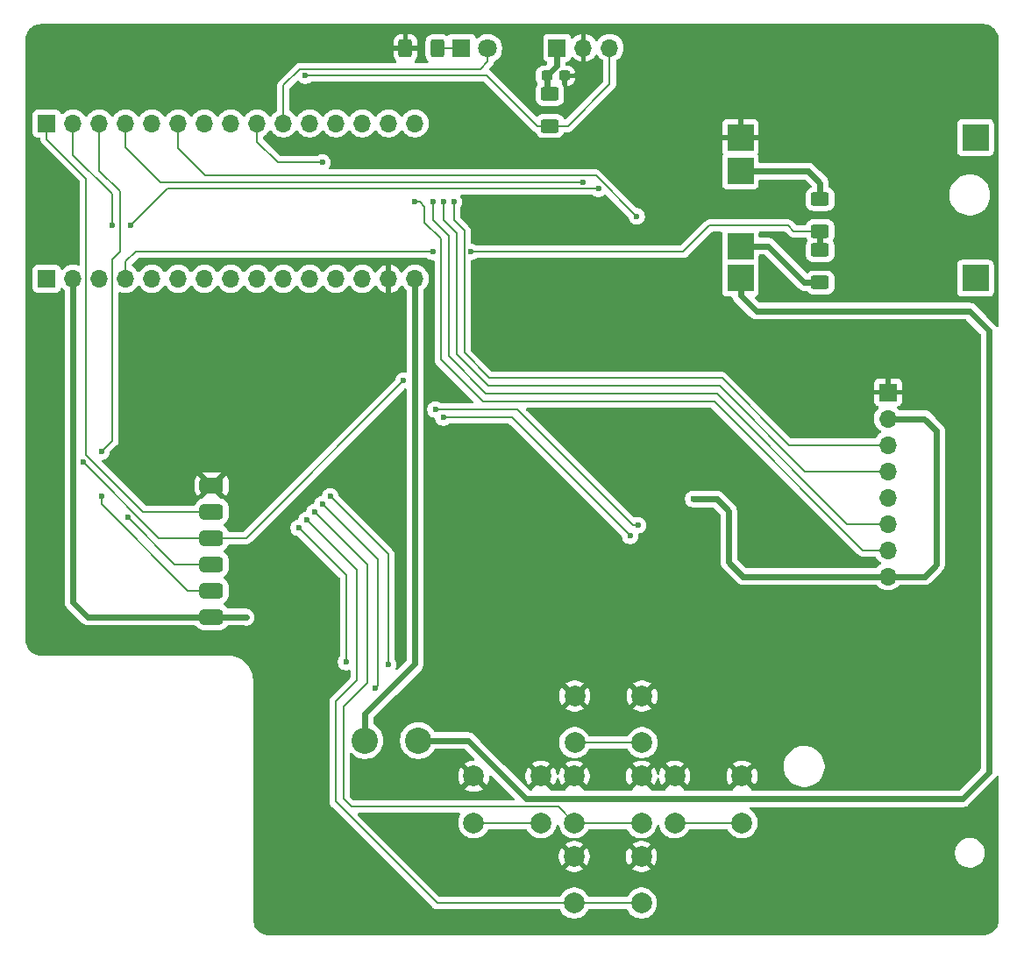
<source format=gbr>
%TF.GenerationSoftware,KiCad,Pcbnew,9.0.0*%
%TF.CreationDate,2025-07-08T12:35:53+02:00*%
%TF.ProjectId,capibarazeroPCB,63617069-6261-4726-917a-65726f504342,rev?*%
%TF.SameCoordinates,Original*%
%TF.FileFunction,Copper,L1,Top*%
%TF.FilePolarity,Positive*%
%FSLAX46Y46*%
G04 Gerber Fmt 4.6, Leading zero omitted, Abs format (unit mm)*
G04 Created by KiCad (PCBNEW 9.0.0) date 2025-07-08 12:35:53*
%MOMM*%
%LPD*%
G01*
G04 APERTURE LIST*
G04 Aperture macros list*
%AMRoundRect*
0 Rectangle with rounded corners*
0 $1 Rounding radius*
0 $2 $3 $4 $5 $6 $7 $8 $9 X,Y pos of 4 corners*
0 Add a 4 corners polygon primitive as box body*
4,1,4,$2,$3,$4,$5,$6,$7,$8,$9,$2,$3,0*
0 Add four circle primitives for the rounded corners*
1,1,$1+$1,$2,$3*
1,1,$1+$1,$4,$5*
1,1,$1+$1,$6,$7*
1,1,$1+$1,$8,$9*
0 Add four rect primitives between the rounded corners*
20,1,$1+$1,$2,$3,$4,$5,0*
20,1,$1+$1,$4,$5,$6,$7,0*
20,1,$1+$1,$6,$7,$8,$9,0*
20,1,$1+$1,$8,$9,$2,$3,0*%
G04 Aperture macros list end*
%TA.AperFunction,SMDPad,CuDef*%
%ADD10RoundRect,0.381000X-0.762000X-0.381000X0.762000X-0.381000X0.762000X0.381000X-0.762000X0.381000X0*%
%TD*%
%TA.AperFunction,ComponentPad*%
%ADD11C,2.000000*%
%TD*%
%TA.AperFunction,SMDPad,CuDef*%
%ADD12RoundRect,0.250000X0.625000X-0.400000X0.625000X0.400000X-0.625000X0.400000X-0.625000X-0.400000X0*%
%TD*%
%TA.AperFunction,ComponentPad*%
%ADD13C,2.540000*%
%TD*%
%TA.AperFunction,SMDPad,CuDef*%
%ADD14RoundRect,0.237500X-0.300000X-0.237500X0.300000X-0.237500X0.300000X0.237500X-0.300000X0.237500X0*%
%TD*%
%TA.AperFunction,ComponentPad*%
%ADD15R,1.700000X1.700000*%
%TD*%
%TA.AperFunction,ComponentPad*%
%ADD16O,1.700000X1.700000*%
%TD*%
%TA.AperFunction,ComponentPad*%
%ADD17R,2.540000X2.540000*%
%TD*%
%TA.AperFunction,SMDPad,CuDef*%
%ADD18RoundRect,0.250000X0.400000X0.625000X-0.400000X0.625000X-0.400000X-0.625000X0.400000X-0.625000X0*%
%TD*%
%TA.AperFunction,ComponentPad*%
%ADD19R,1.800000X1.800000*%
%TD*%
%TA.AperFunction,ComponentPad*%
%ADD20C,1.800000*%
%TD*%
%TA.AperFunction,ViaPad*%
%ADD21C,0.600000*%
%TD*%
%TA.AperFunction,Conductor*%
%ADD22C,0.600000*%
%TD*%
%TA.AperFunction,Conductor*%
%ADD23C,0.200000*%
%TD*%
G04 APERTURE END LIST*
D10*
%TO.P,J3,1*%
%TO.N,GND*%
X111790000Y-107570000D03*
%TO.P,J3,2*%
%TO.N,D12*%
X111790000Y-110110000D03*
%TO.P,J3,3*%
%TO.N,D13*%
X111790000Y-112650000D03*
%TO.P,J3,4*%
%TO.N,D11*%
X111790000Y-115190000D03*
%TO.P,J3,5*%
%TO.N,D10*%
X111790000Y-117730000D03*
%TO.P,J3,6*%
%TO.N,+3.3V*%
X111790000Y-120270000D03*
%TD*%
D11*
%TO.P,SW3_M1,1,1*%
%TO.N,GND*%
X146800000Y-135650000D03*
X153300000Y-135650000D03*
%TO.P,SW3_M1,2,2*%
%TO.N,A3*%
X146800000Y-140150000D03*
X153300000Y-140150000D03*
%TD*%
D12*
%TO.P,R4,1*%
%TO.N,D8*%
X144450000Y-72850000D03*
%TO.P,R4,2*%
%TO.N,+3.3V*%
X144450000Y-69750000D03*
%TD*%
D11*
%TO.P,SW5_B1,1,1*%
%TO.N,GND*%
X146800000Y-143400000D03*
X153300000Y-143400000D03*
%TO.P,SW5_B1,2,2*%
%TO.N,A2*%
X146800000Y-147900000D03*
X153300000Y-147900000D03*
%TD*%
%TO.P,SW4_T1,1,1*%
%TO.N,GND*%
X146850000Y-127900000D03*
X153350000Y-127900000D03*
%TO.P,SW4_T1,2,2*%
%TO.N,A5*%
X146850000Y-132400000D03*
X153350000Y-132400000D03*
%TD*%
D13*
%TO.P,SW1,1,1*%
%TO.N,VIN*%
X126600000Y-132200000D03*
%TO.P,SW1,2,2*%
%TO.N,tp_V+*%
X131750000Y-132200000D03*
%TD*%
D14*
%TO.P,C1,1,+*%
%TO.N,+3.3V*%
X144137500Y-68000000D03*
%TO.P,C1,2,-*%
%TO.N,GND*%
X145862500Y-68000000D03*
%TD*%
D12*
%TO.P,R1,1*%
%TO.N,tp_bat+*%
X170550000Y-87950000D03*
%TO.P,R1,2*%
%TO.N,A0*%
X170550000Y-84850000D03*
%TD*%
D15*
%TO.P,J2,1,Pin_1*%
%TO.N,D13*%
X95860000Y-87600000D03*
D16*
%TO.P,J2,2,Pin_2*%
%TO.N,+3.3V*%
X98400000Y-87600000D03*
%TO.P,J2,3,Pin_3*%
%TO.N,unconnected-(J2-Pin_3-Pad3)*%
X100940000Y-87600000D03*
%TO.P,J2,4,Pin_4*%
%TO.N,A0*%
X103480000Y-87600000D03*
%TO.P,J2,5,Pin_5*%
%TO.N,A1*%
X106020000Y-87600000D03*
%TO.P,J2,6,Pin_6*%
%TO.N,A2*%
X108560000Y-87600000D03*
%TO.P,J2,7,Pin_7*%
%TO.N,A3*%
X111100000Y-87600000D03*
%TO.P,J2,8,Pin_8*%
%TO.N,A4*%
X113640000Y-87600000D03*
%TO.P,J2,9,Pin_9*%
%TO.N,A5*%
X116180000Y-87600000D03*
%TO.P,J2,10,Pin_10*%
%TO.N,A6*%
X118720000Y-87600000D03*
%TO.P,J2,11,Pin_11*%
%TO.N,A7*%
X121260000Y-87600000D03*
%TO.P,J2,12,Pin_12*%
%TO.N,unconnected-(J2-Pin_12-Pad12)*%
X123800000Y-87600000D03*
%TO.P,J2,13,Pin_13*%
%TO.N,unconnected-(J2-Pin_13-Pad13)*%
X126340000Y-87600000D03*
%TO.P,J2,14,Pin_14*%
%TO.N,GND*%
X128880000Y-87600000D03*
%TO.P,J2,15,Pin_15*%
%TO.N,VIN*%
X131420000Y-87600000D03*
%TD*%
D17*
%TO.P,BMS1,1,OUT-*%
%TO.N,GND*%
X162850000Y-73950000D03*
%TO.P,BMS1,2,Bat-*%
%TO.N,tp_bat-*%
X162850000Y-77200000D03*
%TO.P,BMS1,3,Bat+*%
%TO.N,tp_bat+*%
X162850000Y-84450000D03*
%TO.P,BMS1,4,OUT+*%
%TO.N,tp_V+*%
X162850000Y-87550000D03*
%TO.P,BMS1,5,IN-*%
%TO.N,unconnected-(BMS1-IN--Pad5)*%
X185550000Y-73950000D03*
%TO.P,BMS1,6,IN+*%
%TO.N,unconnected-(BMS1-IN+-Pad6)*%
X185550000Y-87550000D03*
%TD*%
D11*
%TO.P,SW2_L1,1,1*%
%TO.N,GND*%
X137100000Y-135650000D03*
X143600000Y-135650000D03*
%TO.P,SW2_L1,2,2*%
%TO.N,A4*%
X137100000Y-140150000D03*
X143600000Y-140150000D03*
%TD*%
%TO.P,SW1_R1,1,1*%
%TO.N,GND*%
X156500000Y-135650000D03*
X163000000Y-135650000D03*
%TO.P,SW1_R1,2,2*%
%TO.N,A1*%
X156500000Y-140150000D03*
X163000000Y-140150000D03*
%TD*%
D18*
%TO.P,R3,1*%
%TO.N,Net-(D1-K)*%
X133600000Y-65350000D03*
%TO.P,R3,2*%
%TO.N,GND*%
X130500000Y-65350000D03*
%TD*%
D12*
%TO.P,R2,1*%
%TO.N,A0*%
X170550000Y-83000000D03*
%TO.P,R2,2*%
%TO.N,tp_bat-*%
X170550000Y-79900000D03*
%TD*%
D19*
%TO.P,D1,1,K*%
%TO.N,Net-(D1-K)*%
X135910000Y-65350000D03*
D20*
%TO.P,D1,2,A*%
%TO.N,D3*%
X138450000Y-65350000D03*
%TD*%
D15*
%TO.P,J6,1*%
%TO.N,+3.3V*%
X145150000Y-65300000D03*
D16*
%TO.P,J6,2*%
%TO.N,GND*%
X147690000Y-65300000D03*
%TO.P,J6,3*%
%TO.N,D8*%
X150230000Y-65300000D03*
%TD*%
D15*
%TO.P,J1,1,Pin_1*%
%TO.N,D12*%
X95860000Y-72600000D03*
D16*
%TO.P,J1,2,Pin_2*%
%TO.N,D11*%
X98400000Y-72600000D03*
%TO.P,J1,3,Pin_3*%
%TO.N,D10*%
X100940000Y-72600000D03*
%TO.P,J1,4,Pin_4*%
%TO.N,D9*%
X103480000Y-72600000D03*
%TO.P,J1,5,Pin_5*%
%TO.N,D8*%
X106020000Y-72600000D03*
%TO.P,J1,6,Pin_6*%
%TO.N,D7*%
X108560000Y-72600000D03*
%TO.P,J1,7,Pin_7*%
%TO.N,D6*%
X111100000Y-72600000D03*
%TO.P,J1,8,Pin_8*%
%TO.N,D5*%
X113640000Y-72600000D03*
%TO.P,J1,9,Pin_9*%
%TO.N,D4*%
X116180000Y-72600000D03*
%TO.P,J1,10,Pin_10*%
%TO.N,D3*%
X118720000Y-72600000D03*
%TO.P,J1,11,Pin_11*%
%TO.N,D2*%
X121260000Y-72600000D03*
%TO.P,J1,12,Pin_12*%
%TO.N,unconnected-(J1-Pin_12-Pad12)*%
X123800000Y-72600000D03*
%TO.P,J1,13,Pin_13*%
%TO.N,RST*%
X126340000Y-72600000D03*
%TO.P,J1,14,Pin_14*%
%TO.N,D0*%
X128880000Y-72600000D03*
%TO.P,J1,15,Pin_15*%
%TO.N,D1*%
X131420000Y-72600000D03*
%TD*%
D15*
%TO.P,J5,1*%
%TO.N,GND*%
X177100000Y-98570000D03*
D16*
%TO.P,J5,2*%
%TO.N,+3.3V*%
X177100000Y-101110000D03*
%TO.P,J5,3*%
%TO.N,D4*%
X177100000Y-103650000D03*
%TO.P,J5,4*%
%TO.N,D2*%
X177100000Y-106190000D03*
%TO.P,J5,5*%
%TO.N,unconnected-(J5-Pad5)*%
X177100000Y-108730000D03*
%TO.P,J5,6*%
%TO.N,D5*%
X177100000Y-111270000D03*
%TO.P,J5,7*%
%TO.N,D6*%
X177100000Y-113810000D03*
%TO.P,J5,8*%
%TO.N,+3.3V*%
X177100000Y-116350000D03*
%TD*%
D21*
%TO.N,+3.3V*%
X115106000Y-120300000D03*
%TO.N,D7*%
X152825000Y-81565000D03*
%TO.N,+3.3V*%
X158286000Y-108870000D03*
%TO.N,A6*%
X152190000Y-112426000D03*
%TO.N,A7*%
X152952000Y-111410000D03*
%TO.N,D6*%
X131362000Y-80168000D03*
%TO.N,D8*%
X120821000Y-67976000D03*
%TO.N,D4*%
X135172000Y-80168000D03*
X122472000Y-76358000D03*
%TO.N,D10*%
X101136000Y-108616000D03*
X101136000Y-104298000D03*
%TO.N,D5*%
X133140000Y-80168000D03*
%TO.N,D2*%
X134156000Y-80168000D03*
%TO.N,D11*%
X102152000Y-82454000D03*
X103930000Y-82454000D03*
X149142000Y-78898000D03*
X103676000Y-110648000D03*
%TO.N,D9*%
X147618000Y-78263000D03*
%TO.N,A4*%
X127552000Y-127158000D03*
X122472000Y-109378000D03*
%TO.N,A7*%
X133394000Y-100234000D03*
%TO.N,A3*%
X121710000Y-110140000D03*
%TO.N,A1*%
X120186000Y-111664000D03*
X124758000Y-124618000D03*
%TO.N,A2*%
X120948000Y-110902000D03*
%TO.N,A6*%
X134156000Y-100996000D03*
%TO.N,A0*%
X136788000Y-84994000D03*
X133140000Y-84994000D03*
%TO.N,A5*%
X128822000Y-124872000D03*
X123234000Y-108616000D03*
%TO.N,D13*%
X99358000Y-105314000D03*
X130330582Y-97424582D03*
%TD*%
D22*
%TO.N,+3.3V*%
X115076000Y-120270000D02*
X115106000Y-120300000D01*
X110534000Y-120270000D02*
X115076000Y-120270000D01*
D23*
%TO.N,D7*%
X108560000Y-75019000D02*
X108560000Y-72600000D01*
X152825000Y-81565000D02*
X148888000Y-77628000D01*
X111169000Y-77628000D02*
X108560000Y-75019000D01*
X148888000Y-77628000D02*
X111169000Y-77628000D01*
%TO.N,D11*%
X107486000Y-78898000D02*
X103930000Y-82454000D01*
X149142000Y-78898000D02*
X107486000Y-78898000D01*
D22*
%TO.N,+3.3V*%
X163099000Y-116350000D02*
X177100000Y-116350000D01*
X161715000Y-110013000D02*
X161715000Y-114966000D01*
X161715000Y-114966000D02*
X163099000Y-116350000D01*
X160572000Y-108870000D02*
X161715000Y-110013000D01*
X158286000Y-108870000D02*
X160572000Y-108870000D01*
D23*
%TO.N,A6*%
X140760000Y-100996000D02*
X152190000Y-112426000D01*
X140675350Y-100996000D02*
X140760000Y-100996000D01*
%TO.N,A7*%
X152444000Y-111410000D02*
X152952000Y-111410000D01*
X133394000Y-100234000D02*
X141268000Y-100234000D01*
X141268000Y-100234000D02*
X152444000Y-111410000D01*
%TO.N,D12*%
X95860000Y-74130000D02*
X95860000Y-72600000D01*
X99662800Y-77932800D02*
X95860000Y-74130000D01*
X105170000Y-110110000D02*
X99662800Y-104602800D01*
X111600000Y-110110000D02*
X105170000Y-110110000D01*
X99662800Y-104602800D02*
X99662800Y-77932800D01*
%TO.N,D13*%
X115136000Y-112650000D02*
X106694000Y-112650000D01*
X130330582Y-97455418D02*
X115136000Y-112650000D01*
X130330582Y-97424582D02*
X130330582Y-97455418D01*
X106694000Y-112650000D02*
X99358000Y-105314000D01*
%TO.N,D11*%
X108218000Y-115190000D02*
X103676000Y-110648000D01*
X111600000Y-115190000D02*
X108218000Y-115190000D01*
%TO.N,D10*%
X101136000Y-109378000D02*
X101136000Y-108616000D01*
X109488000Y-117730000D02*
X101136000Y-109378000D01*
X111600000Y-117730000D02*
X109488000Y-117730000D01*
D22*
%TO.N,tp_V+*%
X162850000Y-87550000D02*
X162850000Y-89177000D01*
X164382000Y-90709000D02*
X184956000Y-90709000D01*
X186861000Y-92614000D02*
X186861000Y-135286000D01*
X184321000Y-137826000D02*
X142157000Y-137826000D01*
X136531000Y-132200000D02*
X131750000Y-132200000D01*
X142157000Y-137826000D02*
X136531000Y-132200000D01*
X162850000Y-89177000D02*
X164382000Y-90709000D01*
X186861000Y-135286000D02*
X184321000Y-137826000D01*
X184956000Y-90709000D02*
X186861000Y-92614000D01*
%TO.N,tp_bat-*%
X170550000Y-79900000D02*
X170550000Y-78335000D01*
X170550000Y-78335000D02*
X169415000Y-77200000D01*
X169415000Y-77200000D02*
X162850000Y-77200000D01*
%TO.N,tp_bat+*%
X169007500Y-87950000D02*
X170550000Y-87950000D01*
X162850000Y-84450000D02*
X165507500Y-84450000D01*
X165507500Y-84450000D02*
X169007500Y-87950000D01*
%TO.N,+3.3V*%
X144137500Y-69437500D02*
X144450000Y-69750000D01*
X181781000Y-115220000D02*
X181781000Y-102266000D01*
X181781000Y-102266000D02*
X180625000Y-101110000D01*
X144137500Y-68000000D02*
X144137500Y-69437500D01*
X180625000Y-101110000D02*
X177100000Y-101110000D01*
X145150000Y-65300000D02*
X145150000Y-66987500D01*
X98400000Y-118834000D02*
X98400000Y-87600000D01*
X99836000Y-120270000D02*
X98400000Y-118834000D01*
X110534000Y-120270000D02*
X99836000Y-120270000D01*
X145150000Y-66987500D02*
X144137500Y-68000000D01*
X177100000Y-116350000D02*
X180651000Y-116350000D01*
X180651000Y-116350000D02*
X181781000Y-115220000D01*
D23*
%TO.N,D3*%
X138450000Y-66603000D02*
X138450000Y-65350000D01*
X137712000Y-67341000D02*
X138450000Y-66603000D01*
X120313000Y-67341000D02*
X137712000Y-67341000D01*
X118720000Y-72600000D02*
X118720000Y-68934000D01*
X118720000Y-68934000D02*
X120313000Y-67341000D01*
%TO.N,Net-(D1-K)*%
X135910000Y-65350000D02*
X133600000Y-65350000D01*
%TO.N,D6*%
X174656000Y-113810000D02*
X177100000Y-113810000D01*
X132339997Y-82161997D02*
X133902000Y-83724000D01*
X133902000Y-95408000D02*
X137966000Y-99472000D01*
X160318000Y-99472000D02*
X174656000Y-113810000D01*
X131870000Y-80168000D02*
X132339997Y-80637997D01*
X132339997Y-80637997D02*
X132339997Y-82161997D01*
X137966000Y-99472000D02*
X160318000Y-99472000D01*
X131362000Y-80168000D02*
X131870000Y-80168000D01*
X133902000Y-83724000D02*
X133902000Y-95408000D01*
%TO.N,D8*%
X150230000Y-65300000D02*
X150230000Y-68793000D01*
X138347000Y-67976000D02*
X120821000Y-67976000D01*
X146173000Y-72850000D02*
X144450000Y-72850000D01*
X144450000Y-72850000D02*
X143221000Y-72850000D01*
X150230000Y-68793000D02*
X146173000Y-72850000D01*
X143221000Y-72850000D02*
X138347000Y-67976000D01*
%TO.N,D4*%
X118154000Y-76358000D02*
X116180000Y-74384000D01*
X122472000Y-76358000D02*
X118154000Y-76358000D01*
X167544000Y-103650000D02*
X161080000Y-97186000D01*
X136188000Y-94744836D02*
X136188000Y-84994000D01*
X136188000Y-84994000D02*
X136188000Y-82962000D01*
X139490000Y-97186000D02*
X138629164Y-97186000D01*
X135172000Y-81946000D02*
X135172000Y-80168000D01*
X177100000Y-103650000D02*
X167544000Y-103650000D01*
X136188000Y-82962000D02*
X135172000Y-81946000D01*
X138629164Y-97186000D02*
X136188000Y-94744836D01*
X116180000Y-74384000D02*
X116180000Y-72600000D01*
X161080000Y-97186000D02*
X139490000Y-97186000D01*
%TO.N,D10*%
X100940000Y-77178000D02*
X100940000Y-72600000D01*
X102202800Y-103231200D02*
X102202800Y-85705200D01*
X102202800Y-85705200D02*
X102914000Y-84994000D01*
X102914000Y-84994000D02*
X102914000Y-79152000D01*
X102914000Y-79152000D02*
X100940000Y-77178000D01*
X101136000Y-104298000D02*
X102202800Y-103231200D01*
%TO.N,D5*%
X134664000Y-95094900D02*
X138279100Y-98710000D01*
X134664000Y-83470000D02*
X134664000Y-95094900D01*
X160572000Y-98710000D02*
X173132000Y-111270000D01*
X133140000Y-81946000D02*
X134664000Y-83470000D01*
X173132000Y-111270000D02*
X177100000Y-111270000D01*
X133140000Y-80168000D02*
X133140000Y-81946000D01*
X138279100Y-98710000D02*
X160572000Y-98710000D01*
%TO.N,D2*%
X134156000Y-81946000D02*
X134156000Y-80168000D01*
X169068000Y-106190000D02*
X160826000Y-97948000D01*
X135426000Y-84994000D02*
X135426000Y-83216000D01*
X177100000Y-106190000D02*
X169068000Y-106190000D01*
X135426000Y-83216000D02*
X134156000Y-81946000D01*
X138474000Y-97948000D02*
X135426000Y-94900000D01*
X135426000Y-94900000D02*
X135426000Y-84994000D01*
X160826000Y-97948000D02*
X138474000Y-97948000D01*
%TO.N,D11*%
X102152000Y-82454000D02*
X102152000Y-79406000D01*
X98400000Y-75654000D02*
X98400000Y-72600000D01*
X102152000Y-79406000D02*
X98400000Y-75654000D01*
%TO.N,D9*%
X147618000Y-78263000D02*
X106851000Y-78263000D01*
X103480000Y-74892000D02*
X103480000Y-72600000D01*
X106851000Y-78263000D02*
X103480000Y-74892000D01*
%TO.N,A4*%
X127806000Y-126904000D02*
X127806000Y-125126000D01*
X127806000Y-114712000D02*
X122472000Y-109378000D01*
X127806000Y-125126000D02*
X127806000Y-114712000D01*
X143600000Y-140150000D02*
X137100000Y-140150000D01*
X127552000Y-127158000D02*
X127806000Y-126904000D01*
%TO.N,A3*%
X146800000Y-140150000D02*
X145238000Y-138588000D01*
X145238000Y-138588000D02*
X125266000Y-138588000D01*
X126790000Y-115220000D02*
X121710000Y-110140000D01*
X153300000Y-140150000D02*
X146800000Y-140150000D01*
X124504000Y-137826000D02*
X124504000Y-128936000D01*
X126790000Y-125126000D02*
X126790000Y-115220000D01*
X124504000Y-128936000D02*
X126790000Y-126650000D01*
X125266000Y-138588000D02*
X124504000Y-137826000D01*
X126790000Y-126650000D02*
X126790000Y-125126000D01*
%TO.N,A1*%
X124758000Y-116236000D02*
X120186000Y-111664000D01*
X124758000Y-124618000D02*
X124758000Y-116236000D01*
X163000000Y-140150000D02*
X156500000Y-140150000D01*
%TO.N,A2*%
X133562000Y-147900000D02*
X123742000Y-138080000D01*
X125774000Y-115728000D02*
X120948000Y-110902000D01*
X146800000Y-147900000D02*
X133562000Y-147900000D01*
X125774000Y-125380000D02*
X125774000Y-115728000D01*
X153300000Y-147900000D02*
X146800000Y-147900000D01*
X123742000Y-138080000D02*
X123742000Y-128419363D01*
X123742000Y-128419363D02*
X125774000Y-126387363D01*
X125774000Y-126387363D02*
X125774000Y-125380000D01*
%TO.N,A0*%
X103480000Y-85952000D02*
X104438000Y-84994000D01*
X167430000Y-82454000D02*
X167976000Y-83000000D01*
X103480000Y-87600000D02*
X103480000Y-85952000D01*
X104438000Y-84994000D02*
X133140000Y-84994000D01*
D22*
X170550000Y-83000000D02*
X170550000Y-84850000D01*
D23*
X136788000Y-84994000D02*
X157337768Y-84994000D01*
X157337768Y-84994000D02*
X159877768Y-82454000D01*
X167976000Y-83000000D02*
X170550000Y-83000000D01*
X159877768Y-82454000D02*
X167430000Y-82454000D01*
%TO.N,A5*%
X128822000Y-123856000D02*
X128822000Y-114204000D01*
X128822000Y-124872000D02*
X128822000Y-123856000D01*
X153350000Y-132400000D02*
X146850000Y-132400000D01*
X128822000Y-114204000D02*
X123234000Y-108616000D01*
D22*
%TO.N,VIN*%
X126600000Y-129634000D02*
X126600000Y-132200000D01*
X131420000Y-87600000D02*
X131420000Y-124814000D01*
X131420000Y-124814000D02*
X126600000Y-129634000D01*
D23*
%TO.N,GND*%
X147690000Y-67015000D02*
X146705000Y-68000000D01*
X146705000Y-68000000D02*
X145862500Y-68000000D01*
X147690000Y-65300000D02*
X147690000Y-67015000D01*
%TO.N,A6*%
X134156000Y-100996000D02*
X140675350Y-100996000D01*
%TD*%
%TA.AperFunction,Conductor*%
%TO.N,GND*%
G36*
X186304418Y-63000816D02*
G01*
X186504561Y-63015130D01*
X186522063Y-63017647D01*
X186713797Y-63059355D01*
X186730755Y-63064334D01*
X186914609Y-63132909D01*
X186930701Y-63140259D01*
X187102904Y-63234288D01*
X187117784Y-63243849D01*
X187274867Y-63361441D01*
X187288237Y-63373027D01*
X187426972Y-63511762D01*
X187438558Y-63525132D01*
X187556146Y-63682210D01*
X187565711Y-63697095D01*
X187659740Y-63869298D01*
X187667090Y-63885390D01*
X187735662Y-64069236D01*
X187740646Y-64086212D01*
X187782351Y-64277931D01*
X187784869Y-64295442D01*
X187799184Y-64495580D01*
X187799500Y-64504427D01*
X187799500Y-92168928D01*
X187779815Y-92235967D01*
X187727011Y-92281722D01*
X187657853Y-92291666D01*
X187594297Y-92262641D01*
X187572398Y-92237819D01*
X187482790Y-92103712D01*
X187482789Y-92103711D01*
X187371289Y-91992211D01*
X186598367Y-91219289D01*
X185466292Y-90087213D01*
X185466288Y-90087210D01*
X185335185Y-89999609D01*
X185335172Y-89999602D01*
X185189501Y-89939264D01*
X185189489Y-89939261D01*
X185034845Y-89908500D01*
X185034842Y-89908500D01*
X164764940Y-89908500D01*
X164697901Y-89888815D01*
X164677259Y-89872181D01*
X164285028Y-89479950D01*
X164251543Y-89418627D01*
X164256527Y-89348935D01*
X164298399Y-89293002D01*
X164329374Y-89276088D01*
X164362331Y-89263796D01*
X164477546Y-89177546D01*
X164563796Y-89062331D01*
X164614091Y-88927483D01*
X164620500Y-88867873D01*
X164620499Y-86232128D01*
X164614091Y-86172517D01*
X164565907Y-86043330D01*
X164560924Y-85973642D01*
X164565904Y-85956677D01*
X164614091Y-85827483D01*
X164620500Y-85767873D01*
X164620500Y-85374500D01*
X164640185Y-85307461D01*
X164692989Y-85261706D01*
X164744500Y-85250500D01*
X165124560Y-85250500D01*
X165191599Y-85270185D01*
X165212241Y-85286819D01*
X168385711Y-88460289D01*
X168497211Y-88571789D01*
X168628321Y-88659394D01*
X168731333Y-88702062D01*
X168774002Y-88719737D01*
X168821244Y-88729134D01*
X168928652Y-88750499D01*
X168928655Y-88750500D01*
X168928657Y-88750500D01*
X168928658Y-88750500D01*
X169221042Y-88750500D01*
X169288081Y-88770185D01*
X169326580Y-88809402D01*
X169332288Y-88818656D01*
X169456344Y-88942712D01*
X169605666Y-89034814D01*
X169772203Y-89089999D01*
X169874991Y-89100500D01*
X171225008Y-89100499D01*
X171327797Y-89089999D01*
X171494334Y-89034814D01*
X171643656Y-88942712D01*
X171767712Y-88818656D01*
X171859814Y-88669334D01*
X171914999Y-88502797D01*
X171925500Y-88400009D01*
X171925499Y-87499992D01*
X171916000Y-87407007D01*
X171914999Y-87397203D01*
X171914998Y-87397200D01*
X171880467Y-87292993D01*
X171859814Y-87230666D01*
X171767712Y-87081344D01*
X171643656Y-86957288D01*
X171494334Y-86865186D01*
X171327797Y-86810001D01*
X171327795Y-86810000D01*
X171225010Y-86799500D01*
X169874998Y-86799500D01*
X169874981Y-86799501D01*
X169772203Y-86810000D01*
X169772200Y-86810001D01*
X169605668Y-86865185D01*
X169605663Y-86865187D01*
X169456345Y-86957287D01*
X169389286Y-87024346D01*
X169327962Y-87057830D01*
X169258271Y-87052845D01*
X169213924Y-87024345D01*
X168421714Y-86232135D01*
X183779500Y-86232135D01*
X183779500Y-88867870D01*
X183779501Y-88867876D01*
X183785908Y-88927483D01*
X183836202Y-89062328D01*
X183836206Y-89062335D01*
X183922452Y-89177544D01*
X183922455Y-89177547D01*
X184037664Y-89263793D01*
X184037671Y-89263797D01*
X184172517Y-89314091D01*
X184172516Y-89314091D01*
X184179444Y-89314835D01*
X184232127Y-89320500D01*
X186867872Y-89320499D01*
X186927483Y-89314091D01*
X187062331Y-89263796D01*
X187177546Y-89177546D01*
X187263796Y-89062331D01*
X187314091Y-88927483D01*
X187320500Y-88867873D01*
X187320499Y-86232128D01*
X187314091Y-86172517D01*
X187263933Y-86038037D01*
X187263797Y-86037671D01*
X187263793Y-86037664D01*
X187177547Y-85922455D01*
X187177544Y-85922452D01*
X187062335Y-85836206D01*
X187062328Y-85836202D01*
X186927482Y-85785908D01*
X186927483Y-85785908D01*
X186867883Y-85779501D01*
X186867881Y-85779500D01*
X186867873Y-85779500D01*
X186867864Y-85779500D01*
X184232129Y-85779500D01*
X184232123Y-85779501D01*
X184172516Y-85785908D01*
X184037671Y-85836202D01*
X184037664Y-85836206D01*
X183922455Y-85922452D01*
X183922452Y-85922455D01*
X183836206Y-86037664D01*
X183836202Y-86037671D01*
X183785908Y-86172517D01*
X183782875Y-86200735D01*
X183779501Y-86232123D01*
X183779500Y-86232135D01*
X168421714Y-86232135D01*
X166017792Y-83828213D01*
X166017788Y-83828210D01*
X165886685Y-83740609D01*
X165886672Y-83740602D01*
X165741001Y-83680264D01*
X165740989Y-83680261D01*
X165586345Y-83649500D01*
X165586342Y-83649500D01*
X164744499Y-83649500D01*
X164677460Y-83629815D01*
X164631705Y-83577011D01*
X164620499Y-83525500D01*
X164620499Y-83178500D01*
X164640184Y-83111461D01*
X164692988Y-83065706D01*
X164744499Y-83054500D01*
X167129903Y-83054500D01*
X167196942Y-83074185D01*
X167217583Y-83090818D01*
X167607284Y-83480520D01*
X167607286Y-83480521D01*
X167607290Y-83480524D01*
X167744209Y-83559573D01*
X167744216Y-83559577D01*
X167896943Y-83600501D01*
X167896945Y-83600501D01*
X168062654Y-83600501D01*
X168062670Y-83600500D01*
X169111267Y-83600500D01*
X169178306Y-83620185D01*
X169219962Y-83664822D01*
X169225411Y-83674746D01*
X169240186Y-83719334D01*
X169328533Y-83862568D01*
X169330045Y-83865322D01*
X169336903Y-83896502D01*
X169345329Y-83927296D01*
X169344384Y-83930514D01*
X169345054Y-83933560D01*
X169337502Y-83953948D01*
X169326889Y-83990096D01*
X169240189Y-84130659D01*
X169240185Y-84130668D01*
X169223078Y-84182294D01*
X169185001Y-84297203D01*
X169185001Y-84297204D01*
X169185000Y-84297204D01*
X169174500Y-84399983D01*
X169174500Y-85300001D01*
X169174501Y-85300019D01*
X169185000Y-85402796D01*
X169185001Y-85402799D01*
X169240185Y-85569331D01*
X169240187Y-85569336D01*
X169275069Y-85625888D01*
X169332288Y-85718656D01*
X169456344Y-85842712D01*
X169605666Y-85934814D01*
X169772203Y-85989999D01*
X169874991Y-86000500D01*
X171225008Y-86000499D01*
X171327797Y-85989999D01*
X171494334Y-85934814D01*
X171643656Y-85842712D01*
X171767712Y-85718656D01*
X171859814Y-85569334D01*
X171914999Y-85402797D01*
X171925500Y-85300009D01*
X171925499Y-84399992D01*
X171924546Y-84390666D01*
X171914999Y-84297203D01*
X171914998Y-84297200D01*
X171886083Y-84209941D01*
X171859814Y-84130666D01*
X171773109Y-83990094D01*
X171754670Y-83922704D01*
X171773109Y-83859905D01*
X171859814Y-83719334D01*
X171914999Y-83552797D01*
X171925500Y-83450009D01*
X171925499Y-82549992D01*
X171923676Y-82532150D01*
X171914999Y-82447203D01*
X171914998Y-82447200D01*
X171899192Y-82399500D01*
X171859814Y-82280666D01*
X171767712Y-82131344D01*
X171643656Y-82007288D01*
X171536628Y-81941273D01*
X171494336Y-81915187D01*
X171494331Y-81915185D01*
X171492862Y-81914698D01*
X171327797Y-81860001D01*
X171327795Y-81860000D01*
X171225010Y-81849500D01*
X169874998Y-81849500D01*
X169874981Y-81849501D01*
X169772203Y-81860000D01*
X169772200Y-81860001D01*
X169605668Y-81915185D01*
X169605663Y-81915187D01*
X169456342Y-82007289D01*
X169332289Y-82131342D01*
X169240187Y-82280663D01*
X169240184Y-82280671D01*
X169228972Y-82314506D01*
X169189199Y-82371950D01*
X169124683Y-82398772D01*
X169111267Y-82399500D01*
X168276098Y-82399500D01*
X168209059Y-82379815D01*
X168188417Y-82363181D01*
X167798717Y-81973481D01*
X167798716Y-81973480D01*
X167697747Y-81915186D01*
X167661785Y-81894423D01*
X167509057Y-81853499D01*
X167350943Y-81853499D01*
X167343347Y-81853499D01*
X167343331Y-81853500D01*
X159798708Y-81853500D01*
X159757787Y-81864464D01*
X159757787Y-81864465D01*
X159721329Y-81874234D01*
X159645982Y-81894423D01*
X159645977Y-81894426D01*
X159509058Y-81973475D01*
X159509050Y-81973481D01*
X159407718Y-82074814D01*
X159397248Y-82085284D01*
X159397246Y-82085286D01*
X158244475Y-83238058D01*
X157125352Y-84357181D01*
X157064029Y-84390666D01*
X157037671Y-84393500D01*
X137367766Y-84393500D01*
X137300727Y-84373815D01*
X137298875Y-84372602D01*
X137167185Y-84284609D01*
X137167172Y-84284602D01*
X137021501Y-84224264D01*
X137021491Y-84224261D01*
X136888308Y-84197769D01*
X136826397Y-84165384D01*
X136791823Y-84104668D01*
X136788500Y-84076152D01*
X136788500Y-83051059D01*
X136788501Y-83051046D01*
X136788501Y-82882945D01*
X136788501Y-82882943D01*
X136747577Y-82730215D01*
X136704973Y-82656423D01*
X136668520Y-82593284D01*
X136556716Y-82481480D01*
X136556715Y-82481479D01*
X136552385Y-82477149D01*
X136552374Y-82477139D01*
X135808819Y-81733584D01*
X135775334Y-81672261D01*
X135772500Y-81645903D01*
X135772500Y-80747765D01*
X135792185Y-80680726D01*
X135793398Y-80678874D01*
X135833182Y-80619334D01*
X135881394Y-80547179D01*
X135941737Y-80401497D01*
X135972500Y-80246842D01*
X135972500Y-80089158D01*
X135972500Y-80089155D01*
X135972499Y-80089153D01*
X135941738Y-79934510D01*
X135941737Y-79934503D01*
X135921741Y-79886228D01*
X135881397Y-79788827D01*
X135881390Y-79788814D01*
X135816294Y-79691391D01*
X135795416Y-79624713D01*
X135813901Y-79557333D01*
X135865879Y-79510643D01*
X135919396Y-79498500D01*
X148562234Y-79498500D01*
X148629273Y-79518185D01*
X148631125Y-79519398D01*
X148762814Y-79607390D01*
X148762827Y-79607397D01*
X148877113Y-79654735D01*
X148908503Y-79667737D01*
X149027419Y-79691391D01*
X149063153Y-79698499D01*
X149063156Y-79698500D01*
X149063158Y-79698500D01*
X149220844Y-79698500D01*
X149220845Y-79698499D01*
X149375497Y-79667737D01*
X149521179Y-79607394D01*
X149652289Y-79519789D01*
X149703739Y-79468339D01*
X149765062Y-79434853D01*
X149834754Y-79439837D01*
X149879102Y-79468338D01*
X151990425Y-81579660D01*
X152023910Y-81640983D01*
X152024361Y-81643149D01*
X152055261Y-81798491D01*
X152055264Y-81798501D01*
X152115602Y-81944172D01*
X152115609Y-81944185D01*
X152203210Y-82075288D01*
X152203213Y-82075292D01*
X152314707Y-82186786D01*
X152314711Y-82186789D01*
X152445814Y-82274390D01*
X152445827Y-82274397D01*
X152591498Y-82334735D01*
X152591503Y-82334737D01*
X152734500Y-82363181D01*
X152746153Y-82365499D01*
X152746156Y-82365500D01*
X152746158Y-82365500D01*
X152903844Y-82365500D01*
X152903845Y-82365499D01*
X153058497Y-82334737D01*
X153204179Y-82274394D01*
X153335289Y-82186789D01*
X153446789Y-82075289D01*
X153534394Y-81944179D01*
X153594737Y-81798497D01*
X153625500Y-81643842D01*
X153625500Y-81486158D01*
X153625500Y-81486155D01*
X153625499Y-81486153D01*
X153616656Y-81441697D01*
X153594737Y-81331503D01*
X153594735Y-81331498D01*
X153534397Y-81185827D01*
X153534390Y-81185814D01*
X153446789Y-81054711D01*
X153446786Y-81054707D01*
X153335292Y-80943213D01*
X153335288Y-80943210D01*
X153204185Y-80855609D01*
X153204172Y-80855602D01*
X153058501Y-80795264D01*
X153058491Y-80795261D01*
X152903151Y-80764362D01*
X152841241Y-80731977D01*
X152839662Y-80730426D01*
X149375590Y-77266355D01*
X149375588Y-77266352D01*
X149256717Y-77147481D01*
X149256716Y-77147480D01*
X149169904Y-77097360D01*
X149169904Y-77097359D01*
X149169900Y-77097358D01*
X149119785Y-77068423D01*
X148967057Y-77027499D01*
X148808943Y-77027499D01*
X148801347Y-77027499D01*
X148801331Y-77027500D01*
X123219396Y-77027500D01*
X123152357Y-77007815D01*
X123106602Y-76955011D01*
X123096658Y-76885853D01*
X123116294Y-76834609D01*
X123181390Y-76737185D01*
X123181390Y-76737184D01*
X123181394Y-76737179D01*
X123241737Y-76591497D01*
X123272500Y-76436842D01*
X123272500Y-76279158D01*
X123272500Y-76279155D01*
X123272499Y-76279153D01*
X123241738Y-76124510D01*
X123241737Y-76124503D01*
X123241735Y-76124498D01*
X123181397Y-75978827D01*
X123181395Y-75978823D01*
X123181394Y-75978821D01*
X123116790Y-75882135D01*
X161079500Y-75882135D01*
X161079500Y-78517870D01*
X161079501Y-78517876D01*
X161085908Y-78577483D01*
X161136202Y-78712328D01*
X161136206Y-78712335D01*
X161222452Y-78827544D01*
X161222455Y-78827547D01*
X161337664Y-78913793D01*
X161337671Y-78913797D01*
X161472517Y-78964091D01*
X161472516Y-78964091D01*
X161479444Y-78964835D01*
X161532127Y-78970500D01*
X164167872Y-78970499D01*
X164227483Y-78964091D01*
X164362331Y-78913796D01*
X164477546Y-78827546D01*
X164563796Y-78712331D01*
X164614091Y-78577483D01*
X164620500Y-78517873D01*
X164620500Y-78124500D01*
X164640185Y-78057461D01*
X164692989Y-78011706D01*
X164744500Y-78000500D01*
X169032060Y-78000500D01*
X169099099Y-78020185D01*
X169119741Y-78036819D01*
X169683169Y-78600247D01*
X169716654Y-78661570D01*
X169711670Y-78731262D01*
X169669798Y-78787195D01*
X169634493Y-78805633D01*
X169605674Y-78815182D01*
X169605663Y-78815187D01*
X169456342Y-78907289D01*
X169332289Y-79031342D01*
X169240187Y-79180663D01*
X169240186Y-79180666D01*
X169185001Y-79347203D01*
X169185001Y-79347204D01*
X169185000Y-79347204D01*
X169174500Y-79449983D01*
X169174500Y-80350001D01*
X169174501Y-80350019D01*
X169185000Y-80452796D01*
X169185001Y-80452799D01*
X169233741Y-80599884D01*
X169240186Y-80619334D01*
X169332288Y-80768656D01*
X169456344Y-80892712D01*
X169605666Y-80984814D01*
X169772203Y-81039999D01*
X169874991Y-81050500D01*
X171225008Y-81050499D01*
X171327797Y-81039999D01*
X171494334Y-80984814D01*
X171643656Y-80892712D01*
X171767712Y-80768656D01*
X171859814Y-80619334D01*
X171914999Y-80452797D01*
X171925500Y-80350009D01*
X171925499Y-79449992D01*
X171917381Y-79370525D01*
X183024500Y-79370525D01*
X183024500Y-79629474D01*
X183024501Y-79629491D01*
X183058299Y-79886217D01*
X183058300Y-79886222D01*
X183058301Y-79886228D01*
X183058302Y-79886230D01*
X183125324Y-80136364D01*
X183224423Y-80375609D01*
X183224427Y-80375619D01*
X183353906Y-80599883D01*
X183511551Y-80805331D01*
X183511557Y-80805338D01*
X183694661Y-80988442D01*
X183694668Y-80988448D01*
X183900116Y-81146093D01*
X184124380Y-81275572D01*
X184124381Y-81275572D01*
X184124384Y-81275574D01*
X184363634Y-81374675D01*
X184613772Y-81441699D01*
X184870519Y-81475500D01*
X184870526Y-81475500D01*
X185129474Y-81475500D01*
X185129481Y-81475500D01*
X185386228Y-81441699D01*
X185636366Y-81374675D01*
X185875616Y-81275574D01*
X186099884Y-81146093D01*
X186305333Y-80988447D01*
X186488447Y-80805333D01*
X186646093Y-80599884D01*
X186775574Y-80375616D01*
X186874675Y-80136366D01*
X186941699Y-79886228D01*
X186975500Y-79629481D01*
X186975500Y-79370519D01*
X186941699Y-79113772D01*
X186874675Y-78863634D01*
X186775574Y-78624384D01*
X186745436Y-78572184D01*
X186646093Y-78400116D01*
X186488448Y-78194668D01*
X186488442Y-78194661D01*
X186305338Y-78011557D01*
X186305331Y-78011551D01*
X186099883Y-77853906D01*
X185875619Y-77724427D01*
X185875609Y-77724423D01*
X185636364Y-77625324D01*
X185511297Y-77591813D01*
X185386228Y-77558301D01*
X185386222Y-77558300D01*
X185386217Y-77558299D01*
X185129491Y-77524501D01*
X185129486Y-77524500D01*
X185129481Y-77524500D01*
X184870519Y-77524500D01*
X184870513Y-77524500D01*
X184870508Y-77524501D01*
X184613782Y-77558299D01*
X184613775Y-77558300D01*
X184613772Y-77558301D01*
X184560908Y-77572465D01*
X184363635Y-77625324D01*
X184124390Y-77724423D01*
X184124380Y-77724427D01*
X183900116Y-77853906D01*
X183694668Y-78011551D01*
X183694661Y-78011557D01*
X183511557Y-78194661D01*
X183511551Y-78194668D01*
X183353906Y-78400116D01*
X183224427Y-78624380D01*
X183224423Y-78624390D01*
X183125324Y-78863635D01*
X183058302Y-79113769D01*
X183058299Y-79113782D01*
X183024501Y-79370508D01*
X183024500Y-79370525D01*
X171917381Y-79370525D01*
X171914999Y-79347203D01*
X171859814Y-79180666D01*
X171767712Y-79031344D01*
X171643656Y-78907288D01*
X171538170Y-78842224D01*
X171494336Y-78815187D01*
X171494335Y-78815186D01*
X171494334Y-78815186D01*
X171435493Y-78795688D01*
X171378051Y-78755916D01*
X171351228Y-78691400D01*
X171350500Y-78677983D01*
X171350500Y-78256158D01*
X171344999Y-78228500D01*
X171344999Y-78228498D01*
X171344999Y-78228497D01*
X171319738Y-78101507D01*
X171319737Y-78101506D01*
X171319737Y-78101502D01*
X171289914Y-78029503D01*
X171289914Y-78029502D01*
X171259397Y-77955827D01*
X171259390Y-77955814D01*
X171171790Y-77824712D01*
X171171789Y-77824711D01*
X171060289Y-77713211D01*
X170494557Y-77147479D01*
X169925292Y-76578213D01*
X169925288Y-76578210D01*
X169794185Y-76490609D01*
X169794172Y-76490602D01*
X169648501Y-76430264D01*
X169648489Y-76430261D01*
X169493845Y-76399500D01*
X169493842Y-76399500D01*
X164744499Y-76399500D01*
X164677460Y-76379815D01*
X164631705Y-76327011D01*
X164620499Y-76275500D01*
X164620499Y-75882129D01*
X164620498Y-75882123D01*
X164620497Y-75882116D01*
X164614091Y-75822517D01*
X164563796Y-75687669D01*
X164534766Y-75648891D01*
X164510351Y-75583430D01*
X164525202Y-75515157D01*
X164534769Y-75500271D01*
X164563351Y-75462090D01*
X164613597Y-75327376D01*
X164613598Y-75327372D01*
X164619999Y-75267844D01*
X164620000Y-75267827D01*
X164620000Y-74200000D01*
X163450001Y-74200000D01*
X163475021Y-74139598D01*
X163500000Y-74014019D01*
X163500000Y-73885981D01*
X163475021Y-73760402D01*
X163450001Y-73700000D01*
X164620000Y-73700000D01*
X164620000Y-72632164D01*
X164619997Y-72632135D01*
X183779500Y-72632135D01*
X183779500Y-75267870D01*
X183779501Y-75267873D01*
X183785908Y-75327483D01*
X183836202Y-75462328D01*
X183836206Y-75462335D01*
X183922452Y-75577544D01*
X183922455Y-75577547D01*
X184037664Y-75663793D01*
X184037671Y-75663797D01*
X184172517Y-75714091D01*
X184172516Y-75714091D01*
X184179444Y-75714835D01*
X184232127Y-75720500D01*
X186867872Y-75720499D01*
X186927483Y-75714091D01*
X187062331Y-75663796D01*
X187177546Y-75577546D01*
X187263796Y-75462331D01*
X187314091Y-75327483D01*
X187320500Y-75267873D01*
X187320499Y-72632128D01*
X187314091Y-72572517D01*
X187263884Y-72437906D01*
X187263797Y-72437671D01*
X187263793Y-72437664D01*
X187177547Y-72322455D01*
X187177544Y-72322452D01*
X187062335Y-72236206D01*
X187062328Y-72236202D01*
X186927482Y-72185908D01*
X186927483Y-72185908D01*
X186867883Y-72179501D01*
X186867881Y-72179500D01*
X186867873Y-72179500D01*
X186867864Y-72179500D01*
X184232129Y-72179500D01*
X184232123Y-72179501D01*
X184172516Y-72185908D01*
X184037671Y-72236202D01*
X184037664Y-72236206D01*
X183922455Y-72322452D01*
X183922452Y-72322455D01*
X183836206Y-72437664D01*
X183836202Y-72437671D01*
X183785908Y-72572517D01*
X183779501Y-72632116D01*
X183779501Y-72632123D01*
X183779500Y-72632135D01*
X164619997Y-72632135D01*
X164613598Y-72572627D01*
X164613596Y-72572620D01*
X164563354Y-72437913D01*
X164563350Y-72437906D01*
X164477190Y-72322812D01*
X164477187Y-72322809D01*
X164362093Y-72236649D01*
X164362086Y-72236645D01*
X164227379Y-72186403D01*
X164227372Y-72186401D01*
X164167844Y-72180000D01*
X163100000Y-72180000D01*
X163100000Y-73349998D01*
X163039598Y-73324979D01*
X162914019Y-73300000D01*
X162785981Y-73300000D01*
X162660402Y-73324979D01*
X162600000Y-73349998D01*
X162600000Y-72180000D01*
X161532155Y-72180000D01*
X161472627Y-72186401D01*
X161472620Y-72186403D01*
X161337913Y-72236645D01*
X161337906Y-72236649D01*
X161222812Y-72322809D01*
X161222809Y-72322812D01*
X161136649Y-72437906D01*
X161136645Y-72437913D01*
X161086403Y-72572620D01*
X161086401Y-72572627D01*
X161080000Y-72632155D01*
X161080000Y-73700000D01*
X162249999Y-73700000D01*
X162224979Y-73760402D01*
X162200000Y-73885981D01*
X162200000Y-74014019D01*
X162224979Y-74139598D01*
X162249999Y-74200000D01*
X161080000Y-74200000D01*
X161080000Y-75267844D01*
X161086401Y-75327372D01*
X161086403Y-75327379D01*
X161136645Y-75462086D01*
X161136646Y-75462088D01*
X161165231Y-75500273D01*
X161189647Y-75565738D01*
X161174795Y-75634011D01*
X161165231Y-75648893D01*
X161136203Y-75687669D01*
X161136202Y-75687671D01*
X161085908Y-75822517D01*
X161083200Y-75847711D01*
X161079501Y-75882123D01*
X161079500Y-75882135D01*
X123116790Y-75882135D01*
X123093789Y-75847711D01*
X123093786Y-75847707D01*
X122982292Y-75736213D01*
X122982288Y-75736210D01*
X122851185Y-75648609D01*
X122851172Y-75648602D01*
X122705501Y-75588264D01*
X122705489Y-75588261D01*
X122550845Y-75557500D01*
X122550842Y-75557500D01*
X122393158Y-75557500D01*
X122393155Y-75557500D01*
X122238510Y-75588261D01*
X122238498Y-75588264D01*
X122092827Y-75648602D01*
X122092814Y-75648609D01*
X121961125Y-75736602D01*
X121894447Y-75757480D01*
X121892234Y-75757500D01*
X118454098Y-75757500D01*
X118387059Y-75737815D01*
X118366417Y-75721181D01*
X116816819Y-74171583D01*
X116802115Y-74144655D01*
X116785523Y-74118837D01*
X116784631Y-74112636D01*
X116783334Y-74110260D01*
X116780500Y-74083902D01*
X116780500Y-73885718D01*
X116800185Y-73818679D01*
X116848207Y-73775233D01*
X116887815Y-73755052D01*
X116887815Y-73755051D01*
X116887816Y-73755051D01*
X116979193Y-73688661D01*
X117059786Y-73630109D01*
X117059788Y-73630106D01*
X117059792Y-73630104D01*
X117210104Y-73479792D01*
X117210106Y-73479788D01*
X117210109Y-73479786D01*
X117335048Y-73307820D01*
X117335047Y-73307820D01*
X117335051Y-73307816D01*
X117339514Y-73299054D01*
X117387488Y-73248259D01*
X117455308Y-73231463D01*
X117521444Y-73253999D01*
X117560486Y-73299056D01*
X117564951Y-73307820D01*
X117689890Y-73479786D01*
X117840213Y-73630109D01*
X118012179Y-73755048D01*
X118012181Y-73755049D01*
X118012184Y-73755051D01*
X118201588Y-73851557D01*
X118403757Y-73917246D01*
X118613713Y-73950500D01*
X118613714Y-73950500D01*
X118826286Y-73950500D01*
X118826287Y-73950500D01*
X119036243Y-73917246D01*
X119238412Y-73851557D01*
X119427816Y-73755051D01*
X119449789Y-73739086D01*
X119599786Y-73630109D01*
X119599788Y-73630106D01*
X119599792Y-73630104D01*
X119750104Y-73479792D01*
X119750106Y-73479788D01*
X119750109Y-73479786D01*
X119875048Y-73307820D01*
X119875047Y-73307820D01*
X119875051Y-73307816D01*
X119879514Y-73299054D01*
X119927488Y-73248259D01*
X119995308Y-73231463D01*
X120061444Y-73253999D01*
X120100486Y-73299056D01*
X120104951Y-73307820D01*
X120229890Y-73479786D01*
X120380213Y-73630109D01*
X120552179Y-73755048D01*
X120552181Y-73755049D01*
X120552184Y-73755051D01*
X120741588Y-73851557D01*
X120943757Y-73917246D01*
X121153713Y-73950500D01*
X121153714Y-73950500D01*
X121366286Y-73950500D01*
X121366287Y-73950500D01*
X121576243Y-73917246D01*
X121778412Y-73851557D01*
X121967816Y-73755051D01*
X121989789Y-73739086D01*
X122139786Y-73630109D01*
X122139788Y-73630106D01*
X122139792Y-73630104D01*
X122290104Y-73479792D01*
X122290106Y-73479788D01*
X122290109Y-73479786D01*
X122415048Y-73307820D01*
X122415047Y-73307820D01*
X122415051Y-73307816D01*
X122419514Y-73299054D01*
X122467488Y-73248259D01*
X122535308Y-73231463D01*
X122601444Y-73253999D01*
X122640486Y-73299056D01*
X122644951Y-73307820D01*
X122769890Y-73479786D01*
X122920213Y-73630109D01*
X123092179Y-73755048D01*
X123092181Y-73755049D01*
X123092184Y-73755051D01*
X123281588Y-73851557D01*
X123483757Y-73917246D01*
X123693713Y-73950500D01*
X123693714Y-73950500D01*
X123906286Y-73950500D01*
X123906287Y-73950500D01*
X124116243Y-73917246D01*
X124318412Y-73851557D01*
X124507816Y-73755051D01*
X124529789Y-73739086D01*
X124679786Y-73630109D01*
X124679788Y-73630106D01*
X124679792Y-73630104D01*
X124830104Y-73479792D01*
X124830106Y-73479788D01*
X124830109Y-73479786D01*
X124955048Y-73307820D01*
X124955047Y-73307820D01*
X124955051Y-73307816D01*
X124959514Y-73299054D01*
X125007488Y-73248259D01*
X125075308Y-73231463D01*
X125141444Y-73253999D01*
X125180486Y-73299056D01*
X125184951Y-73307820D01*
X125309890Y-73479786D01*
X125460213Y-73630109D01*
X125632179Y-73755048D01*
X125632181Y-73755049D01*
X125632184Y-73755051D01*
X125821588Y-73851557D01*
X126023757Y-73917246D01*
X126233713Y-73950500D01*
X126233714Y-73950500D01*
X126446286Y-73950500D01*
X126446287Y-73950500D01*
X126656243Y-73917246D01*
X126858412Y-73851557D01*
X127047816Y-73755051D01*
X127069789Y-73739086D01*
X127219786Y-73630109D01*
X127219788Y-73630106D01*
X127219792Y-73630104D01*
X127370104Y-73479792D01*
X127370106Y-73479788D01*
X127370109Y-73479786D01*
X127495048Y-73307820D01*
X127495047Y-73307820D01*
X127495051Y-73307816D01*
X127499514Y-73299054D01*
X127547488Y-73248259D01*
X127615308Y-73231463D01*
X127681444Y-73253999D01*
X127720486Y-73299056D01*
X127724951Y-73307820D01*
X127849890Y-73479786D01*
X128000213Y-73630109D01*
X128172179Y-73755048D01*
X128172181Y-73755049D01*
X128172184Y-73755051D01*
X128361588Y-73851557D01*
X128563757Y-73917246D01*
X128773713Y-73950500D01*
X128773714Y-73950500D01*
X128986286Y-73950500D01*
X128986287Y-73950500D01*
X129196243Y-73917246D01*
X129398412Y-73851557D01*
X129587816Y-73755051D01*
X129609789Y-73739086D01*
X129759786Y-73630109D01*
X129759788Y-73630106D01*
X129759792Y-73630104D01*
X129910104Y-73479792D01*
X129910106Y-73479788D01*
X129910109Y-73479786D01*
X130035048Y-73307820D01*
X130035047Y-73307820D01*
X130035051Y-73307816D01*
X130039514Y-73299054D01*
X130087488Y-73248259D01*
X130155308Y-73231463D01*
X130221444Y-73253999D01*
X130260486Y-73299056D01*
X130264951Y-73307820D01*
X130389890Y-73479786D01*
X130540213Y-73630109D01*
X130712179Y-73755048D01*
X130712181Y-73755049D01*
X130712184Y-73755051D01*
X130901588Y-73851557D01*
X131103757Y-73917246D01*
X131313713Y-73950500D01*
X131313714Y-73950500D01*
X131526286Y-73950500D01*
X131526287Y-73950500D01*
X131736243Y-73917246D01*
X131938412Y-73851557D01*
X132127816Y-73755051D01*
X132149789Y-73739086D01*
X132299786Y-73630109D01*
X132299788Y-73630106D01*
X132299792Y-73630104D01*
X132450104Y-73479792D01*
X132450106Y-73479788D01*
X132450109Y-73479786D01*
X132575048Y-73307820D01*
X132575047Y-73307820D01*
X132575051Y-73307816D01*
X132671557Y-73118412D01*
X132737246Y-72916243D01*
X132770500Y-72706287D01*
X132770500Y-72493713D01*
X132737246Y-72283757D01*
X132671557Y-72081588D01*
X132575051Y-71892184D01*
X132575049Y-71892181D01*
X132575048Y-71892179D01*
X132450109Y-71720213D01*
X132299786Y-71569890D01*
X132127820Y-71444951D01*
X131938414Y-71348444D01*
X131938413Y-71348443D01*
X131938412Y-71348443D01*
X131736243Y-71282754D01*
X131736241Y-71282753D01*
X131736240Y-71282753D01*
X131574957Y-71257208D01*
X131526287Y-71249500D01*
X131313713Y-71249500D01*
X131265042Y-71257208D01*
X131103760Y-71282753D01*
X130901585Y-71348444D01*
X130712179Y-71444951D01*
X130540213Y-71569890D01*
X130389890Y-71720213D01*
X130264949Y-71892182D01*
X130260484Y-71900946D01*
X130212509Y-71951742D01*
X130144688Y-71968536D01*
X130078553Y-71945998D01*
X130039516Y-71900946D01*
X130035050Y-71892182D01*
X129910109Y-71720213D01*
X129759786Y-71569890D01*
X129587820Y-71444951D01*
X129398414Y-71348444D01*
X129398413Y-71348443D01*
X129398412Y-71348443D01*
X129196243Y-71282754D01*
X129196241Y-71282753D01*
X129196240Y-71282753D01*
X129034957Y-71257208D01*
X128986287Y-71249500D01*
X128773713Y-71249500D01*
X128725042Y-71257208D01*
X128563760Y-71282753D01*
X128361585Y-71348444D01*
X128172179Y-71444951D01*
X128000213Y-71569890D01*
X127849890Y-71720213D01*
X127724949Y-71892182D01*
X127720484Y-71900946D01*
X127672509Y-71951742D01*
X127604688Y-71968536D01*
X127538553Y-71945998D01*
X127499516Y-71900946D01*
X127495050Y-71892182D01*
X127370109Y-71720213D01*
X127219786Y-71569890D01*
X127047820Y-71444951D01*
X126858414Y-71348444D01*
X126858413Y-71348443D01*
X126858412Y-71348443D01*
X126656243Y-71282754D01*
X126656241Y-71282753D01*
X126656240Y-71282753D01*
X126494957Y-71257208D01*
X126446287Y-71249500D01*
X126233713Y-71249500D01*
X126185042Y-71257208D01*
X126023760Y-71282753D01*
X125821585Y-71348444D01*
X125632179Y-71444951D01*
X125460213Y-71569890D01*
X125309890Y-71720213D01*
X125184949Y-71892182D01*
X125180484Y-71900946D01*
X125132509Y-71951742D01*
X125064688Y-71968536D01*
X124998553Y-71945998D01*
X124959516Y-71900946D01*
X124955050Y-71892182D01*
X124830109Y-71720213D01*
X124679786Y-71569890D01*
X124507820Y-71444951D01*
X124318414Y-71348444D01*
X124318413Y-71348443D01*
X124318412Y-71348443D01*
X124116243Y-71282754D01*
X124116241Y-71282753D01*
X124116240Y-71282753D01*
X123954957Y-71257208D01*
X123906287Y-71249500D01*
X123693713Y-71249500D01*
X123645042Y-71257208D01*
X123483760Y-71282753D01*
X123281585Y-71348444D01*
X123092179Y-71444951D01*
X122920213Y-71569890D01*
X122769890Y-71720213D01*
X122644949Y-71892182D01*
X122640484Y-71900946D01*
X122592509Y-71951742D01*
X122524688Y-71968536D01*
X122458553Y-71945998D01*
X122419516Y-71900946D01*
X122415050Y-71892182D01*
X122290109Y-71720213D01*
X122139786Y-71569890D01*
X121967820Y-71444951D01*
X121778414Y-71348444D01*
X121778413Y-71348443D01*
X121778412Y-71348443D01*
X121576243Y-71282754D01*
X121576241Y-71282753D01*
X121576240Y-71282753D01*
X121414957Y-71257208D01*
X121366287Y-71249500D01*
X121153713Y-71249500D01*
X121105042Y-71257208D01*
X120943760Y-71282753D01*
X120741585Y-71348444D01*
X120552179Y-71444951D01*
X120380213Y-71569890D01*
X120229890Y-71720213D01*
X120104949Y-71892182D01*
X120100484Y-71900946D01*
X120052509Y-71951742D01*
X119984688Y-71968536D01*
X119918553Y-71945998D01*
X119879516Y-71900946D01*
X119875050Y-71892182D01*
X119750109Y-71720213D01*
X119599786Y-71569890D01*
X119427815Y-71444948D01*
X119427814Y-71444947D01*
X119388205Y-71424765D01*
X119337409Y-71376791D01*
X119320500Y-71314281D01*
X119320500Y-69234096D01*
X119340185Y-69167057D01*
X119356815Y-69146419D01*
X120020398Y-68482835D01*
X120081719Y-68449352D01*
X120151410Y-68454336D01*
X120195758Y-68482837D01*
X120310707Y-68597786D01*
X120310711Y-68597789D01*
X120441814Y-68685390D01*
X120441827Y-68685397D01*
X120587498Y-68745735D01*
X120587503Y-68745737D01*
X120733461Y-68774770D01*
X120742153Y-68776499D01*
X120742156Y-68776500D01*
X120742158Y-68776500D01*
X120899844Y-68776500D01*
X120899845Y-68776499D01*
X121054497Y-68745737D01*
X121200179Y-68685394D01*
X121200185Y-68685390D01*
X121331875Y-68597398D01*
X121398553Y-68576520D01*
X121400766Y-68576500D01*
X138046903Y-68576500D01*
X138113942Y-68596185D01*
X138134584Y-68612819D01*
X142736139Y-73214374D01*
X142736149Y-73214385D01*
X142740479Y-73218715D01*
X142740480Y-73218716D01*
X142852284Y-73330520D01*
X142933031Y-73377139D01*
X142989215Y-73409577D01*
X143041206Y-73423507D01*
X143049729Y-73427228D01*
X143069668Y-73443926D01*
X143091878Y-73457464D01*
X143097671Y-73467378D01*
X143103296Y-73472088D01*
X143106584Y-73482628D01*
X143117829Y-73501869D01*
X143140182Y-73569325D01*
X143140185Y-73569333D01*
X143140186Y-73569334D01*
X143232288Y-73718656D01*
X143356344Y-73842712D01*
X143505666Y-73934814D01*
X143672203Y-73989999D01*
X143774991Y-74000500D01*
X145125008Y-74000499D01*
X145227797Y-73989999D01*
X145394334Y-73934814D01*
X145543656Y-73842712D01*
X145667712Y-73718656D01*
X145759814Y-73569334D01*
X145767543Y-73546009D01*
X145771028Y-73535494D01*
X145784897Y-73515462D01*
X145795020Y-73493297D01*
X145804432Y-73487248D01*
X145810801Y-73478050D01*
X145833299Y-73468696D01*
X145853798Y-73455523D01*
X145870901Y-73453063D01*
X145875317Y-73451228D01*
X145888733Y-73450500D01*
X146086331Y-73450500D01*
X146086347Y-73450501D01*
X146093943Y-73450501D01*
X146252054Y-73450501D01*
X146252057Y-73450501D01*
X146404785Y-73409577D01*
X146460969Y-73377139D01*
X146541716Y-73330520D01*
X146653520Y-73218716D01*
X146653520Y-73218714D01*
X146663724Y-73208511D01*
X146663728Y-73208506D01*
X150588506Y-69283728D01*
X150588511Y-69283724D01*
X150598714Y-69273520D01*
X150598716Y-69273520D01*
X150710520Y-69161716D01*
X150789577Y-69024784D01*
X150830500Y-68872057D01*
X150830500Y-66585718D01*
X150850185Y-66518679D01*
X150898207Y-66475233D01*
X150937815Y-66455052D01*
X150937815Y-66455051D01*
X150937816Y-66455051D01*
X151072108Y-66357483D01*
X151109786Y-66330109D01*
X151109788Y-66330106D01*
X151109792Y-66330104D01*
X151260104Y-66179792D01*
X151260106Y-66179788D01*
X151260109Y-66179786D01*
X151385048Y-66007820D01*
X151385050Y-66007817D01*
X151385051Y-66007816D01*
X151481557Y-65818412D01*
X151547246Y-65616243D01*
X151580500Y-65406287D01*
X151580500Y-65193713D01*
X151547246Y-64983757D01*
X151481557Y-64781588D01*
X151385051Y-64592184D01*
X151385049Y-64592181D01*
X151385048Y-64592179D01*
X151260109Y-64420213D01*
X151109786Y-64269890D01*
X150937820Y-64144951D01*
X150748414Y-64048444D01*
X150748413Y-64048443D01*
X150748412Y-64048443D01*
X150546243Y-63982754D01*
X150546241Y-63982753D01*
X150546240Y-63982753D01*
X150384957Y-63957208D01*
X150336287Y-63949500D01*
X150123713Y-63949500D01*
X150075042Y-63957208D01*
X149913760Y-63982753D01*
X149711585Y-64048444D01*
X149522179Y-64144951D01*
X149350213Y-64269890D01*
X149199890Y-64420213D01*
X149074949Y-64592182D01*
X149070202Y-64601499D01*
X149022227Y-64652293D01*
X148954405Y-64669087D01*
X148888271Y-64646548D01*
X148849234Y-64601495D01*
X148844622Y-64592444D01*
X148719727Y-64420540D01*
X148719723Y-64420535D01*
X148569464Y-64270276D01*
X148569459Y-64270272D01*
X148397557Y-64145379D01*
X148208215Y-64048903D01*
X148006124Y-63983241D01*
X147940000Y-63972768D01*
X147940000Y-64866988D01*
X147882993Y-64834075D01*
X147755826Y-64800000D01*
X147624174Y-64800000D01*
X147497007Y-64834075D01*
X147440000Y-64866988D01*
X147440000Y-63972768D01*
X147439999Y-63972768D01*
X147373875Y-63983241D01*
X147171784Y-64048903D01*
X146982442Y-64145379D01*
X146810541Y-64270271D01*
X146696865Y-64383947D01*
X146635542Y-64417431D01*
X146565850Y-64412447D01*
X146509917Y-64370575D01*
X146493002Y-64339598D01*
X146485154Y-64318557D01*
X146443796Y-64207669D01*
X146443795Y-64207668D01*
X146443793Y-64207664D01*
X146357547Y-64092455D01*
X146357544Y-64092452D01*
X146242335Y-64006206D01*
X146242328Y-64006202D01*
X146107482Y-63955908D01*
X146107483Y-63955908D01*
X146047883Y-63949501D01*
X146047881Y-63949500D01*
X146047873Y-63949500D01*
X146047864Y-63949500D01*
X144252129Y-63949500D01*
X144252123Y-63949501D01*
X144192516Y-63955908D01*
X144057671Y-64006202D01*
X144057664Y-64006206D01*
X143942455Y-64092452D01*
X143942452Y-64092455D01*
X143856206Y-64207664D01*
X143856202Y-64207671D01*
X143805908Y-64342517D01*
X143799501Y-64402116D01*
X143799500Y-64402135D01*
X143799500Y-66197870D01*
X143799501Y-66197876D01*
X143805908Y-66257483D01*
X143856202Y-66392328D01*
X143856206Y-66392335D01*
X143942452Y-66507544D01*
X143942455Y-66507547D01*
X144057664Y-66593793D01*
X144057673Y-66593798D01*
X144094535Y-66607546D01*
X144134690Y-66622523D01*
X144152925Y-66636174D01*
X144190621Y-66664392D01*
X144190621Y-66664393D01*
X144190622Y-66664394D01*
X144194282Y-66674207D01*
X144215039Y-66729857D01*
X144200188Y-66798130D01*
X144191032Y-66810361D01*
X144179037Y-66826384D01*
X144096763Y-66908658D01*
X144017239Y-66988182D01*
X143955916Y-67021666D01*
X143929559Y-67024500D01*
X143788331Y-67024500D01*
X143788312Y-67024501D01*
X143687247Y-67034825D01*
X143523484Y-67089092D01*
X143523481Y-67089093D01*
X143376648Y-67179661D01*
X143254661Y-67301648D01*
X143164093Y-67448481D01*
X143164091Y-67448486D01*
X143159218Y-67463193D01*
X143109826Y-67612247D01*
X143109826Y-67612248D01*
X143109825Y-67612248D01*
X143099500Y-67713315D01*
X143099500Y-68286669D01*
X143099501Y-68286687D01*
X143109825Y-68387752D01*
X143141334Y-68482837D01*
X143164092Y-68551516D01*
X143254660Y-68698350D01*
X143254662Y-68698352D01*
X143257139Y-68701485D01*
X143258169Y-68704038D01*
X143258452Y-68704497D01*
X143258373Y-68704545D01*
X143283280Y-68766280D01*
X143270240Y-68834922D01*
X143247556Y-68866075D01*
X143232289Y-68881341D01*
X143140187Y-69030663D01*
X143140186Y-69030666D01*
X143085001Y-69197203D01*
X143085001Y-69197204D01*
X143085000Y-69197204D01*
X143074500Y-69299983D01*
X143074500Y-70200001D01*
X143074501Y-70200019D01*
X143085000Y-70302796D01*
X143085001Y-70302799D01*
X143140185Y-70469331D01*
X143140186Y-70469334D01*
X143232288Y-70618656D01*
X143356344Y-70742712D01*
X143505666Y-70834814D01*
X143672203Y-70889999D01*
X143774991Y-70900500D01*
X145125008Y-70900499D01*
X145227797Y-70889999D01*
X145394334Y-70834814D01*
X145543656Y-70742712D01*
X145667712Y-70618656D01*
X145759814Y-70469334D01*
X145814999Y-70302797D01*
X145825500Y-70200009D01*
X145825499Y-69299992D01*
X145814999Y-69197203D01*
X145759814Y-69030666D01*
X145725479Y-68974999D01*
X146112500Y-68974999D01*
X146211640Y-68974999D01*
X146211654Y-68974998D01*
X146312652Y-68964680D01*
X146476300Y-68910453D01*
X146476311Y-68910448D01*
X146623034Y-68819947D01*
X146623038Y-68819944D01*
X146744944Y-68698038D01*
X146744947Y-68698034D01*
X146835448Y-68551311D01*
X146835453Y-68551300D01*
X146889680Y-68387652D01*
X146899999Y-68286654D01*
X146900000Y-68286641D01*
X146900000Y-68250000D01*
X146112500Y-68250000D01*
X146112500Y-68974999D01*
X145725479Y-68974999D01*
X145667712Y-68881344D01*
X145648819Y-68862451D01*
X145615334Y-68801128D01*
X145612500Y-68774770D01*
X145612500Y-68124000D01*
X145632185Y-68056961D01*
X145684989Y-68011206D01*
X145736500Y-68000000D01*
X145862500Y-68000000D01*
X145862500Y-67874000D01*
X145882185Y-67806961D01*
X145934989Y-67761206D01*
X145986500Y-67750000D01*
X146899999Y-67750000D01*
X146899999Y-67713360D01*
X146899998Y-67713345D01*
X146889680Y-67612347D01*
X146835453Y-67448699D01*
X146835448Y-67448688D01*
X146744947Y-67301965D01*
X146744944Y-67301961D01*
X146623038Y-67180055D01*
X146623034Y-67180052D01*
X146476311Y-67089551D01*
X146476300Y-67089546D01*
X146312652Y-67035319D01*
X146211654Y-67025000D01*
X146074500Y-67025000D01*
X146065814Y-67022449D01*
X146056853Y-67023738D01*
X146032812Y-67012759D01*
X146007461Y-67005315D01*
X146001533Y-66998474D01*
X145993297Y-66994713D01*
X145979007Y-66972478D01*
X145961706Y-66952511D01*
X145959418Y-66941996D01*
X145955523Y-66935935D01*
X145950500Y-66901000D01*
X145950500Y-66772351D01*
X145970185Y-66705312D01*
X146022989Y-66659557D01*
X146061247Y-66649061D01*
X146107483Y-66644091D01*
X146242331Y-66593796D01*
X146357546Y-66507546D01*
X146443796Y-66392331D01*
X146493002Y-66260401D01*
X146534872Y-66204468D01*
X146600337Y-66180050D01*
X146668610Y-66194901D01*
X146696865Y-66216053D01*
X146810535Y-66329723D01*
X146810540Y-66329727D01*
X146982442Y-66454620D01*
X147171782Y-66551095D01*
X147373871Y-66616757D01*
X147440000Y-66627231D01*
X147440000Y-65733012D01*
X147497007Y-65765925D01*
X147624174Y-65800000D01*
X147755826Y-65800000D01*
X147882993Y-65765925D01*
X147940000Y-65733012D01*
X147940000Y-66627230D01*
X148006126Y-66616757D01*
X148006129Y-66616757D01*
X148208217Y-66551095D01*
X148397557Y-66454620D01*
X148569459Y-66329727D01*
X148569464Y-66329723D01*
X148719723Y-66179464D01*
X148719727Y-66179459D01*
X148844620Y-66007558D01*
X148849232Y-65998507D01*
X148897205Y-65947709D01*
X148965025Y-65930912D01*
X149031161Y-65953447D01*
X149070204Y-65998504D01*
X149074949Y-66007817D01*
X149199890Y-66179786D01*
X149350213Y-66330109D01*
X149522184Y-66455051D01*
X149522184Y-66455052D01*
X149561793Y-66475233D01*
X149612590Y-66523206D01*
X149629500Y-66585718D01*
X149629500Y-68492903D01*
X149609815Y-68559942D01*
X149593181Y-68580584D01*
X145972473Y-72201291D01*
X145911150Y-72234776D01*
X145841458Y-72229792D01*
X145785525Y-72187920D01*
X145767087Y-72152616D01*
X145759814Y-72130666D01*
X145667712Y-71981344D01*
X145543656Y-71857288D01*
X145394334Y-71765186D01*
X145227797Y-71710001D01*
X145227795Y-71710000D01*
X145125010Y-71699500D01*
X143774998Y-71699500D01*
X143774981Y-71699501D01*
X143672203Y-71710000D01*
X143672200Y-71710001D01*
X143505668Y-71765185D01*
X143505663Y-71765187D01*
X143356342Y-71857289D01*
X143304613Y-71909018D01*
X143243290Y-71942502D01*
X143173598Y-71937517D01*
X143129252Y-71909017D01*
X138834590Y-67614355D01*
X138834588Y-67614352D01*
X138715717Y-67495481D01*
X138715716Y-67495480D01*
X138659791Y-67463192D01*
X138611576Y-67412626D01*
X138598352Y-67344019D01*
X138624320Y-67279154D01*
X138634091Y-67268143D01*
X138930520Y-66971716D01*
X139009577Y-66834784D01*
X139050501Y-66682057D01*
X139050501Y-66682054D01*
X139051329Y-66675767D01*
X139079596Y-66611871D01*
X139117972Y-66581469D01*
X139184022Y-66547815D01*
X139362365Y-66418242D01*
X139518242Y-66262365D01*
X139647815Y-66084022D01*
X139747895Y-65887606D01*
X139816015Y-65677951D01*
X139850500Y-65460222D01*
X139850500Y-65239778D01*
X139816015Y-65022049D01*
X139776327Y-64899901D01*
X139747896Y-64812396D01*
X139747895Y-64812393D01*
X139713237Y-64744375D01*
X139647815Y-64615978D01*
X139560342Y-64495581D01*
X139518247Y-64437641D01*
X139518243Y-64437636D01*
X139362363Y-64281756D01*
X139362358Y-64281752D01*
X139184025Y-64152187D01*
X139184024Y-64152186D01*
X139184022Y-64152185D01*
X139121096Y-64120122D01*
X138987606Y-64052104D01*
X138987603Y-64052103D01*
X138777952Y-63983985D01*
X138669086Y-63966742D01*
X138560222Y-63949500D01*
X138339778Y-63949500D01*
X138267201Y-63960995D01*
X138122047Y-63983985D01*
X137912396Y-64052103D01*
X137912393Y-64052104D01*
X137715974Y-64152187D01*
X137537641Y-64281752D01*
X137537636Y-64281756D01*
X137487463Y-64331929D01*
X137426140Y-64365413D01*
X137356448Y-64360428D01*
X137300515Y-64318557D01*
X137283601Y-64287580D01*
X137253797Y-64207671D01*
X137253793Y-64207664D01*
X137167547Y-64092455D01*
X137167544Y-64092452D01*
X137052335Y-64006206D01*
X137052328Y-64006202D01*
X136917482Y-63955908D01*
X136917483Y-63955908D01*
X136857883Y-63949501D01*
X136857881Y-63949500D01*
X136857873Y-63949500D01*
X136857864Y-63949500D01*
X134962129Y-63949500D01*
X134962123Y-63949501D01*
X134902516Y-63955908D01*
X134767671Y-64006202D01*
X134767664Y-64006206D01*
X134652455Y-64092452D01*
X134652453Y-64092454D01*
X134641681Y-64106844D01*
X134585746Y-64148714D01*
X134516054Y-64153696D01*
X134475705Y-64134616D01*
X134474803Y-64136080D01*
X134468657Y-64132289D01*
X134468656Y-64132288D01*
X134332731Y-64048449D01*
X134319336Y-64040187D01*
X134319331Y-64040185D01*
X134317862Y-64039698D01*
X134152797Y-63985001D01*
X134152795Y-63985000D01*
X134050010Y-63974500D01*
X133149998Y-63974500D01*
X133149980Y-63974501D01*
X133047203Y-63985000D01*
X133047200Y-63985001D01*
X132880668Y-64040185D01*
X132880663Y-64040187D01*
X132731342Y-64132289D01*
X132607289Y-64256342D01*
X132515187Y-64405663D01*
X132515185Y-64405668D01*
X132487349Y-64489670D01*
X132460001Y-64572203D01*
X132460001Y-64572204D01*
X132460000Y-64572204D01*
X132449500Y-64674983D01*
X132449500Y-66025001D01*
X132449501Y-66025018D01*
X132460000Y-66127796D01*
X132460001Y-66127799D01*
X132515115Y-66294119D01*
X132515186Y-66294334D01*
X132607096Y-66443345D01*
X132607289Y-66443657D01*
X132692451Y-66528819D01*
X132725936Y-66590142D01*
X132720952Y-66659834D01*
X132679080Y-66715767D01*
X132613616Y-66740184D01*
X132604770Y-66740500D01*
X131494523Y-66740500D01*
X131427484Y-66720815D01*
X131381729Y-66668011D01*
X131371785Y-66598853D01*
X131400810Y-66535297D01*
X131406842Y-66528819D01*
X131492315Y-66443345D01*
X131584356Y-66294124D01*
X131584358Y-66294119D01*
X131639505Y-66127697D01*
X131639506Y-66127690D01*
X131649999Y-66024986D01*
X131650000Y-66024973D01*
X131650000Y-65600000D01*
X129350001Y-65600000D01*
X129350001Y-66024986D01*
X129360494Y-66127697D01*
X129415641Y-66294119D01*
X129415643Y-66294124D01*
X129507684Y-66443345D01*
X129593158Y-66528819D01*
X129626643Y-66590142D01*
X129621659Y-66659834D01*
X129579787Y-66715767D01*
X129514323Y-66740184D01*
X129505477Y-66740500D01*
X120392057Y-66740500D01*
X120233942Y-66740500D01*
X120081215Y-66781423D01*
X120081214Y-66781423D01*
X120081212Y-66781424D01*
X120081209Y-66781425D01*
X120031096Y-66810359D01*
X120031095Y-66810360D01*
X120003337Y-66826386D01*
X119944285Y-66860479D01*
X119944282Y-66860481D01*
X118239481Y-68565282D01*
X118239479Y-68565285D01*
X118218777Y-68601142D01*
X118198075Y-68637000D01*
X118181802Y-68665186D01*
X118162835Y-68698038D01*
X118160423Y-68702215D01*
X118119499Y-68854943D01*
X118119499Y-68854945D01*
X118119499Y-69023046D01*
X118119500Y-69023059D01*
X118119500Y-71314281D01*
X118099815Y-71381320D01*
X118051795Y-71424765D01*
X118012185Y-71444947D01*
X118012184Y-71444948D01*
X117840213Y-71569890D01*
X117689890Y-71720213D01*
X117564949Y-71892182D01*
X117560484Y-71900946D01*
X117512509Y-71951742D01*
X117444688Y-71968536D01*
X117378553Y-71945998D01*
X117339516Y-71900946D01*
X117335050Y-71892182D01*
X117210109Y-71720213D01*
X117059786Y-71569890D01*
X116887820Y-71444951D01*
X116698414Y-71348444D01*
X116698413Y-71348443D01*
X116698412Y-71348443D01*
X116496243Y-71282754D01*
X116496241Y-71282753D01*
X116496240Y-71282753D01*
X116334957Y-71257208D01*
X116286287Y-71249500D01*
X116073713Y-71249500D01*
X116025042Y-71257208D01*
X115863760Y-71282753D01*
X115661585Y-71348444D01*
X115472179Y-71444951D01*
X115300213Y-71569890D01*
X115149890Y-71720213D01*
X115024949Y-71892182D01*
X115020484Y-71900946D01*
X114972509Y-71951742D01*
X114904688Y-71968536D01*
X114838553Y-71945998D01*
X114799516Y-71900946D01*
X114795050Y-71892182D01*
X114670109Y-71720213D01*
X114519786Y-71569890D01*
X114347820Y-71444951D01*
X114158414Y-71348444D01*
X114158413Y-71348443D01*
X114158412Y-71348443D01*
X113956243Y-71282754D01*
X113956241Y-71282753D01*
X113956240Y-71282753D01*
X113794957Y-71257208D01*
X113746287Y-71249500D01*
X113533713Y-71249500D01*
X113485042Y-71257208D01*
X113323760Y-71282753D01*
X113121585Y-71348444D01*
X112932179Y-71444951D01*
X112760213Y-71569890D01*
X112609890Y-71720213D01*
X112484949Y-71892182D01*
X112480484Y-71900946D01*
X112432509Y-71951742D01*
X112364688Y-71968536D01*
X112298553Y-71945998D01*
X112259516Y-71900946D01*
X112255050Y-71892182D01*
X112130109Y-71720213D01*
X111979786Y-71569890D01*
X111807820Y-71444951D01*
X111618414Y-71348444D01*
X111618413Y-71348443D01*
X111618412Y-71348443D01*
X111416243Y-71282754D01*
X111416241Y-71282753D01*
X111416240Y-71282753D01*
X111254957Y-71257208D01*
X111206287Y-71249500D01*
X110993713Y-71249500D01*
X110945042Y-71257208D01*
X110783760Y-71282753D01*
X110581585Y-71348444D01*
X110392179Y-71444951D01*
X110220213Y-71569890D01*
X110069890Y-71720213D01*
X109944949Y-71892182D01*
X109940484Y-71900946D01*
X109892509Y-71951742D01*
X109824688Y-71968536D01*
X109758553Y-71945998D01*
X109719516Y-71900946D01*
X109715050Y-71892182D01*
X109590109Y-71720213D01*
X109439786Y-71569890D01*
X109267820Y-71444951D01*
X109078414Y-71348444D01*
X109078413Y-71348443D01*
X109078412Y-71348443D01*
X108876243Y-71282754D01*
X108876241Y-71282753D01*
X108876240Y-71282753D01*
X108714957Y-71257208D01*
X108666287Y-71249500D01*
X108453713Y-71249500D01*
X108405042Y-71257208D01*
X108243760Y-71282753D01*
X108041585Y-71348444D01*
X107852179Y-71444951D01*
X107680213Y-71569890D01*
X107529890Y-71720213D01*
X107404949Y-71892182D01*
X107400484Y-71900946D01*
X107352509Y-71951742D01*
X107284688Y-71968536D01*
X107218553Y-71945998D01*
X107179516Y-71900946D01*
X107175050Y-71892182D01*
X107050109Y-71720213D01*
X106899786Y-71569890D01*
X106727820Y-71444951D01*
X106538414Y-71348444D01*
X106538413Y-71348443D01*
X106538412Y-71348443D01*
X106336243Y-71282754D01*
X106336241Y-71282753D01*
X106336240Y-71282753D01*
X106174957Y-71257208D01*
X106126287Y-71249500D01*
X105913713Y-71249500D01*
X105865042Y-71257208D01*
X105703760Y-71282753D01*
X105501585Y-71348444D01*
X105312179Y-71444951D01*
X105140213Y-71569890D01*
X104989890Y-71720213D01*
X104864949Y-71892182D01*
X104860484Y-71900946D01*
X104812509Y-71951742D01*
X104744688Y-71968536D01*
X104678553Y-71945998D01*
X104639516Y-71900946D01*
X104635050Y-71892182D01*
X104510109Y-71720213D01*
X104359786Y-71569890D01*
X104187820Y-71444951D01*
X103998414Y-71348444D01*
X103998413Y-71348443D01*
X103998412Y-71348443D01*
X103796243Y-71282754D01*
X103796241Y-71282753D01*
X103796240Y-71282753D01*
X103634957Y-71257208D01*
X103586287Y-71249500D01*
X103373713Y-71249500D01*
X103325042Y-71257208D01*
X103163760Y-71282753D01*
X102961585Y-71348444D01*
X102772179Y-71444951D01*
X102600213Y-71569890D01*
X102449890Y-71720213D01*
X102324949Y-71892182D01*
X102320484Y-71900946D01*
X102272509Y-71951742D01*
X102204688Y-71968536D01*
X102138553Y-71945998D01*
X102099516Y-71900946D01*
X102095050Y-71892182D01*
X101970109Y-71720213D01*
X101819786Y-71569890D01*
X101647820Y-71444951D01*
X101458414Y-71348444D01*
X101458413Y-71348443D01*
X101458412Y-71348443D01*
X101256243Y-71282754D01*
X101256241Y-71282753D01*
X101256240Y-71282753D01*
X101094957Y-71257208D01*
X101046287Y-71249500D01*
X100833713Y-71249500D01*
X100785042Y-71257208D01*
X100623760Y-71282753D01*
X100421585Y-71348444D01*
X100232179Y-71444951D01*
X100060213Y-71569890D01*
X99909890Y-71720213D01*
X99784949Y-71892182D01*
X99780484Y-71900946D01*
X99732509Y-71951742D01*
X99664688Y-71968536D01*
X99598553Y-71945998D01*
X99559516Y-71900946D01*
X99555050Y-71892182D01*
X99430109Y-71720213D01*
X99279786Y-71569890D01*
X99107820Y-71444951D01*
X98918414Y-71348444D01*
X98918413Y-71348443D01*
X98918412Y-71348443D01*
X98716243Y-71282754D01*
X98716241Y-71282753D01*
X98716240Y-71282753D01*
X98554957Y-71257208D01*
X98506287Y-71249500D01*
X98293713Y-71249500D01*
X98245042Y-71257208D01*
X98083760Y-71282753D01*
X97881585Y-71348444D01*
X97692179Y-71444951D01*
X97520215Y-71569889D01*
X97406673Y-71683431D01*
X97345350Y-71716915D01*
X97275658Y-71711931D01*
X97219725Y-71670059D01*
X97202810Y-71639082D01*
X97153797Y-71507671D01*
X97153793Y-71507664D01*
X97067547Y-71392455D01*
X97067544Y-71392452D01*
X96952335Y-71306206D01*
X96952328Y-71306202D01*
X96817482Y-71255908D01*
X96817483Y-71255908D01*
X96757883Y-71249501D01*
X96757881Y-71249500D01*
X96757873Y-71249500D01*
X96757864Y-71249500D01*
X94962129Y-71249500D01*
X94962123Y-71249501D01*
X94902516Y-71255908D01*
X94767671Y-71306202D01*
X94767664Y-71306206D01*
X94652455Y-71392452D01*
X94652452Y-71392455D01*
X94566206Y-71507664D01*
X94566202Y-71507671D01*
X94515908Y-71642517D01*
X94509501Y-71702116D01*
X94509500Y-71702135D01*
X94509500Y-73497870D01*
X94509501Y-73497876D01*
X94515908Y-73557483D01*
X94566202Y-73692328D01*
X94566206Y-73692335D01*
X94652452Y-73807544D01*
X94652455Y-73807547D01*
X94767664Y-73893793D01*
X94767671Y-73893797D01*
X94812618Y-73910561D01*
X94902517Y-73944091D01*
X94962127Y-73950500D01*
X95135499Y-73950499D01*
X95202538Y-73970183D01*
X95248293Y-74022987D01*
X95259499Y-74074499D01*
X95259499Y-74209054D01*
X95259498Y-74209054D01*
X95259499Y-74209057D01*
X95300423Y-74361785D01*
X95329115Y-74411481D01*
X95379477Y-74498712D01*
X95379481Y-74498717D01*
X95498349Y-74617585D01*
X95498355Y-74617590D01*
X99025981Y-78145216D01*
X99059466Y-78206539D01*
X99062300Y-78232897D01*
X99062300Y-86224524D01*
X99042615Y-86291563D01*
X98989811Y-86337318D01*
X98920653Y-86347262D01*
X98899985Y-86342455D01*
X98716243Y-86282754D01*
X98716241Y-86282753D01*
X98716240Y-86282753D01*
X98554957Y-86257208D01*
X98506287Y-86249500D01*
X98293713Y-86249500D01*
X98245042Y-86257208D01*
X98083760Y-86282753D01*
X97881585Y-86348444D01*
X97692179Y-86444951D01*
X97520215Y-86569889D01*
X97406673Y-86683431D01*
X97345350Y-86716915D01*
X97275658Y-86711931D01*
X97219725Y-86670059D01*
X97202810Y-86639082D01*
X97153797Y-86507671D01*
X97153793Y-86507664D01*
X97067547Y-86392455D01*
X97067544Y-86392452D01*
X96952335Y-86306206D01*
X96952328Y-86306202D01*
X96817482Y-86255908D01*
X96817483Y-86255908D01*
X96757883Y-86249501D01*
X96757881Y-86249500D01*
X96757873Y-86249500D01*
X96757864Y-86249500D01*
X94962129Y-86249500D01*
X94962123Y-86249501D01*
X94902516Y-86255908D01*
X94767671Y-86306202D01*
X94767664Y-86306206D01*
X94652455Y-86392452D01*
X94652452Y-86392455D01*
X94566206Y-86507664D01*
X94566202Y-86507671D01*
X94515908Y-86642517D01*
X94509501Y-86702116D01*
X94509500Y-86702135D01*
X94509500Y-88497870D01*
X94509501Y-88497876D01*
X94515908Y-88557483D01*
X94566202Y-88692328D01*
X94566206Y-88692335D01*
X94652452Y-88807544D01*
X94652455Y-88807547D01*
X94767664Y-88893793D01*
X94767671Y-88893797D01*
X94902517Y-88944091D01*
X94902516Y-88944091D01*
X94909444Y-88944835D01*
X94962127Y-88950500D01*
X96757872Y-88950499D01*
X96817483Y-88944091D01*
X96952331Y-88893796D01*
X97067546Y-88807546D01*
X97153796Y-88692331D01*
X97202810Y-88560916D01*
X97222576Y-88534512D01*
X97241492Y-88507452D01*
X97243428Y-88506657D01*
X97244681Y-88504984D01*
X97275585Y-88493456D01*
X97306128Y-88480919D01*
X97308185Y-88481296D01*
X97310145Y-88480566D01*
X97342400Y-88487582D01*
X97374848Y-88493543D01*
X97377016Y-88495112D01*
X97378418Y-88495417D01*
X97403775Y-88513763D01*
X97405234Y-88515130D01*
X97520208Y-88630104D01*
X97554645Y-88655123D01*
X97560283Y-88660406D01*
X97574248Y-88684114D01*
X97591050Y-88705902D01*
X97592907Y-88715790D01*
X97595745Y-88720608D01*
X97595413Y-88729134D01*
X97599500Y-88750893D01*
X97599500Y-118912846D01*
X97630261Y-119067489D01*
X97630264Y-119067501D01*
X97690602Y-119213172D01*
X97690609Y-119213185D01*
X97778210Y-119344288D01*
X97778213Y-119344292D01*
X99325707Y-120891786D01*
X99325711Y-120891789D01*
X99456814Y-120979390D01*
X99456818Y-120979392D01*
X99456821Y-120979394D01*
X99602503Y-121039738D01*
X99753312Y-121069735D01*
X99757153Y-121070499D01*
X99757157Y-121070500D01*
X99757158Y-121070500D01*
X110175874Y-121070500D01*
X110242913Y-121090185D01*
X110276273Y-121123626D01*
X110276672Y-121123307D01*
X110279647Y-121127009D01*
X110280353Y-121127716D01*
X110280884Y-121128547D01*
X110401009Y-121277989D01*
X110401010Y-121277990D01*
X110550453Y-121398116D01*
X110550456Y-121398118D01*
X110716959Y-121480695D01*
X110722225Y-121483307D01*
X110872013Y-121520558D01*
X110908291Y-121529580D01*
X110908292Y-121529580D01*
X110908296Y-121529581D01*
X110951343Y-121532500D01*
X112628656Y-121532499D01*
X112671704Y-121529581D01*
X112857775Y-121483307D01*
X113029547Y-121398116D01*
X113178990Y-121277990D01*
X113299116Y-121128547D01*
X113299119Y-121128540D01*
X113299647Y-121127716D01*
X113300103Y-121127318D01*
X113303328Y-121123307D01*
X113304046Y-121123884D01*
X113352338Y-121081832D01*
X113404126Y-121070500D01*
X114864127Y-121070500D01*
X114888317Y-121072882D01*
X114921551Y-121079493D01*
X115027154Y-121100500D01*
X115027157Y-121100500D01*
X115184844Y-121100500D01*
X115184845Y-121100499D01*
X115339497Y-121069737D01*
X115485179Y-121009394D01*
X115616289Y-120921789D01*
X115727789Y-120810289D01*
X115815394Y-120679179D01*
X115875737Y-120533497D01*
X115906500Y-120378842D01*
X115906500Y-120221158D01*
X115906500Y-120221155D01*
X115906499Y-120221153D01*
X115875738Y-120066510D01*
X115875737Y-120066503D01*
X115875735Y-120066498D01*
X115815397Y-119920827D01*
X115815390Y-119920814D01*
X115727790Y-119789712D01*
X115727789Y-119789711D01*
X115616289Y-119678211D01*
X115586289Y-119648211D01*
X115586288Y-119648210D01*
X115586287Y-119648209D01*
X115455185Y-119560609D01*
X115455172Y-119560602D01*
X115309501Y-119500264D01*
X115309489Y-119500261D01*
X115154845Y-119469500D01*
X115154842Y-119469500D01*
X113404126Y-119469500D01*
X113337087Y-119449815D01*
X113303726Y-119416373D01*
X113303328Y-119416693D01*
X113300352Y-119412990D01*
X113299647Y-119412284D01*
X113299115Y-119411452D01*
X113178990Y-119262010D01*
X113178989Y-119262009D01*
X113029546Y-119141883D01*
X113029543Y-119141881D01*
X112967453Y-119111088D01*
X112916140Y-119063667D01*
X112898610Y-118996032D01*
X112920430Y-118929657D01*
X112967453Y-118888912D01*
X113029543Y-118858118D01*
X113029543Y-118858117D01*
X113029547Y-118858116D01*
X113178990Y-118737990D01*
X113299116Y-118588547D01*
X113384307Y-118416775D01*
X113430581Y-118230704D01*
X113433500Y-118187657D01*
X113433499Y-117272344D01*
X113430581Y-117229296D01*
X113384307Y-117043225D01*
X113348877Y-116971786D01*
X113299118Y-116871456D01*
X113299116Y-116871453D01*
X113178990Y-116722010D01*
X113178989Y-116722009D01*
X113029546Y-116601883D01*
X113029543Y-116601881D01*
X112967453Y-116571088D01*
X112916140Y-116523667D01*
X112898610Y-116456032D01*
X112920430Y-116389657D01*
X112967453Y-116348912D01*
X113029543Y-116318118D01*
X113029543Y-116318117D01*
X113029547Y-116318116D01*
X113178990Y-116197990D01*
X113299116Y-116048547D01*
X113384307Y-115876775D01*
X113430581Y-115690704D01*
X113433500Y-115647657D01*
X113433499Y-114732344D01*
X113430581Y-114689296D01*
X113384307Y-114503225D01*
X113318024Y-114369577D01*
X113299117Y-114331454D01*
X113299116Y-114331453D01*
X113178990Y-114182010D01*
X113178989Y-114182009D01*
X113029546Y-114061883D01*
X113029543Y-114061881D01*
X112967453Y-114031088D01*
X112916140Y-113983667D01*
X112898610Y-113916032D01*
X112920430Y-113849657D01*
X112967453Y-113808912D01*
X113029543Y-113778118D01*
X113029543Y-113778117D01*
X113029547Y-113778116D01*
X113178990Y-113657990D01*
X113299116Y-113508547D01*
X113384307Y-113336775D01*
X113384309Y-113336765D01*
X113386158Y-113331736D01*
X113427755Y-113275598D01*
X113493099Y-113250861D01*
X113502551Y-113250500D01*
X115049331Y-113250500D01*
X115049347Y-113250501D01*
X115056943Y-113250501D01*
X115215054Y-113250501D01*
X115215057Y-113250501D01*
X115367785Y-113209577D01*
X115432492Y-113172218D01*
X115504716Y-113130520D01*
X115616520Y-113018716D01*
X115616520Y-113018714D01*
X115626724Y-113008511D01*
X115626728Y-113008506D01*
X130383738Y-98251495D01*
X130400332Y-98242434D01*
X130413944Y-98229301D01*
X130443439Y-98218896D01*
X130445059Y-98218012D01*
X130447068Y-98217593D01*
X130471315Y-98212770D01*
X130540902Y-98218999D01*
X130596079Y-98261863D01*
X130619322Y-98327753D01*
X130619500Y-98334388D01*
X130619500Y-124431060D01*
X130599815Y-124498099D01*
X130583181Y-124518741D01*
X129746383Y-125355538D01*
X129685060Y-125389023D01*
X129615368Y-125384039D01*
X129559435Y-125342167D01*
X129535018Y-125276703D01*
X129544141Y-125220404D01*
X129591737Y-125105497D01*
X129622500Y-124950842D01*
X129622500Y-124793158D01*
X129622500Y-124793155D01*
X129622499Y-124793153D01*
X129591738Y-124638510D01*
X129591737Y-124638503D01*
X129591735Y-124638498D01*
X129531397Y-124492827D01*
X129531390Y-124492814D01*
X129443398Y-124361125D01*
X129422520Y-124294447D01*
X129422500Y-124292234D01*
X129422500Y-114124945D01*
X129422500Y-114124943D01*
X129381577Y-113972216D01*
X129355761Y-113927501D01*
X129302524Y-113835290D01*
X129302521Y-113835286D01*
X129302520Y-113835284D01*
X129190716Y-113723480D01*
X129190715Y-113723479D01*
X129186385Y-113719149D01*
X129186374Y-113719139D01*
X124068574Y-108601339D01*
X124035089Y-108540016D01*
X124034638Y-108537849D01*
X124003738Y-108382510D01*
X124003738Y-108382508D01*
X124003737Y-108382503D01*
X123994295Y-108359707D01*
X123943397Y-108236827D01*
X123943390Y-108236814D01*
X123855789Y-108105711D01*
X123855786Y-108105707D01*
X123744292Y-107994213D01*
X123744288Y-107994210D01*
X123613185Y-107906609D01*
X123613172Y-107906602D01*
X123467501Y-107846264D01*
X123467489Y-107846261D01*
X123312845Y-107815500D01*
X123312842Y-107815500D01*
X123155158Y-107815500D01*
X123155155Y-107815500D01*
X123000510Y-107846261D01*
X123000498Y-107846264D01*
X122854827Y-107906602D01*
X122854814Y-107906609D01*
X122723711Y-107994210D01*
X122723707Y-107994213D01*
X122612213Y-108105707D01*
X122612210Y-108105711D01*
X122524609Y-108236814D01*
X122524602Y-108236827D01*
X122464264Y-108382498D01*
X122464261Y-108382508D01*
X122442970Y-108489545D01*
X122410585Y-108551456D01*
X122349869Y-108586030D01*
X122345545Y-108586970D01*
X122238508Y-108608261D01*
X122238498Y-108608264D01*
X122092827Y-108668602D01*
X122092814Y-108668609D01*
X121961711Y-108756210D01*
X121961707Y-108756213D01*
X121850213Y-108867707D01*
X121850210Y-108867711D01*
X121762609Y-108998814D01*
X121762602Y-108998827D01*
X121702264Y-109144498D01*
X121702261Y-109144508D01*
X121680970Y-109251545D01*
X121648585Y-109313456D01*
X121587869Y-109348030D01*
X121583545Y-109348970D01*
X121476508Y-109370261D01*
X121476498Y-109370264D01*
X121330827Y-109430602D01*
X121330814Y-109430609D01*
X121199711Y-109518210D01*
X121199707Y-109518213D01*
X121088213Y-109629707D01*
X121088210Y-109629711D01*
X121000609Y-109760814D01*
X121000602Y-109760827D01*
X120940264Y-109906498D01*
X120940261Y-109906508D01*
X120918970Y-110013545D01*
X120886585Y-110075456D01*
X120825869Y-110110030D01*
X120821545Y-110110970D01*
X120714508Y-110132261D01*
X120714498Y-110132264D01*
X120568827Y-110192602D01*
X120568814Y-110192609D01*
X120437711Y-110280210D01*
X120437707Y-110280213D01*
X120326213Y-110391707D01*
X120326210Y-110391711D01*
X120238609Y-110522814D01*
X120238602Y-110522827D01*
X120178264Y-110668498D01*
X120178261Y-110668508D01*
X120156970Y-110775545D01*
X120124585Y-110837456D01*
X120063869Y-110872030D01*
X120059545Y-110872970D01*
X119952508Y-110894261D01*
X119952498Y-110894264D01*
X119806827Y-110954602D01*
X119806814Y-110954609D01*
X119675711Y-111042210D01*
X119675707Y-111042213D01*
X119564213Y-111153707D01*
X119564210Y-111153711D01*
X119476609Y-111284814D01*
X119476602Y-111284827D01*
X119416264Y-111430498D01*
X119416261Y-111430510D01*
X119385500Y-111585153D01*
X119385500Y-111742846D01*
X119416261Y-111897489D01*
X119416264Y-111897501D01*
X119476602Y-112043172D01*
X119476609Y-112043185D01*
X119564210Y-112174288D01*
X119564213Y-112174292D01*
X119675707Y-112285786D01*
X119675711Y-112285789D01*
X119806814Y-112373390D01*
X119806827Y-112373397D01*
X119952498Y-112433735D01*
X119952503Y-112433737D01*
X120017147Y-112446595D01*
X120107849Y-112464638D01*
X120169760Y-112497023D01*
X120171339Y-112498574D01*
X124121181Y-116448416D01*
X124154666Y-116509739D01*
X124157500Y-116536097D01*
X124157500Y-124038234D01*
X124137815Y-124105273D01*
X124136602Y-124107125D01*
X124048609Y-124238814D01*
X124048602Y-124238827D01*
X123988264Y-124384498D01*
X123988261Y-124384510D01*
X123957500Y-124539153D01*
X123957500Y-124696846D01*
X123988261Y-124851489D01*
X123988264Y-124851501D01*
X124048602Y-124997172D01*
X124048609Y-124997185D01*
X124136210Y-125128288D01*
X124136213Y-125128292D01*
X124247707Y-125239786D01*
X124247711Y-125239789D01*
X124378814Y-125327390D01*
X124378827Y-125327397D01*
X124473845Y-125366754D01*
X124524503Y-125387737D01*
X124622189Y-125407168D01*
X124679153Y-125418499D01*
X124679156Y-125418500D01*
X124679158Y-125418500D01*
X124836844Y-125418500D01*
X124836845Y-125418499D01*
X124991497Y-125387737D01*
X125002045Y-125383367D01*
X125071511Y-125375896D01*
X125133992Y-125407168D01*
X125169647Y-125467256D01*
X125173500Y-125497927D01*
X125173500Y-126087265D01*
X125153815Y-126154304D01*
X125137181Y-126174946D01*
X123261481Y-128050645D01*
X123261480Y-128050647D01*
X123225890Y-128112292D01*
X123211361Y-128137457D01*
X123211359Y-128137459D01*
X123182425Y-128187572D01*
X123182424Y-128187573D01*
X123182423Y-128187578D01*
X123141499Y-128340306D01*
X123141499Y-128340308D01*
X123141499Y-128508409D01*
X123141500Y-128508422D01*
X123141500Y-137993330D01*
X123141499Y-137993348D01*
X123141499Y-138159054D01*
X123141498Y-138159054D01*
X123141499Y-138159057D01*
X123182423Y-138311785D01*
X123196571Y-138336289D01*
X123239843Y-138411240D01*
X123261479Y-138448715D01*
X123380349Y-138567585D01*
X123380355Y-138567590D01*
X133077139Y-148264374D01*
X133077149Y-148264385D01*
X133081479Y-148268715D01*
X133081480Y-148268716D01*
X133193284Y-148380520D01*
X133280095Y-148430639D01*
X133280097Y-148430641D01*
X133318151Y-148452611D01*
X133330215Y-148459577D01*
X133482943Y-148500500D01*
X145345932Y-148500500D01*
X145412971Y-148520185D01*
X145456416Y-148568203D01*
X145516657Y-148686433D01*
X145655483Y-148877510D01*
X145822490Y-149044517D01*
X146013567Y-149183343D01*
X146112991Y-149234002D01*
X146224003Y-149290566D01*
X146224005Y-149290566D01*
X146224008Y-149290568D01*
X146344412Y-149329689D01*
X146448631Y-149363553D01*
X146681903Y-149400500D01*
X146681908Y-149400500D01*
X146918097Y-149400500D01*
X147151368Y-149363553D01*
X147375992Y-149290568D01*
X147586433Y-149183343D01*
X147777510Y-149044517D01*
X147944517Y-148877510D01*
X148083343Y-148686433D01*
X148143583Y-148568204D01*
X148191558Y-148517409D01*
X148254068Y-148500500D01*
X151845932Y-148500500D01*
X151912971Y-148520185D01*
X151956416Y-148568203D01*
X152016657Y-148686433D01*
X152155483Y-148877510D01*
X152322490Y-149044517D01*
X152513567Y-149183343D01*
X152612991Y-149234002D01*
X152724003Y-149290566D01*
X152724005Y-149290566D01*
X152724008Y-149290568D01*
X152844412Y-149329689D01*
X152948631Y-149363553D01*
X153181903Y-149400500D01*
X153181908Y-149400500D01*
X153418097Y-149400500D01*
X153651368Y-149363553D01*
X153875992Y-149290568D01*
X154086433Y-149183343D01*
X154277510Y-149044517D01*
X154444517Y-148877510D01*
X154583343Y-148686433D01*
X154690568Y-148475992D01*
X154763553Y-148251368D01*
X154800500Y-148018097D01*
X154800500Y-147781902D01*
X154763553Y-147548631D01*
X154690566Y-147324003D01*
X154583342Y-147113566D01*
X154444517Y-146922490D01*
X154277510Y-146755483D01*
X154086433Y-146616657D01*
X153875996Y-146509433D01*
X153651368Y-146436446D01*
X153418097Y-146399500D01*
X153418092Y-146399500D01*
X153181908Y-146399500D01*
X153181903Y-146399500D01*
X152948631Y-146436446D01*
X152724003Y-146509433D01*
X152513566Y-146616657D01*
X152404550Y-146695862D01*
X152322490Y-146755483D01*
X152322488Y-146755485D01*
X152322487Y-146755485D01*
X152155485Y-146922487D01*
X152155485Y-146922488D01*
X152155483Y-146922490D01*
X152095862Y-147004550D01*
X152016657Y-147113566D01*
X151956417Y-147231795D01*
X151908442Y-147282591D01*
X151845932Y-147299500D01*
X148254068Y-147299500D01*
X148187029Y-147279815D01*
X148143583Y-147231795D01*
X148083342Y-147113566D01*
X147944517Y-146922490D01*
X147777510Y-146755483D01*
X147586433Y-146616657D01*
X147375996Y-146509433D01*
X147151368Y-146436446D01*
X146918097Y-146399500D01*
X146918092Y-146399500D01*
X146681908Y-146399500D01*
X146681903Y-146399500D01*
X146448631Y-146436446D01*
X146224003Y-146509433D01*
X146013566Y-146616657D01*
X145904550Y-146695862D01*
X145822490Y-146755483D01*
X145822488Y-146755485D01*
X145822487Y-146755485D01*
X145655485Y-146922487D01*
X145655485Y-146922488D01*
X145655483Y-146922490D01*
X145595862Y-147004550D01*
X145516657Y-147113566D01*
X145456417Y-147231795D01*
X145408442Y-147282591D01*
X145345932Y-147299500D01*
X133862097Y-147299500D01*
X133795058Y-147279815D01*
X133774416Y-147263181D01*
X129793182Y-143281947D01*
X145300000Y-143281947D01*
X145300000Y-143518052D01*
X145336934Y-143751247D01*
X145409897Y-143975802D01*
X145517087Y-144186174D01*
X145577338Y-144269104D01*
X145577340Y-144269105D01*
X146276212Y-143570233D01*
X146287482Y-143612292D01*
X146359890Y-143737708D01*
X146462292Y-143840110D01*
X146587708Y-143912518D01*
X146629765Y-143923787D01*
X145930893Y-144622658D01*
X146013828Y-144682914D01*
X146224197Y-144790102D01*
X146448752Y-144863065D01*
X146448751Y-144863065D01*
X146681948Y-144900000D01*
X146918052Y-144900000D01*
X147151247Y-144863065D01*
X147375802Y-144790102D01*
X147586163Y-144682918D01*
X147586169Y-144682914D01*
X147669104Y-144622658D01*
X147669105Y-144622658D01*
X146970233Y-143923787D01*
X147012292Y-143912518D01*
X147137708Y-143840110D01*
X147240110Y-143737708D01*
X147312518Y-143612292D01*
X147323787Y-143570234D01*
X148022658Y-144269105D01*
X148022658Y-144269104D01*
X148082914Y-144186169D01*
X148082918Y-144186163D01*
X148190102Y-143975802D01*
X148263065Y-143751247D01*
X148300000Y-143518052D01*
X148300000Y-143281947D01*
X151800000Y-143281947D01*
X151800000Y-143518052D01*
X151836934Y-143751247D01*
X151909897Y-143975802D01*
X152017087Y-144186174D01*
X152077338Y-144269104D01*
X152077340Y-144269105D01*
X152776212Y-143570233D01*
X152787482Y-143612292D01*
X152859890Y-143737708D01*
X152962292Y-143840110D01*
X153087708Y-143912518D01*
X153129765Y-143923787D01*
X152430893Y-144622658D01*
X152513828Y-144682914D01*
X152724197Y-144790102D01*
X152948752Y-144863065D01*
X152948751Y-144863065D01*
X153181948Y-144900000D01*
X153418052Y-144900000D01*
X153651247Y-144863065D01*
X153875802Y-144790102D01*
X154086163Y-144682918D01*
X154086169Y-144682914D01*
X154169104Y-144622658D01*
X154169105Y-144622658D01*
X153470233Y-143923787D01*
X153512292Y-143912518D01*
X153637708Y-143840110D01*
X153740110Y-143737708D01*
X153812518Y-143612292D01*
X153823787Y-143570234D01*
X154522658Y-144269105D01*
X154522658Y-144269104D01*
X154582914Y-144186169D01*
X154582918Y-144186163D01*
X154690102Y-143975802D01*
X154763065Y-143751247D01*
X154800000Y-143518052D01*
X154800000Y-143281947D01*
X154763065Y-143048752D01*
X154730876Y-142949683D01*
X154720006Y-142916231D01*
X183554500Y-142916231D01*
X183554500Y-143143768D01*
X183590093Y-143368490D01*
X183660400Y-143584876D01*
X183660401Y-143584879D01*
X183746346Y-143753554D01*
X183763697Y-143787607D01*
X183897434Y-143971680D01*
X184058320Y-144132566D01*
X184242393Y-144266303D01*
X184341825Y-144316966D01*
X184445120Y-144369598D01*
X184445123Y-144369599D01*
X184553316Y-144404752D01*
X184661511Y-144439907D01*
X184765591Y-144456391D01*
X184886232Y-144475500D01*
X184886237Y-144475500D01*
X185113768Y-144475500D01*
X185222710Y-144458244D01*
X185338489Y-144439907D01*
X185554879Y-144369598D01*
X185757607Y-144266303D01*
X185941680Y-144132566D01*
X186102566Y-143971680D01*
X186236303Y-143787607D01*
X186339598Y-143584879D01*
X186409907Y-143368489D01*
X186438540Y-143187708D01*
X186445500Y-143143768D01*
X186445500Y-142916231D01*
X186424793Y-142785499D01*
X186409907Y-142691511D01*
X186339598Y-142475121D01*
X186339598Y-142475120D01*
X186236302Y-142272392D01*
X186102566Y-142088320D01*
X185941680Y-141927434D01*
X185757607Y-141793697D01*
X185554879Y-141690401D01*
X185554876Y-141690400D01*
X185338490Y-141620093D01*
X185113768Y-141584500D01*
X185113763Y-141584500D01*
X184886237Y-141584500D01*
X184886232Y-141584500D01*
X184661509Y-141620093D01*
X184445123Y-141690400D01*
X184445120Y-141690401D01*
X184242392Y-141793697D01*
X184137372Y-141869998D01*
X184058320Y-141927434D01*
X184058318Y-141927436D01*
X184058317Y-141927436D01*
X183897436Y-142088317D01*
X183897436Y-142088318D01*
X183897434Y-142088320D01*
X183876536Y-142117084D01*
X183763697Y-142272392D01*
X183660401Y-142475120D01*
X183660400Y-142475123D01*
X183590093Y-142691509D01*
X183554500Y-142916231D01*
X154720006Y-142916231D01*
X154690102Y-142824197D01*
X154582914Y-142613828D01*
X154522658Y-142530894D01*
X154522658Y-142530893D01*
X153823787Y-143229765D01*
X153812518Y-143187708D01*
X153740110Y-143062292D01*
X153637708Y-142959890D01*
X153512292Y-142887482D01*
X153470234Y-142876212D01*
X154169105Y-142177340D01*
X154169104Y-142177338D01*
X154086174Y-142117087D01*
X153875802Y-142009897D01*
X153651247Y-141936934D01*
X153651248Y-141936934D01*
X153418052Y-141900000D01*
X153181948Y-141900000D01*
X152948752Y-141936934D01*
X152724197Y-142009897D01*
X152513830Y-142117084D01*
X152430894Y-142177340D01*
X153129766Y-142876212D01*
X153087708Y-142887482D01*
X152962292Y-142959890D01*
X152859890Y-143062292D01*
X152787482Y-143187708D01*
X152776212Y-143229766D01*
X152077340Y-142530894D01*
X152017084Y-142613830D01*
X151909897Y-142824197D01*
X151836934Y-143048752D01*
X151800000Y-143281947D01*
X148300000Y-143281947D01*
X148263065Y-143048752D01*
X148190102Y-142824197D01*
X148082914Y-142613828D01*
X148022658Y-142530894D01*
X148022658Y-142530893D01*
X147323787Y-143229765D01*
X147312518Y-143187708D01*
X147240110Y-143062292D01*
X147137708Y-142959890D01*
X147012292Y-142887482D01*
X146970234Y-142876212D01*
X147669105Y-142177340D01*
X147669104Y-142177339D01*
X147586174Y-142117087D01*
X147375802Y-142009897D01*
X147151247Y-141936934D01*
X147151248Y-141936934D01*
X146918052Y-141900000D01*
X146681948Y-141900000D01*
X146448752Y-141936934D01*
X146224197Y-142009897D01*
X146013830Y-142117084D01*
X145930894Y-142177340D01*
X146629766Y-142876212D01*
X146587708Y-142887482D01*
X146462292Y-142959890D01*
X146359890Y-143062292D01*
X146287482Y-143187708D01*
X146276212Y-143229766D01*
X145577340Y-142530894D01*
X145517084Y-142613830D01*
X145409897Y-142824197D01*
X145336934Y-143048752D01*
X145300000Y-143281947D01*
X129793182Y-143281947D01*
X125911416Y-139400181D01*
X125877931Y-139338858D01*
X125882915Y-139269166D01*
X125924787Y-139213233D01*
X125990251Y-139188816D01*
X125999097Y-139188500D01*
X135703508Y-139188500D01*
X135770547Y-139208185D01*
X135816302Y-139260989D01*
X135826246Y-139330147D01*
X135813993Y-139368795D01*
X135709433Y-139574003D01*
X135636446Y-139798631D01*
X135599500Y-140031902D01*
X135599500Y-140268097D01*
X135636446Y-140501368D01*
X135709433Y-140725996D01*
X135816657Y-140936433D01*
X135955483Y-141127510D01*
X136122490Y-141294517D01*
X136313567Y-141433343D01*
X136412991Y-141484002D01*
X136524003Y-141540566D01*
X136524005Y-141540566D01*
X136524008Y-141540568D01*
X136644412Y-141579689D01*
X136748631Y-141613553D01*
X136981903Y-141650500D01*
X136981908Y-141650500D01*
X137218097Y-141650500D01*
X137451368Y-141613553D01*
X137675992Y-141540568D01*
X137886433Y-141433343D01*
X138077510Y-141294517D01*
X138244517Y-141127510D01*
X138383343Y-140936433D01*
X138443583Y-140818204D01*
X138491558Y-140767409D01*
X138554068Y-140750500D01*
X142145932Y-140750500D01*
X142212971Y-140770185D01*
X142256416Y-140818203D01*
X142316657Y-140936433D01*
X142455483Y-141127510D01*
X142622490Y-141294517D01*
X142813567Y-141433343D01*
X142912991Y-141484002D01*
X143024003Y-141540566D01*
X143024005Y-141540566D01*
X143024008Y-141540568D01*
X143144412Y-141579689D01*
X143248631Y-141613553D01*
X143481903Y-141650500D01*
X143481908Y-141650500D01*
X143718097Y-141650500D01*
X143951368Y-141613553D01*
X144175992Y-141540568D01*
X144386433Y-141433343D01*
X144577510Y-141294517D01*
X144744517Y-141127510D01*
X144883343Y-140936433D01*
X144990568Y-140725992D01*
X145063553Y-140501368D01*
X145077527Y-140413141D01*
X145107456Y-140350006D01*
X145166768Y-140313075D01*
X145236630Y-140314073D01*
X145294863Y-140352683D01*
X145322473Y-140413141D01*
X145336446Y-140501368D01*
X145409433Y-140725996D01*
X145516657Y-140936433D01*
X145655483Y-141127510D01*
X145822490Y-141294517D01*
X146013567Y-141433343D01*
X146112991Y-141484002D01*
X146224003Y-141540566D01*
X146224005Y-141540566D01*
X146224008Y-141540568D01*
X146344412Y-141579689D01*
X146448631Y-141613553D01*
X146681903Y-141650500D01*
X146681908Y-141650500D01*
X146918097Y-141650500D01*
X147151368Y-141613553D01*
X147375992Y-141540568D01*
X147586433Y-141433343D01*
X147777510Y-141294517D01*
X147944517Y-141127510D01*
X148083343Y-140936433D01*
X148143583Y-140818204D01*
X148191558Y-140767409D01*
X148254068Y-140750500D01*
X151845932Y-140750500D01*
X151912971Y-140770185D01*
X151956416Y-140818203D01*
X152016657Y-140936433D01*
X152155483Y-141127510D01*
X152322490Y-141294517D01*
X152513567Y-141433343D01*
X152612991Y-141484002D01*
X152724003Y-141540566D01*
X152724005Y-141540566D01*
X152724008Y-141540568D01*
X152844412Y-141579689D01*
X152948631Y-141613553D01*
X153181903Y-141650500D01*
X153181908Y-141650500D01*
X153418097Y-141650500D01*
X153651368Y-141613553D01*
X153875992Y-141540568D01*
X154086433Y-141433343D01*
X154277510Y-141294517D01*
X154444517Y-141127510D01*
X154583343Y-140936433D01*
X154690568Y-140725992D01*
X154763553Y-140501368D01*
X154777527Y-140413141D01*
X154807456Y-140350006D01*
X154866768Y-140313075D01*
X154936630Y-140314073D01*
X154994863Y-140352683D01*
X155022473Y-140413141D01*
X155036446Y-140501368D01*
X155109433Y-140725996D01*
X155216657Y-140936433D01*
X155355483Y-141127510D01*
X155522490Y-141294517D01*
X155713567Y-141433343D01*
X155812991Y-141484002D01*
X155924003Y-141540566D01*
X155924005Y-141540566D01*
X155924008Y-141540568D01*
X156044412Y-141579689D01*
X156148631Y-141613553D01*
X156381903Y-141650500D01*
X156381908Y-141650500D01*
X156618097Y-141650500D01*
X156851368Y-141613553D01*
X157075992Y-141540568D01*
X157286433Y-141433343D01*
X157477510Y-141294517D01*
X157644517Y-141127510D01*
X157783343Y-140936433D01*
X157843583Y-140818204D01*
X157891558Y-140767409D01*
X157954068Y-140750500D01*
X161545932Y-140750500D01*
X161612971Y-140770185D01*
X161656416Y-140818203D01*
X161716657Y-140936433D01*
X161855483Y-141127510D01*
X162022490Y-141294517D01*
X162213567Y-141433343D01*
X162312991Y-141484002D01*
X162424003Y-141540566D01*
X162424005Y-141540566D01*
X162424008Y-141540568D01*
X162544412Y-141579689D01*
X162648631Y-141613553D01*
X162881903Y-141650500D01*
X162881908Y-141650500D01*
X163118097Y-141650500D01*
X163351368Y-141613553D01*
X163575992Y-141540568D01*
X163786433Y-141433343D01*
X163977510Y-141294517D01*
X164144517Y-141127510D01*
X164283343Y-140936433D01*
X164390568Y-140725992D01*
X164463553Y-140501368D01*
X164477527Y-140413141D01*
X164500500Y-140268097D01*
X164500500Y-140031902D01*
X164463553Y-139798631D01*
X164401534Y-139607758D01*
X164390568Y-139574008D01*
X164390566Y-139574005D01*
X164390566Y-139574003D01*
X164334002Y-139462991D01*
X164283343Y-139363567D01*
X164144517Y-139172490D01*
X163977510Y-139005483D01*
X163863196Y-138922429D01*
X163786428Y-138866653D01*
X163775301Y-138860984D01*
X163724505Y-138813010D01*
X163707710Y-138745189D01*
X163730248Y-138679054D01*
X163784963Y-138635603D01*
X163831596Y-138626500D01*
X184399844Y-138626500D01*
X184399845Y-138626499D01*
X184554497Y-138595737D01*
X184700179Y-138535394D01*
X184831289Y-138447789D01*
X187482788Y-135796290D01*
X187482789Y-135796289D01*
X187570394Y-135665179D01*
X187570499Y-135664925D01*
X187573291Y-135660861D01*
X187599789Y-135639288D01*
X187626010Y-135617375D01*
X187626833Y-135617271D01*
X187627475Y-135616749D01*
X187661410Y-135612928D01*
X187695335Y-135608668D01*
X187696082Y-135609025D01*
X187696906Y-135608933D01*
X187727521Y-135624066D01*
X187758362Y-135638822D01*
X187758797Y-135639527D01*
X187759541Y-135639895D01*
X187777106Y-135669165D01*
X187795082Y-135698265D01*
X187795230Y-135699367D01*
X187795493Y-135699805D01*
X187795455Y-135701036D01*
X187799500Y-135731071D01*
X187799500Y-149495572D01*
X187799184Y-149504419D01*
X187784869Y-149704557D01*
X187782351Y-149722068D01*
X187740646Y-149913787D01*
X187735662Y-149930763D01*
X187667090Y-150114609D01*
X187659740Y-150130701D01*
X187565711Y-150302904D01*
X187556146Y-150317789D01*
X187438558Y-150474867D01*
X187426972Y-150488237D01*
X187288237Y-150626972D01*
X187274867Y-150638558D01*
X187117789Y-150756146D01*
X187102904Y-150765711D01*
X186930701Y-150859740D01*
X186914609Y-150867090D01*
X186730763Y-150935662D01*
X186713787Y-150940646D01*
X186522068Y-150982351D01*
X186504557Y-150984869D01*
X186323779Y-150997799D01*
X186304417Y-150999184D01*
X186295572Y-150999500D01*
X117304428Y-150999500D01*
X117295582Y-150999184D01*
X117273622Y-150997613D01*
X117095442Y-150984869D01*
X117077931Y-150982351D01*
X116886212Y-150940646D01*
X116869236Y-150935662D01*
X116685390Y-150867090D01*
X116669298Y-150859740D01*
X116497095Y-150765711D01*
X116482210Y-150756146D01*
X116325132Y-150638558D01*
X116311762Y-150626972D01*
X116173027Y-150488237D01*
X116161441Y-150474867D01*
X116043849Y-150317784D01*
X116034288Y-150302904D01*
X115940259Y-150130701D01*
X115932909Y-150114609D01*
X115872091Y-149951551D01*
X115864334Y-149930755D01*
X115859355Y-149913797D01*
X115817647Y-149722063D01*
X115815130Y-149704556D01*
X115800816Y-149504418D01*
X115800500Y-149495572D01*
X115800500Y-126348745D01*
X115792235Y-126280680D01*
X115764037Y-126048449D01*
X115691643Y-125754734D01*
X115691642Y-125754731D01*
X115691641Y-125754727D01*
X115584371Y-125471882D01*
X115443793Y-125204035D01*
X115443787Y-125204026D01*
X115436303Y-125193184D01*
X115375772Y-125105489D01*
X115271952Y-124955078D01*
X115271947Y-124955072D01*
X115071353Y-124728648D01*
X115071351Y-124728646D01*
X114844927Y-124528052D01*
X114844921Y-124528047D01*
X114595973Y-124356212D01*
X114595964Y-124356206D01*
X114328117Y-124215628D01*
X114045272Y-124108358D01*
X113929820Y-124079902D01*
X113751551Y-124035963D01*
X113571371Y-124014085D01*
X113451254Y-123999500D01*
X113451252Y-123999500D01*
X113365892Y-123999500D01*
X95304428Y-123999500D01*
X95295582Y-123999184D01*
X95273622Y-123997613D01*
X95095442Y-123984869D01*
X95077931Y-123982351D01*
X94886212Y-123940646D01*
X94869236Y-123935662D01*
X94685390Y-123867090D01*
X94669298Y-123859740D01*
X94497095Y-123765711D01*
X94482210Y-123756146D01*
X94325132Y-123638558D01*
X94311762Y-123626972D01*
X94173027Y-123488237D01*
X94161441Y-123474867D01*
X94043849Y-123317784D01*
X94034288Y-123302904D01*
X93940259Y-123130701D01*
X93932909Y-123114609D01*
X93872091Y-122951551D01*
X93864334Y-122930755D01*
X93859355Y-122913797D01*
X93817647Y-122722063D01*
X93815130Y-122704556D01*
X93800816Y-122504418D01*
X93800500Y-122495572D01*
X93800500Y-64675013D01*
X129350000Y-64675013D01*
X129350000Y-65100000D01*
X130250000Y-65100000D01*
X130750000Y-65100000D01*
X131649999Y-65100000D01*
X131649999Y-64675028D01*
X131649998Y-64675013D01*
X131639505Y-64572302D01*
X131584358Y-64405880D01*
X131584356Y-64405875D01*
X131492315Y-64256654D01*
X131368345Y-64132684D01*
X131219124Y-64040643D01*
X131219119Y-64040641D01*
X131052697Y-63985494D01*
X131052690Y-63985493D01*
X130949986Y-63975000D01*
X130750000Y-63975000D01*
X130750000Y-65100000D01*
X130250000Y-65100000D01*
X130250000Y-63975000D01*
X130050029Y-63975000D01*
X130050012Y-63975001D01*
X129947302Y-63985494D01*
X129780880Y-64040641D01*
X129780875Y-64040643D01*
X129631654Y-64132684D01*
X129507684Y-64256654D01*
X129415643Y-64405875D01*
X129415641Y-64405880D01*
X129360494Y-64572302D01*
X129360493Y-64572309D01*
X129350000Y-64675013D01*
X93800500Y-64675013D01*
X93800500Y-64504427D01*
X93800816Y-64495581D01*
X93804960Y-64437636D01*
X93815130Y-64295436D01*
X93817646Y-64277938D01*
X93859356Y-64086199D01*
X93864333Y-64069248D01*
X93932911Y-63885385D01*
X93940259Y-63869298D01*
X94002815Y-63754734D01*
X94034291Y-63697089D01*
X94043845Y-63682221D01*
X94161448Y-63525123D01*
X94173020Y-63511769D01*
X94311769Y-63373020D01*
X94325123Y-63361448D01*
X94482221Y-63243845D01*
X94497089Y-63234291D01*
X94669298Y-63140258D01*
X94685385Y-63132911D01*
X94869248Y-63064333D01*
X94886199Y-63059356D01*
X95077938Y-63017646D01*
X95095436Y-63015130D01*
X95295582Y-63000816D01*
X95304428Y-63000500D01*
X95365892Y-63000500D01*
X186234108Y-63000500D01*
X186295572Y-63000500D01*
X186304418Y-63000816D01*
G37*
%TD.AperFunction*%
%TA.AperFunction,Conductor*%
G36*
X161022539Y-83074185D02*
G01*
X161068294Y-83126989D01*
X161079500Y-83178500D01*
X161079500Y-85754584D01*
X161079500Y-85754587D01*
X161079501Y-85767872D01*
X161085909Y-85827483D01*
X161136056Y-85961934D01*
X161137539Y-85967371D01*
X161136968Y-85996900D01*
X161139075Y-86026359D01*
X161136210Y-86036114D01*
X161136189Y-86037227D01*
X161135646Y-86038037D01*
X161134091Y-86043333D01*
X161085908Y-86172517D01*
X161082875Y-86200735D01*
X161079501Y-86232123D01*
X161079500Y-86232135D01*
X161079500Y-88867870D01*
X161079501Y-88867876D01*
X161085908Y-88927483D01*
X161136202Y-89062328D01*
X161136206Y-89062335D01*
X161222452Y-89177544D01*
X161222455Y-89177547D01*
X161337664Y-89263793D01*
X161337671Y-89263797D01*
X161370620Y-89276086D01*
X161472517Y-89314091D01*
X161532127Y-89320500D01*
X161960997Y-89320499D01*
X162028036Y-89340183D01*
X162073791Y-89392987D01*
X162079654Y-89408491D01*
X162080262Y-89410496D01*
X162140602Y-89556172D01*
X162140609Y-89556185D01*
X162228210Y-89687288D01*
X162228213Y-89687292D01*
X163760211Y-91219289D01*
X163871711Y-91330789D01*
X163871712Y-91330790D01*
X164002814Y-91418390D01*
X164002827Y-91418397D01*
X164148498Y-91478735D01*
X164148503Y-91478737D01*
X164148507Y-91478737D01*
X164148508Y-91478738D01*
X164303154Y-91509500D01*
X164303157Y-91509500D01*
X164303158Y-91509500D01*
X184573060Y-91509500D01*
X184640099Y-91529185D01*
X184660741Y-91545819D01*
X186024181Y-92909259D01*
X186057666Y-92970582D01*
X186060500Y-92996940D01*
X186060500Y-134903060D01*
X186040815Y-134970099D01*
X186024181Y-134990741D01*
X184025741Y-136989181D01*
X183964418Y-137022666D01*
X183938060Y-137025500D01*
X163991219Y-137025500D01*
X163924180Y-137005815D01*
X163878425Y-136953011D01*
X163867601Y-136891772D01*
X163869105Y-136872658D01*
X163170233Y-136173787D01*
X163212292Y-136162518D01*
X163337708Y-136090110D01*
X163440110Y-135987708D01*
X163512518Y-135862292D01*
X163523787Y-135820234D01*
X164222658Y-136519105D01*
X164222658Y-136519104D01*
X164282914Y-136436169D01*
X164282918Y-136436163D01*
X164390102Y-136225802D01*
X164463065Y-136001247D01*
X164500000Y-135768052D01*
X164500000Y-135531947D01*
X164463065Y-135298752D01*
X164390102Y-135074197D01*
X164282914Y-134863828D01*
X164222658Y-134780894D01*
X164222658Y-134780893D01*
X163523787Y-135479765D01*
X163512518Y-135437708D01*
X163440110Y-135312292D01*
X163337708Y-135209890D01*
X163212292Y-135137482D01*
X163170234Y-135126212D01*
X163725921Y-134570525D01*
X167024500Y-134570525D01*
X167024500Y-134829474D01*
X167024501Y-134829491D01*
X167058299Y-135086217D01*
X167058300Y-135086222D01*
X167058301Y-135086228D01*
X167091436Y-135209890D01*
X167125324Y-135336364D01*
X167224423Y-135575609D01*
X167224427Y-135575619D01*
X167353906Y-135799883D01*
X167511551Y-136005331D01*
X167511557Y-136005338D01*
X167694661Y-136188442D01*
X167694668Y-136188448D01*
X167900116Y-136346093D01*
X168124380Y-136475572D01*
X168124381Y-136475572D01*
X168124384Y-136475574D01*
X168363634Y-136574675D01*
X168613772Y-136641699D01*
X168870519Y-136675500D01*
X168870526Y-136675500D01*
X169129474Y-136675500D01*
X169129481Y-136675500D01*
X169386228Y-136641699D01*
X169636366Y-136574675D01*
X169875616Y-136475574D01*
X170099884Y-136346093D01*
X170305333Y-136188447D01*
X170488447Y-136005333D01*
X170646093Y-135799884D01*
X170775574Y-135575616D01*
X170874675Y-135336366D01*
X170941699Y-135086228D01*
X170975500Y-134829481D01*
X170975500Y-134570519D01*
X170941699Y-134313772D01*
X170874675Y-134063634D01*
X170775574Y-133824384D01*
X170756050Y-133790568D01*
X170646093Y-133600116D01*
X170488448Y-133394668D01*
X170488442Y-133394661D01*
X170305338Y-133211557D01*
X170305331Y-133211551D01*
X170099883Y-133053906D01*
X169875619Y-132924427D01*
X169875609Y-132924423D01*
X169636364Y-132825324D01*
X169511297Y-132791813D01*
X169386228Y-132758301D01*
X169386222Y-132758300D01*
X169386217Y-132758299D01*
X169129491Y-132724501D01*
X169129486Y-132724500D01*
X169129481Y-132724500D01*
X168870519Y-132724500D01*
X168870513Y-132724500D01*
X168870508Y-132724501D01*
X168613782Y-132758299D01*
X168613775Y-132758300D01*
X168613772Y-132758301D01*
X168568879Y-132770330D01*
X168363635Y-132825324D01*
X168124390Y-132924423D01*
X168124380Y-132924427D01*
X167900116Y-133053906D01*
X167694668Y-133211551D01*
X167694661Y-133211557D01*
X167511557Y-133394661D01*
X167511551Y-133394668D01*
X167353906Y-133600116D01*
X167224427Y-133824380D01*
X167224423Y-133824390D01*
X167125324Y-134063635D01*
X167058302Y-134313769D01*
X167058299Y-134313782D01*
X167024501Y-134570508D01*
X167024500Y-134570525D01*
X163725921Y-134570525D01*
X163817667Y-134478779D01*
X163869105Y-134427340D01*
X163869104Y-134427338D01*
X163786174Y-134367087D01*
X163575802Y-134259897D01*
X163351247Y-134186934D01*
X163351248Y-134186934D01*
X163118052Y-134150000D01*
X162881948Y-134150000D01*
X162648752Y-134186934D01*
X162424197Y-134259897D01*
X162213830Y-134367084D01*
X162130894Y-134427340D01*
X162829766Y-135126212D01*
X162787708Y-135137482D01*
X162662292Y-135209890D01*
X162559890Y-135312292D01*
X162487482Y-135437708D01*
X162476212Y-135479765D01*
X161777340Y-134780894D01*
X161717084Y-134863830D01*
X161609897Y-135074197D01*
X161536934Y-135298752D01*
X161500000Y-135531947D01*
X161500000Y-135768052D01*
X161536934Y-136001247D01*
X161609897Y-136225802D01*
X161717087Y-136436174D01*
X161777338Y-136519104D01*
X161777340Y-136519105D01*
X162476212Y-135820233D01*
X162487482Y-135862292D01*
X162559890Y-135987708D01*
X162662292Y-136090110D01*
X162787708Y-136162518D01*
X162829765Y-136173787D01*
X162130893Y-136872658D01*
X162132398Y-136891772D01*
X162118034Y-136960149D01*
X162068982Y-137009905D01*
X162008780Y-137025500D01*
X157491219Y-137025500D01*
X157424180Y-137005815D01*
X157378425Y-136953011D01*
X157367601Y-136891772D01*
X157369105Y-136872658D01*
X156670233Y-136173787D01*
X156712292Y-136162518D01*
X156837708Y-136090110D01*
X156940110Y-135987708D01*
X157012518Y-135862292D01*
X157023787Y-135820234D01*
X157722658Y-136519105D01*
X157722658Y-136519104D01*
X157782914Y-136436169D01*
X157782918Y-136436163D01*
X157890102Y-136225802D01*
X157963065Y-136001247D01*
X158000000Y-135768052D01*
X158000000Y-135531947D01*
X157963065Y-135298752D01*
X157890102Y-135074197D01*
X157782914Y-134863828D01*
X157722658Y-134780894D01*
X157722658Y-134780893D01*
X157023787Y-135479765D01*
X157012518Y-135437708D01*
X156940110Y-135312292D01*
X156837708Y-135209890D01*
X156712292Y-135137482D01*
X156670234Y-135126212D01*
X157369105Y-134427340D01*
X157369104Y-134427339D01*
X157286174Y-134367087D01*
X157075802Y-134259897D01*
X156851247Y-134186934D01*
X156851248Y-134186934D01*
X156618052Y-134150000D01*
X156381948Y-134150000D01*
X156148752Y-134186934D01*
X155924197Y-134259897D01*
X155713830Y-134367084D01*
X155630894Y-134427340D01*
X156329766Y-135126212D01*
X156287708Y-135137482D01*
X156162292Y-135209890D01*
X156059890Y-135312292D01*
X155987482Y-135437708D01*
X155976212Y-135479766D01*
X155277340Y-134780894D01*
X155217084Y-134863830D01*
X155109897Y-135074197D01*
X155036934Y-135298752D01*
X155022473Y-135390058D01*
X154992544Y-135453193D01*
X154933232Y-135490124D01*
X154863370Y-135489126D01*
X154805137Y-135450516D01*
X154777527Y-135390058D01*
X154763065Y-135298752D01*
X154690102Y-135074197D01*
X154582914Y-134863828D01*
X154522658Y-134780894D01*
X154522658Y-134780893D01*
X153823787Y-135479765D01*
X153812518Y-135437708D01*
X153740110Y-135312292D01*
X153637708Y-135209890D01*
X153512292Y-135137482D01*
X153470234Y-135126212D01*
X154169105Y-134427340D01*
X154169104Y-134427339D01*
X154086174Y-134367087D01*
X153875802Y-134259897D01*
X153651247Y-134186934D01*
X153651248Y-134186934D01*
X153418052Y-134150000D01*
X153181948Y-134150000D01*
X152948752Y-134186934D01*
X152724197Y-134259897D01*
X152513830Y-134367084D01*
X152430894Y-134427340D01*
X153129766Y-135126212D01*
X153087708Y-135137482D01*
X152962292Y-135209890D01*
X152859890Y-135312292D01*
X152787482Y-135437708D01*
X152776212Y-135479766D01*
X152077340Y-134780894D01*
X152017084Y-134863830D01*
X151909897Y-135074197D01*
X151836934Y-135298752D01*
X151800000Y-135531947D01*
X151800000Y-135768052D01*
X151836934Y-136001247D01*
X151909897Y-136225802D01*
X152017087Y-136436174D01*
X152077338Y-136519104D01*
X152077340Y-136519105D01*
X152776212Y-135820233D01*
X152787482Y-135862292D01*
X152859890Y-135987708D01*
X152962292Y-136090110D01*
X153087708Y-136162518D01*
X153129765Y-136173787D01*
X152430893Y-136872658D01*
X152432398Y-136891772D01*
X152418034Y-136960149D01*
X152368982Y-137009905D01*
X152308780Y-137025500D01*
X147791219Y-137025500D01*
X147724180Y-137005815D01*
X147678425Y-136953011D01*
X147667601Y-136891772D01*
X147669105Y-136872658D01*
X146970233Y-136173787D01*
X147012292Y-136162518D01*
X147137708Y-136090110D01*
X147240110Y-135987708D01*
X147312518Y-135862292D01*
X147323787Y-135820234D01*
X148022658Y-136519105D01*
X148022658Y-136519104D01*
X148082914Y-136436169D01*
X148082918Y-136436163D01*
X148190102Y-136225802D01*
X148263065Y-136001247D01*
X148300000Y-135768052D01*
X148300000Y-135531947D01*
X148263065Y-135298752D01*
X148190102Y-135074197D01*
X148082914Y-134863828D01*
X148022658Y-134780894D01*
X148022658Y-134780893D01*
X147323787Y-135479765D01*
X147312518Y-135437708D01*
X147240110Y-135312292D01*
X147137708Y-135209890D01*
X147012292Y-135137482D01*
X146970234Y-135126212D01*
X147669105Y-134427340D01*
X147669104Y-134427339D01*
X147586174Y-134367087D01*
X147375802Y-134259897D01*
X147151247Y-134186934D01*
X147151248Y-134186934D01*
X146918052Y-134150000D01*
X146681948Y-134150000D01*
X146448752Y-134186934D01*
X146224197Y-134259897D01*
X146013830Y-134367084D01*
X145930894Y-134427340D01*
X146629766Y-135126212D01*
X146587708Y-135137482D01*
X146462292Y-135209890D01*
X146359890Y-135312292D01*
X146287482Y-135437708D01*
X146276212Y-135479766D01*
X145577340Y-134780894D01*
X145517084Y-134863830D01*
X145409897Y-135074197D01*
X145336934Y-135298752D01*
X145322473Y-135390058D01*
X145292544Y-135453193D01*
X145233232Y-135490124D01*
X145163370Y-135489126D01*
X145105137Y-135450516D01*
X145077527Y-135390058D01*
X145063065Y-135298752D01*
X144990102Y-135074197D01*
X144882914Y-134863828D01*
X144822658Y-134780894D01*
X144822658Y-134780893D01*
X144123787Y-135479765D01*
X144112518Y-135437708D01*
X144040110Y-135312292D01*
X143937708Y-135209890D01*
X143812292Y-135137482D01*
X143770234Y-135126212D01*
X144469105Y-134427340D01*
X144469104Y-134427339D01*
X144386174Y-134367087D01*
X144175802Y-134259897D01*
X143951247Y-134186934D01*
X143951248Y-134186934D01*
X143718052Y-134150000D01*
X143481948Y-134150000D01*
X143248752Y-134186934D01*
X143024197Y-134259897D01*
X142813830Y-134367084D01*
X142730894Y-134427340D01*
X143429766Y-135126212D01*
X143387708Y-135137482D01*
X143262292Y-135209890D01*
X143159890Y-135312292D01*
X143087482Y-135437708D01*
X143076212Y-135479766D01*
X142377340Y-134780894D01*
X142317084Y-134863830D01*
X142209897Y-135074197D01*
X142136934Y-135298752D01*
X142100000Y-135531947D01*
X142100000Y-135768052D01*
X142136934Y-136001247D01*
X142209897Y-136225802D01*
X142317087Y-136436174D01*
X142377338Y-136519104D01*
X142377340Y-136519105D01*
X143076212Y-135820233D01*
X143087482Y-135862292D01*
X143159890Y-135987708D01*
X143262292Y-136090110D01*
X143387708Y-136162518D01*
X143429765Y-136173787D01*
X142730893Y-136872658D01*
X142732398Y-136891772D01*
X142718034Y-136960149D01*
X142668982Y-137009905D01*
X142608780Y-137025500D01*
X142539940Y-137025500D01*
X142472901Y-137005815D01*
X142452259Y-136989181D01*
X140025358Y-134562280D01*
X137827796Y-132364717D01*
X137744981Y-132281902D01*
X145349500Y-132281902D01*
X145349500Y-132518097D01*
X145386446Y-132751368D01*
X145459433Y-132975996D01*
X145548459Y-133150718D01*
X145566657Y-133186433D01*
X145705483Y-133377510D01*
X145872490Y-133544517D01*
X146063567Y-133683343D01*
X146162991Y-133734002D01*
X146274003Y-133790566D01*
X146274005Y-133790566D01*
X146274008Y-133790568D01*
X146378070Y-133824380D01*
X146498631Y-133863553D01*
X146731903Y-133900500D01*
X146731908Y-133900500D01*
X146968097Y-133900500D01*
X147201368Y-133863553D01*
X147425992Y-133790568D01*
X147636433Y-133683343D01*
X147827510Y-133544517D01*
X147994517Y-133377510D01*
X148133343Y-133186433D01*
X148193583Y-133068204D01*
X148241558Y-133017409D01*
X148304068Y-133000500D01*
X151895932Y-133000500D01*
X151962971Y-133020185D01*
X152006416Y-133068203D01*
X152066657Y-133186433D01*
X152205483Y-133377510D01*
X152372490Y-133544517D01*
X152563567Y-133683343D01*
X152662991Y-133734002D01*
X152774003Y-133790566D01*
X152774005Y-133790566D01*
X152774008Y-133790568D01*
X152878070Y-133824380D01*
X152998631Y-133863553D01*
X153231903Y-133900500D01*
X153231908Y-133900500D01*
X153468097Y-133900500D01*
X153701368Y-133863553D01*
X153925992Y-133790568D01*
X154136433Y-133683343D01*
X154327510Y-133544517D01*
X154494517Y-133377510D01*
X154633343Y-133186433D01*
X154740568Y-132975992D01*
X154813553Y-132751368D01*
X154817808Y-132724501D01*
X154850500Y-132518097D01*
X154850500Y-132281902D01*
X154813553Y-132048631D01*
X154779689Y-131944412D01*
X154740568Y-131824008D01*
X154740566Y-131824005D01*
X154740566Y-131824003D01*
X154641548Y-131629671D01*
X154633343Y-131613567D01*
X154494517Y-131422490D01*
X154327510Y-131255483D01*
X154136433Y-131116657D01*
X153925996Y-131009433D01*
X153701368Y-130936446D01*
X153468097Y-130899500D01*
X153468092Y-130899500D01*
X153231908Y-130899500D01*
X153231903Y-130899500D01*
X152998631Y-130936446D01*
X152774003Y-131009433D01*
X152563566Y-131116657D01*
X152454550Y-131195862D01*
X152372490Y-131255483D01*
X152372488Y-131255485D01*
X152372487Y-131255485D01*
X152205485Y-131422487D01*
X152205485Y-131422488D01*
X152205483Y-131422490D01*
X152145862Y-131504550D01*
X152066657Y-131613566D01*
X152006417Y-131731795D01*
X151958442Y-131782591D01*
X151895932Y-131799500D01*
X148304068Y-131799500D01*
X148237029Y-131779815D01*
X148193583Y-131731795D01*
X148141548Y-131629671D01*
X148133343Y-131613567D01*
X147994517Y-131422490D01*
X147827510Y-131255483D01*
X147636433Y-131116657D01*
X147425996Y-131009433D01*
X147201368Y-130936446D01*
X146968097Y-130899500D01*
X146968092Y-130899500D01*
X146731908Y-130899500D01*
X146731903Y-130899500D01*
X146498631Y-130936446D01*
X146274003Y-131009433D01*
X146063566Y-131116657D01*
X145954550Y-131195862D01*
X145872490Y-131255483D01*
X145872488Y-131255485D01*
X145872487Y-131255485D01*
X145705485Y-131422487D01*
X145705485Y-131422488D01*
X145705483Y-131422490D01*
X145645862Y-131504550D01*
X145566657Y-131613566D01*
X145459433Y-131824003D01*
X145386446Y-132048631D01*
X145349500Y-132281902D01*
X137744981Y-132281902D01*
X137041292Y-131578213D01*
X137041288Y-131578210D01*
X136910185Y-131490609D01*
X136910172Y-131490602D01*
X136764501Y-131430264D01*
X136764489Y-131430261D01*
X136609845Y-131399500D01*
X136609842Y-131399500D01*
X133403820Y-131399500D01*
X133336781Y-131379815D01*
X133296433Y-131337500D01*
X133225276Y-131214252D01*
X133083990Y-131030124D01*
X133083984Y-131030117D01*
X132919882Y-130866015D01*
X132919875Y-130866009D01*
X132735745Y-130724721D01*
X132735743Y-130724720D01*
X132534762Y-130608685D01*
X132534754Y-130608681D01*
X132534752Y-130608680D01*
X132320330Y-130519863D01*
X132320331Y-130519863D01*
X132320328Y-130519862D01*
X132178203Y-130481780D01*
X132096149Y-130459794D01*
X132067386Y-130456007D01*
X131866052Y-130429500D01*
X131866045Y-130429500D01*
X131633955Y-130429500D01*
X131633947Y-130429500D01*
X131403851Y-130459794D01*
X131179671Y-130519862D01*
X130965254Y-130608677D01*
X130965237Y-130608685D01*
X130764256Y-130724720D01*
X130764254Y-130724721D01*
X130580124Y-130866009D01*
X130580117Y-130866015D01*
X130416015Y-131030117D01*
X130416009Y-131030124D01*
X130274721Y-131214254D01*
X130274720Y-131214256D01*
X130158685Y-131415237D01*
X130158677Y-131415254D01*
X130069862Y-131629671D01*
X130009794Y-131853851D01*
X129979500Y-132083947D01*
X129979500Y-132316052D01*
X130009794Y-132546148D01*
X130069862Y-132770328D01*
X130158677Y-132984745D01*
X130158685Y-132984762D01*
X130274720Y-133185743D01*
X130274721Y-133185745D01*
X130416009Y-133369875D01*
X130416015Y-133369882D01*
X130580117Y-133533984D01*
X130580124Y-133533990D01*
X130764254Y-133675278D01*
X130764256Y-133675279D01*
X130965237Y-133791314D01*
X130965240Y-133791315D01*
X130965248Y-133791320D01*
X131179670Y-133880137D01*
X131403851Y-133940206D01*
X131633955Y-133970500D01*
X131633962Y-133970500D01*
X131866038Y-133970500D01*
X131866045Y-133970500D01*
X132096149Y-133940206D01*
X132320330Y-133880137D01*
X132534752Y-133791320D01*
X132668749Y-133713957D01*
X132735743Y-133675279D01*
X132735745Y-133675278D01*
X132735748Y-133675276D01*
X132919877Y-133533989D01*
X133083989Y-133369877D01*
X133225276Y-133185748D01*
X133296433Y-133062500D01*
X133346999Y-133014285D01*
X133403820Y-133000500D01*
X136148060Y-133000500D01*
X136215099Y-133020185D01*
X136235741Y-133036819D01*
X137137241Y-133938319D01*
X137170726Y-133999642D01*
X137165742Y-134069334D01*
X137123870Y-134125267D01*
X137058406Y-134149684D01*
X137049560Y-134150000D01*
X136981948Y-134150000D01*
X136748752Y-134186934D01*
X136524197Y-134259897D01*
X136313830Y-134367084D01*
X136230894Y-134427340D01*
X136929766Y-135126212D01*
X136887708Y-135137482D01*
X136762292Y-135209890D01*
X136659890Y-135312292D01*
X136587482Y-135437708D01*
X136576212Y-135479766D01*
X135877340Y-134780894D01*
X135817084Y-134863830D01*
X135709897Y-135074197D01*
X135636934Y-135298752D01*
X135600000Y-135531947D01*
X135600000Y-135768052D01*
X135636934Y-136001247D01*
X135709897Y-136225802D01*
X135817087Y-136436174D01*
X135877338Y-136519104D01*
X135877340Y-136519105D01*
X136576212Y-135820233D01*
X136587482Y-135862292D01*
X136659890Y-135987708D01*
X136762292Y-136090110D01*
X136887708Y-136162518D01*
X136929765Y-136173787D01*
X136230893Y-136872658D01*
X136313828Y-136932914D01*
X136524197Y-137040102D01*
X136748752Y-137113065D01*
X136748751Y-137113065D01*
X136981948Y-137150000D01*
X137218052Y-137150000D01*
X137451247Y-137113065D01*
X137675802Y-137040102D01*
X137886163Y-136932918D01*
X137886169Y-136932914D01*
X137969104Y-136872658D01*
X137969105Y-136872658D01*
X137270233Y-136173787D01*
X137312292Y-136162518D01*
X137437708Y-136090110D01*
X137540110Y-135987708D01*
X137612518Y-135862292D01*
X137623787Y-135820233D01*
X138322658Y-136519105D01*
X138322658Y-136519104D01*
X138382914Y-136436169D01*
X138382918Y-136436163D01*
X138490102Y-136225802D01*
X138563065Y-136001247D01*
X138600000Y-135768052D01*
X138600000Y-135700440D01*
X138619685Y-135633401D01*
X138672489Y-135587646D01*
X138741647Y-135577702D01*
X138805203Y-135606727D01*
X138811681Y-135612759D01*
X140974741Y-137775819D01*
X141008226Y-137837142D01*
X141003242Y-137906834D01*
X140961370Y-137962767D01*
X140895906Y-137987184D01*
X140887060Y-137987500D01*
X125566098Y-137987500D01*
X125499059Y-137967815D01*
X125478417Y-137951181D01*
X125140819Y-137613583D01*
X125107334Y-137552260D01*
X125104500Y-137525902D01*
X125104500Y-133507729D01*
X125124185Y-133440690D01*
X125176989Y-133394935D01*
X125246147Y-133384991D01*
X125309703Y-133414016D01*
X125316181Y-133420048D01*
X125430117Y-133533984D01*
X125430124Y-133533990D01*
X125614254Y-133675278D01*
X125614256Y-133675279D01*
X125815237Y-133791314D01*
X125815240Y-133791315D01*
X125815248Y-133791320D01*
X126029670Y-133880137D01*
X126253851Y-133940206D01*
X126483955Y-133970500D01*
X126483962Y-133970500D01*
X126716038Y-133970500D01*
X126716045Y-133970500D01*
X126946149Y-133940206D01*
X127170330Y-133880137D01*
X127384752Y-133791320D01*
X127518749Y-133713957D01*
X127585743Y-133675279D01*
X127585745Y-133675278D01*
X127585748Y-133675276D01*
X127769877Y-133533989D01*
X127933989Y-133369877D01*
X128075276Y-133185748D01*
X128191320Y-132984752D01*
X128280137Y-132770330D01*
X128340206Y-132546149D01*
X128370500Y-132316045D01*
X128370500Y-132083955D01*
X128340206Y-131853851D01*
X128280137Y-131629670D01*
X128191320Y-131415248D01*
X128095500Y-131249281D01*
X128075279Y-131214256D01*
X128075278Y-131214254D01*
X127933990Y-131030124D01*
X127933984Y-131030117D01*
X127769882Y-130866015D01*
X127769875Y-130866009D01*
X127585747Y-130724723D01*
X127462500Y-130653567D01*
X127414285Y-130603001D01*
X127400500Y-130546180D01*
X127400500Y-130016940D01*
X127420185Y-129949901D01*
X127436819Y-129929259D01*
X129584131Y-127781947D01*
X145350000Y-127781947D01*
X145350000Y-128018052D01*
X145386934Y-128251247D01*
X145459897Y-128475802D01*
X145567087Y-128686174D01*
X145627338Y-128769104D01*
X145627340Y-128769105D01*
X146326212Y-128070233D01*
X146337482Y-128112292D01*
X146409890Y-128237708D01*
X146512292Y-128340110D01*
X146637708Y-128412518D01*
X146679765Y-128423787D01*
X145980893Y-129122658D01*
X146063828Y-129182914D01*
X146274197Y-129290102D01*
X146498752Y-129363065D01*
X146498751Y-129363065D01*
X146731948Y-129400000D01*
X146968052Y-129400000D01*
X147201247Y-129363065D01*
X147425802Y-129290102D01*
X147636163Y-129182918D01*
X147636169Y-129182914D01*
X147719104Y-129122658D01*
X147719105Y-129122658D01*
X147020233Y-128423787D01*
X147062292Y-128412518D01*
X147187708Y-128340110D01*
X147290110Y-128237708D01*
X147362518Y-128112292D01*
X147373787Y-128070233D01*
X148072658Y-128769105D01*
X148072658Y-128769104D01*
X148132914Y-128686169D01*
X148132918Y-128686163D01*
X148240102Y-128475802D01*
X148313065Y-128251247D01*
X148350000Y-128018052D01*
X148350000Y-127781947D01*
X151850000Y-127781947D01*
X151850000Y-128018052D01*
X151886934Y-128251247D01*
X151959897Y-128475802D01*
X152067087Y-128686174D01*
X152127338Y-128769104D01*
X152127340Y-128769105D01*
X152826212Y-128070233D01*
X152837482Y-128112292D01*
X152909890Y-128237708D01*
X153012292Y-128340110D01*
X153137708Y-128412518D01*
X153179765Y-128423787D01*
X152480893Y-129122658D01*
X152563828Y-129182914D01*
X152774197Y-129290102D01*
X152998752Y-129363065D01*
X152998751Y-129363065D01*
X153231948Y-129400000D01*
X153468052Y-129400000D01*
X153701247Y-129363065D01*
X153925802Y-129290102D01*
X154136163Y-129182918D01*
X154136169Y-129182914D01*
X154219104Y-129122658D01*
X154219105Y-129122658D01*
X153520233Y-128423787D01*
X153562292Y-128412518D01*
X153687708Y-128340110D01*
X153790110Y-128237708D01*
X153862518Y-128112292D01*
X153873787Y-128070234D01*
X154572658Y-128769105D01*
X154572658Y-128769104D01*
X154632914Y-128686169D01*
X154632918Y-128686163D01*
X154740102Y-128475802D01*
X154813065Y-128251247D01*
X154850000Y-128018052D01*
X154850000Y-127781947D01*
X154813065Y-127548752D01*
X154740102Y-127324197D01*
X154632914Y-127113828D01*
X154572658Y-127030894D01*
X154572658Y-127030893D01*
X153873787Y-127729765D01*
X153862518Y-127687708D01*
X153790110Y-127562292D01*
X153687708Y-127459890D01*
X153562292Y-127387482D01*
X153520234Y-127376212D01*
X154219105Y-126677340D01*
X154219104Y-126677338D01*
X154136174Y-126617087D01*
X153925802Y-126509897D01*
X153701247Y-126436934D01*
X153701248Y-126436934D01*
X153468052Y-126400000D01*
X153231948Y-126400000D01*
X152998752Y-126436934D01*
X152774197Y-126509897D01*
X152563830Y-126617084D01*
X152480894Y-126677340D01*
X153179766Y-127376212D01*
X153137708Y-127387482D01*
X153012292Y-127459890D01*
X152909890Y-127562292D01*
X152837482Y-127687708D01*
X152826212Y-127729766D01*
X152127340Y-127030894D01*
X152067084Y-127113830D01*
X151959897Y-127324197D01*
X151886934Y-127548752D01*
X151850000Y-127781947D01*
X148350000Y-127781947D01*
X148313065Y-127548752D01*
X148240102Y-127324197D01*
X148132914Y-127113828D01*
X148072658Y-127030894D01*
X148072658Y-127030893D01*
X147373787Y-127729765D01*
X147362518Y-127687708D01*
X147290110Y-127562292D01*
X147187708Y-127459890D01*
X147062292Y-127387482D01*
X147020234Y-127376212D01*
X147719105Y-126677340D01*
X147719104Y-126677339D01*
X147636174Y-126617087D01*
X147425802Y-126509897D01*
X147201247Y-126436934D01*
X147201248Y-126436934D01*
X146968052Y-126400000D01*
X146731948Y-126400000D01*
X146498752Y-126436934D01*
X146274197Y-126509897D01*
X146063830Y-126617084D01*
X145980894Y-126677340D01*
X146679766Y-127376212D01*
X146637708Y-127387482D01*
X146512292Y-127459890D01*
X146409890Y-127562292D01*
X146337482Y-127687708D01*
X146326212Y-127729766D01*
X145627340Y-127030894D01*
X145567084Y-127113830D01*
X145459897Y-127324197D01*
X145386934Y-127548752D01*
X145350000Y-127781947D01*
X129584131Y-127781947D01*
X132041786Y-125324292D01*
X132041788Y-125324290D01*
X132057388Y-125300943D01*
X132129394Y-125193179D01*
X132189737Y-125047497D01*
X132192687Y-125032669D01*
X132199747Y-124997179D01*
X132208122Y-124955072D01*
X132220500Y-124892843D01*
X132220500Y-124735158D01*
X132220500Y-88750893D01*
X132240185Y-88683854D01*
X132271614Y-88650576D01*
X132299792Y-88630104D01*
X132450104Y-88479792D01*
X132450106Y-88479788D01*
X132450109Y-88479786D01*
X132575048Y-88307820D01*
X132575047Y-88307820D01*
X132575051Y-88307816D01*
X132671557Y-88118412D01*
X132737246Y-87916243D01*
X132770500Y-87706287D01*
X132770500Y-87493713D01*
X132737246Y-87283757D01*
X132671557Y-87081588D01*
X132575051Y-86892184D01*
X132575049Y-86892181D01*
X132575048Y-86892179D01*
X132450109Y-86720213D01*
X132299786Y-86569890D01*
X132127820Y-86444951D01*
X131938414Y-86348444D01*
X131938413Y-86348443D01*
X131938412Y-86348443D01*
X131736243Y-86282754D01*
X131736241Y-86282753D01*
X131736240Y-86282753D01*
X131574957Y-86257208D01*
X131526287Y-86249500D01*
X131313713Y-86249500D01*
X131265042Y-86257208D01*
X131103760Y-86282753D01*
X130901585Y-86348444D01*
X130712179Y-86444951D01*
X130540213Y-86569890D01*
X130389890Y-86720213D01*
X130264949Y-86892182D01*
X130260202Y-86901499D01*
X130212227Y-86952293D01*
X130144405Y-86969087D01*
X130078271Y-86946548D01*
X130039234Y-86901495D01*
X130034622Y-86892444D01*
X129909727Y-86720540D01*
X129909723Y-86720535D01*
X129759464Y-86570276D01*
X129759459Y-86570272D01*
X129587557Y-86445379D01*
X129398215Y-86348903D01*
X129196124Y-86283241D01*
X129130000Y-86272768D01*
X129130000Y-87166988D01*
X129072993Y-87134075D01*
X128945826Y-87100000D01*
X128814174Y-87100000D01*
X128687007Y-87134075D01*
X128630000Y-87166988D01*
X128630000Y-86272768D01*
X128629999Y-86272768D01*
X128563875Y-86283241D01*
X128361784Y-86348903D01*
X128172442Y-86445379D01*
X128000540Y-86570272D01*
X128000535Y-86570276D01*
X127850276Y-86720535D01*
X127850272Y-86720540D01*
X127725378Y-86892443D01*
X127720762Y-86901502D01*
X127672784Y-86952295D01*
X127604963Y-86969087D01*
X127538829Y-86946546D01*
X127499794Y-86901493D01*
X127495051Y-86892184D01*
X127495049Y-86892181D01*
X127495048Y-86892179D01*
X127370109Y-86720213D01*
X127219786Y-86569890D01*
X127047820Y-86444951D01*
X126858414Y-86348444D01*
X126858413Y-86348443D01*
X126858412Y-86348443D01*
X126656243Y-86282754D01*
X126656241Y-86282753D01*
X126656240Y-86282753D01*
X126494957Y-86257208D01*
X126446287Y-86249500D01*
X126233713Y-86249500D01*
X126185042Y-86257208D01*
X126023760Y-86282753D01*
X125821585Y-86348444D01*
X125632179Y-86444951D01*
X125460213Y-86569890D01*
X125309890Y-86720213D01*
X125184949Y-86892182D01*
X125180484Y-86900946D01*
X125132509Y-86951742D01*
X125064688Y-86968536D01*
X124998553Y-86945998D01*
X124959516Y-86900946D01*
X124955050Y-86892182D01*
X124830109Y-86720213D01*
X124679786Y-86569890D01*
X124507820Y-86444951D01*
X124318414Y-86348444D01*
X124318413Y-86348443D01*
X124318412Y-86348443D01*
X124116243Y-86282754D01*
X124116241Y-86282753D01*
X124116240Y-86282753D01*
X123954957Y-86257208D01*
X123906287Y-86249500D01*
X123693713Y-86249500D01*
X123645042Y-86257208D01*
X123483760Y-86282753D01*
X123281585Y-86348444D01*
X123092179Y-86444951D01*
X122920213Y-86569890D01*
X122769890Y-86720213D01*
X122644949Y-86892182D01*
X122640484Y-86900946D01*
X122592509Y-86951742D01*
X122524688Y-86968536D01*
X122458553Y-86945998D01*
X122419516Y-86900946D01*
X122415050Y-86892182D01*
X122290109Y-86720213D01*
X122139786Y-86569890D01*
X121967820Y-86444951D01*
X121778414Y-86348444D01*
X121778413Y-86348443D01*
X121778412Y-86348443D01*
X121576243Y-86282754D01*
X121576241Y-86282753D01*
X121576240Y-86282753D01*
X121414957Y-86257208D01*
X121366287Y-86249500D01*
X121153713Y-86249500D01*
X121105042Y-86257208D01*
X120943760Y-86282753D01*
X120741585Y-86348444D01*
X120552179Y-86444951D01*
X120380213Y-86569890D01*
X120229890Y-86720213D01*
X120104949Y-86892182D01*
X120100484Y-86900946D01*
X120052509Y-86951742D01*
X119984688Y-86968536D01*
X119918553Y-86945998D01*
X119879516Y-86900946D01*
X119875050Y-86892182D01*
X119750109Y-86720213D01*
X119599786Y-86569890D01*
X119427820Y-86444951D01*
X119238414Y-86348444D01*
X119238413Y-86348443D01*
X119238412Y-86348443D01*
X119036243Y-86282754D01*
X119036241Y-86282753D01*
X119036240Y-86282753D01*
X118874957Y-86257208D01*
X118826287Y-86249500D01*
X118613713Y-86249500D01*
X118565042Y-86257208D01*
X118403760Y-86282753D01*
X118201585Y-86348444D01*
X118012179Y-86444951D01*
X117840213Y-86569890D01*
X117689890Y-86720213D01*
X117564949Y-86892182D01*
X117560484Y-86900946D01*
X117512509Y-86951742D01*
X117444688Y-86968536D01*
X117378553Y-86945998D01*
X117339516Y-86900946D01*
X117335050Y-86892182D01*
X117210109Y-86720213D01*
X117059786Y-86569890D01*
X116887820Y-86444951D01*
X116698414Y-86348444D01*
X116698413Y-86348443D01*
X116698412Y-86348443D01*
X116496243Y-86282754D01*
X116496241Y-86282753D01*
X116496240Y-86282753D01*
X116334957Y-86257208D01*
X116286287Y-86249500D01*
X116073713Y-86249500D01*
X116025042Y-86257208D01*
X115863760Y-86282753D01*
X115661585Y-86348444D01*
X115472179Y-86444951D01*
X115300213Y-86569890D01*
X115149890Y-86720213D01*
X115024949Y-86892182D01*
X115020484Y-86900946D01*
X114972509Y-86951742D01*
X114904688Y-86968536D01*
X114838553Y-86945998D01*
X114799516Y-86900946D01*
X114795050Y-86892182D01*
X114670109Y-86720213D01*
X114519786Y-86569890D01*
X114347820Y-86444951D01*
X114158414Y-86348444D01*
X114158413Y-86348443D01*
X114158412Y-86348443D01*
X113956243Y-86282754D01*
X113956241Y-86282753D01*
X113956240Y-86282753D01*
X113794957Y-86257208D01*
X113746287Y-86249500D01*
X113533713Y-86249500D01*
X113485042Y-86257208D01*
X113323760Y-86282753D01*
X113121585Y-86348444D01*
X112932179Y-86444951D01*
X112760213Y-86569890D01*
X112609890Y-86720213D01*
X112484949Y-86892182D01*
X112480484Y-86900946D01*
X112432509Y-86951742D01*
X112364688Y-86968536D01*
X112298553Y-86945998D01*
X112259516Y-86900946D01*
X112255050Y-86892182D01*
X112130109Y-86720213D01*
X111979786Y-86569890D01*
X111807820Y-86444951D01*
X111618414Y-86348444D01*
X111618413Y-86348443D01*
X111618412Y-86348443D01*
X111416243Y-86282754D01*
X111416241Y-86282753D01*
X111416240Y-86282753D01*
X111254957Y-86257208D01*
X111206287Y-86249500D01*
X110993713Y-86249500D01*
X110945042Y-86257208D01*
X110783760Y-86282753D01*
X110581585Y-86348444D01*
X110392179Y-86444951D01*
X110220213Y-86569890D01*
X110069890Y-86720213D01*
X109944949Y-86892182D01*
X109940484Y-86900946D01*
X109892509Y-86951742D01*
X109824688Y-86968536D01*
X109758553Y-86945998D01*
X109719516Y-86900946D01*
X109715050Y-86892182D01*
X109590109Y-86720213D01*
X109439786Y-86569890D01*
X109267820Y-86444951D01*
X109078414Y-86348444D01*
X109078413Y-86348443D01*
X109078412Y-86348443D01*
X108876243Y-86282754D01*
X108876241Y-86282753D01*
X108876240Y-86282753D01*
X108714957Y-86257208D01*
X108666287Y-86249500D01*
X108453713Y-86249500D01*
X108405042Y-86257208D01*
X108243760Y-86282753D01*
X108041585Y-86348444D01*
X107852179Y-86444951D01*
X107680213Y-86569890D01*
X107529890Y-86720213D01*
X107404949Y-86892182D01*
X107400484Y-86900946D01*
X107352509Y-86951742D01*
X107284688Y-86968536D01*
X107218553Y-86945998D01*
X107179516Y-86900946D01*
X107175050Y-86892182D01*
X107050109Y-86720213D01*
X106899786Y-86569890D01*
X106727820Y-86444951D01*
X106538414Y-86348444D01*
X106538413Y-86348443D01*
X106538412Y-86348443D01*
X106336243Y-86282754D01*
X106336241Y-86282753D01*
X106336240Y-86282753D01*
X106174957Y-86257208D01*
X106126287Y-86249500D01*
X105913713Y-86249500D01*
X105865042Y-86257208D01*
X105703760Y-86282753D01*
X105501585Y-86348444D01*
X105312179Y-86444951D01*
X105140213Y-86569890D01*
X104989890Y-86720213D01*
X104864949Y-86892182D01*
X104860484Y-86900946D01*
X104812509Y-86951742D01*
X104744688Y-86968536D01*
X104678553Y-86945998D01*
X104639516Y-86900946D01*
X104635050Y-86892182D01*
X104510109Y-86720213D01*
X104359786Y-86569890D01*
X104187815Y-86444948D01*
X104187814Y-86444947D01*
X104148205Y-86424765D01*
X104137142Y-86414316D01*
X104123297Y-86407994D01*
X104112255Y-86390812D01*
X104097409Y-86376791D01*
X104093167Y-86361111D01*
X104085523Y-86349216D01*
X104080500Y-86314281D01*
X104080500Y-86252097D01*
X104100185Y-86185058D01*
X104116819Y-86164416D01*
X104650417Y-85630819D01*
X104711740Y-85597334D01*
X104738098Y-85594500D01*
X132560234Y-85594500D01*
X132627273Y-85614185D01*
X132629125Y-85615398D01*
X132760814Y-85703390D01*
X132760827Y-85703397D01*
X132906498Y-85763735D01*
X132906503Y-85763737D01*
X133059881Y-85794246D01*
X133061153Y-85794499D01*
X133061156Y-85794500D01*
X133177500Y-85794500D01*
X133244539Y-85814185D01*
X133290294Y-85866989D01*
X133301500Y-85918500D01*
X133301500Y-95321330D01*
X133301499Y-95321348D01*
X133301499Y-95487054D01*
X133301498Y-95487054D01*
X133342423Y-95639786D01*
X133346514Y-95646871D01*
X133350902Y-95654470D01*
X133350904Y-95654479D01*
X133350907Y-95654478D01*
X133421479Y-95776714D01*
X133421481Y-95776717D01*
X133540349Y-95895585D01*
X133540355Y-95895590D01*
X137066584Y-99421819D01*
X137100069Y-99483142D01*
X137095085Y-99552834D01*
X137053213Y-99608767D01*
X136987749Y-99633184D01*
X136978903Y-99633500D01*
X133973766Y-99633500D01*
X133906727Y-99613815D01*
X133904875Y-99612602D01*
X133773185Y-99524609D01*
X133773172Y-99524602D01*
X133627501Y-99464264D01*
X133627489Y-99464261D01*
X133472845Y-99433500D01*
X133472842Y-99433500D01*
X133315158Y-99433500D01*
X133315155Y-99433500D01*
X133160510Y-99464261D01*
X133160498Y-99464264D01*
X133014827Y-99524602D01*
X133014814Y-99524609D01*
X132883711Y-99612210D01*
X132883707Y-99612213D01*
X132772213Y-99723707D01*
X132772210Y-99723711D01*
X132684609Y-99854814D01*
X132684602Y-99854827D01*
X132624264Y-100000498D01*
X132624261Y-100000510D01*
X132593500Y-100155153D01*
X132593500Y-100312846D01*
X132624261Y-100467489D01*
X132624264Y-100467501D01*
X132684602Y-100613172D01*
X132684609Y-100613185D01*
X132772210Y-100744288D01*
X132772213Y-100744292D01*
X132883707Y-100855786D01*
X132883711Y-100855789D01*
X133014814Y-100943390D01*
X133014827Y-100943397D01*
X133160445Y-101003713D01*
X133160503Y-101003737D01*
X133249901Y-101021519D01*
X133267544Y-101025029D01*
X133329455Y-101057413D01*
X133364029Y-101118129D01*
X133364970Y-101122454D01*
X133386261Y-101229491D01*
X133386264Y-101229501D01*
X133446602Y-101375172D01*
X133446609Y-101375185D01*
X133534210Y-101506288D01*
X133534213Y-101506292D01*
X133645707Y-101617786D01*
X133645711Y-101617789D01*
X133776814Y-101705390D01*
X133776827Y-101705397D01*
X133898298Y-101755711D01*
X133922503Y-101765737D01*
X134077153Y-101796499D01*
X134077156Y-101796500D01*
X134077158Y-101796500D01*
X134234844Y-101796500D01*
X134234845Y-101796499D01*
X134389497Y-101765737D01*
X134535179Y-101705394D01*
X134535185Y-101705390D01*
X134666875Y-101617398D01*
X134733553Y-101596520D01*
X134735766Y-101596500D01*
X140459903Y-101596500D01*
X140526942Y-101616185D01*
X140547584Y-101632819D01*
X151355425Y-112440660D01*
X151388910Y-112501983D01*
X151389361Y-112504149D01*
X151420261Y-112659491D01*
X151420264Y-112659501D01*
X151480602Y-112805172D01*
X151480609Y-112805185D01*
X151568210Y-112936288D01*
X151568213Y-112936292D01*
X151679707Y-113047786D01*
X151679711Y-113047789D01*
X151810814Y-113135390D01*
X151810827Y-113135397D01*
X151942206Y-113189815D01*
X151956503Y-113195737D01*
X152111153Y-113226499D01*
X152111156Y-113226500D01*
X152111158Y-113226500D01*
X152268844Y-113226500D01*
X152268845Y-113226499D01*
X152423497Y-113195737D01*
X152569179Y-113135394D01*
X152700289Y-113047789D01*
X152811789Y-112936289D01*
X152899394Y-112805179D01*
X152909867Y-112779896D01*
X152959735Y-112659501D01*
X152959737Y-112659497D01*
X152990500Y-112504842D01*
X152990500Y-112347158D01*
X152990080Y-112345047D01*
X152990181Y-112343917D01*
X152989903Y-112341093D01*
X152990438Y-112341040D01*
X152996301Y-112275457D01*
X153039159Y-112220275D01*
X153087503Y-112199229D01*
X153185497Y-112179737D01*
X153331179Y-112119394D01*
X153462289Y-112031789D01*
X153573789Y-111920289D01*
X153661394Y-111789179D01*
X153721737Y-111643497D01*
X153752500Y-111488842D01*
X153752500Y-111331158D01*
X153752500Y-111331155D01*
X153752499Y-111331153D01*
X153743283Y-111284821D01*
X153721737Y-111176503D01*
X153712295Y-111153707D01*
X153661397Y-111030827D01*
X153661390Y-111030814D01*
X153573789Y-110899711D01*
X153573786Y-110899707D01*
X153462292Y-110788213D01*
X153462288Y-110788210D01*
X153331185Y-110700609D01*
X153331172Y-110700602D01*
X153185501Y-110640264D01*
X153185489Y-110640261D01*
X153030845Y-110609500D01*
X153030842Y-110609500D01*
X152873158Y-110609500D01*
X152873155Y-110609500D01*
X152718511Y-110640260D01*
X152718506Y-110640262D01*
X152718504Y-110640262D01*
X152718503Y-110640263D01*
X152718501Y-110640264D01*
X152657159Y-110665672D01*
X152587689Y-110673139D01*
X152525211Y-110641864D01*
X152522027Y-110638791D01*
X142167416Y-100284181D01*
X142133931Y-100222858D01*
X142138915Y-100153166D01*
X142180787Y-100097233D01*
X142246251Y-100072816D01*
X142255097Y-100072500D01*
X160017903Y-100072500D01*
X160084942Y-100092185D01*
X160105584Y-100108819D01*
X174171139Y-114174374D01*
X174171149Y-114174385D01*
X174175479Y-114178715D01*
X174175480Y-114178716D01*
X174287284Y-114290520D01*
X174287286Y-114290521D01*
X174287290Y-114290524D01*
X174358178Y-114331451D01*
X174358182Y-114331452D01*
X174358183Y-114331453D01*
X174391199Y-114350515D01*
X174424212Y-114369576D01*
X174424214Y-114369576D01*
X174424215Y-114369577D01*
X174576943Y-114410500D01*
X174735057Y-114410500D01*
X175814281Y-114410500D01*
X175881320Y-114430185D01*
X175924765Y-114478205D01*
X175944947Y-114517814D01*
X175944948Y-114517815D01*
X176069890Y-114689786D01*
X176220213Y-114840109D01*
X176392182Y-114965050D01*
X176400946Y-114969516D01*
X176451742Y-115017491D01*
X176468536Y-115085312D01*
X176445998Y-115151447D01*
X176400946Y-115190484D01*
X176392182Y-115194949D01*
X176220213Y-115319890D01*
X176069898Y-115470205D01*
X176069898Y-115470206D01*
X176069896Y-115470208D01*
X176049422Y-115498386D01*
X175994094Y-115541051D01*
X175949106Y-115549500D01*
X163481940Y-115549500D01*
X163414901Y-115529815D01*
X163394259Y-115513181D01*
X162551819Y-114670741D01*
X162518334Y-114609418D01*
X162515500Y-114583060D01*
X162515500Y-109934155D01*
X162515499Y-109934153D01*
X162500455Y-109858521D01*
X162484737Y-109779503D01*
X162471156Y-109746716D01*
X162424397Y-109633827D01*
X162424390Y-109633814D01*
X162336790Y-109502712D01*
X162291132Y-109457054D01*
X162225289Y-109391211D01*
X161670364Y-108836286D01*
X161082292Y-108248213D01*
X161082288Y-108248210D01*
X160951185Y-108160609D01*
X160951172Y-108160602D01*
X160805501Y-108100264D01*
X160805489Y-108100261D01*
X160650845Y-108069500D01*
X160650842Y-108069500D01*
X158364842Y-108069500D01*
X158207158Y-108069500D01*
X158207155Y-108069500D01*
X158052510Y-108100261D01*
X158052498Y-108100264D01*
X157906827Y-108160602D01*
X157906814Y-108160609D01*
X157775711Y-108248210D01*
X157775707Y-108248213D01*
X157664213Y-108359707D01*
X157664210Y-108359711D01*
X157576609Y-108490814D01*
X157576602Y-108490827D01*
X157516264Y-108636498D01*
X157516261Y-108636510D01*
X157485500Y-108791153D01*
X157485500Y-108948846D01*
X157516261Y-109103489D01*
X157516264Y-109103501D01*
X157576602Y-109249172D01*
X157576609Y-109249185D01*
X157664210Y-109380288D01*
X157664213Y-109380292D01*
X157775707Y-109491786D01*
X157775711Y-109491789D01*
X157906814Y-109579390D01*
X157906827Y-109579397D01*
X158038220Y-109633821D01*
X158052503Y-109639737D01*
X158207153Y-109670499D01*
X158207156Y-109670500D01*
X158207158Y-109670500D01*
X158364842Y-109670500D01*
X160189060Y-109670500D01*
X160256099Y-109690185D01*
X160276741Y-109706819D01*
X160878181Y-110308259D01*
X160911666Y-110369582D01*
X160914500Y-110395940D01*
X160914500Y-115044846D01*
X160945261Y-115199489D01*
X160945264Y-115199501D01*
X161005602Y-115345172D01*
X161005609Y-115345185D01*
X161093210Y-115476288D01*
X161093213Y-115476292D01*
X162588707Y-116971786D01*
X162588711Y-116971789D01*
X162719814Y-117059390D01*
X162719818Y-117059392D01*
X162719821Y-117059394D01*
X162865503Y-117119738D01*
X163020153Y-117150499D01*
X163020157Y-117150500D01*
X163020158Y-117150500D01*
X163177843Y-117150500D01*
X175949106Y-117150500D01*
X176016145Y-117170185D01*
X176049422Y-117201612D01*
X176069896Y-117229792D01*
X176069898Y-117229794D01*
X176220213Y-117380109D01*
X176392179Y-117505048D01*
X176392181Y-117505049D01*
X176392184Y-117505051D01*
X176581588Y-117601557D01*
X176783757Y-117667246D01*
X176993713Y-117700500D01*
X176993714Y-117700500D01*
X177206286Y-117700500D01*
X177206287Y-117700500D01*
X177416243Y-117667246D01*
X177618412Y-117601557D01*
X177807816Y-117505051D01*
X177829789Y-117489086D01*
X177979786Y-117380109D01*
X177979788Y-117380106D01*
X177979792Y-117380104D01*
X178130104Y-117229792D01*
X178150577Y-117201613D01*
X178205906Y-117158949D01*
X178250894Y-117150500D01*
X180729844Y-117150500D01*
X180729845Y-117150499D01*
X180884497Y-117119737D01*
X181030179Y-117059394D01*
X181161289Y-116971789D01*
X182291286Y-115841790D01*
X182291289Y-115841789D01*
X182402789Y-115730289D01*
X182490394Y-115599179D01*
X182550737Y-115453497D01*
X182569477Y-115359284D01*
X182581500Y-115298843D01*
X182581500Y-115141158D01*
X182581500Y-102187158D01*
X182581500Y-102187155D01*
X182581499Y-102187153D01*
X182550738Y-102032510D01*
X182550737Y-102032503D01*
X182550735Y-102032498D01*
X182490397Y-101886827D01*
X182490390Y-101886814D01*
X182402790Y-101755712D01*
X182352468Y-101705390D01*
X182291289Y-101644211D01*
X181721920Y-101074842D01*
X181135292Y-100488213D01*
X181135288Y-100488210D01*
X181004185Y-100400609D01*
X181004172Y-100400602D01*
X180858501Y-100340264D01*
X180858489Y-100340261D01*
X180703845Y-100309500D01*
X180703842Y-100309500D01*
X178250894Y-100309500D01*
X178219603Y-100300312D01*
X178187968Y-100292347D01*
X178185813Y-100290390D01*
X178183855Y-100289815D01*
X178160415Y-100270291D01*
X178155123Y-100264644D01*
X178130104Y-100230208D01*
X178014754Y-100114858D01*
X178013383Y-100113395D01*
X177998513Y-100083929D01*
X177982696Y-100054962D01*
X177982844Y-100052880D01*
X177981905Y-100051018D01*
X177985325Y-100018200D01*
X177987680Y-99985270D01*
X177988930Y-99983599D01*
X177989147Y-99981525D01*
X178009766Y-99955767D01*
X178029552Y-99929337D01*
X178031988Y-99928006D01*
X178032811Y-99926979D01*
X178035570Y-99926050D01*
X178060529Y-99912422D01*
X178192086Y-99863354D01*
X178192093Y-99863350D01*
X178307187Y-99777190D01*
X178307190Y-99777187D01*
X178393350Y-99662093D01*
X178393354Y-99662086D01*
X178443596Y-99527379D01*
X178443598Y-99527372D01*
X178449999Y-99467844D01*
X178450000Y-99467827D01*
X178450000Y-98820000D01*
X177533012Y-98820000D01*
X177565925Y-98762993D01*
X177600000Y-98635826D01*
X177600000Y-98504174D01*
X177565925Y-98377007D01*
X177533012Y-98320000D01*
X178450000Y-98320000D01*
X178450000Y-97672172D01*
X178449999Y-97672155D01*
X178443598Y-97612627D01*
X178443596Y-97612620D01*
X178393354Y-97477913D01*
X178393350Y-97477906D01*
X178307190Y-97362812D01*
X178307187Y-97362809D01*
X178192093Y-97276649D01*
X178192086Y-97276645D01*
X178057379Y-97226403D01*
X178057372Y-97226401D01*
X177997844Y-97220000D01*
X177350000Y-97220000D01*
X177350000Y-98136988D01*
X177292993Y-98104075D01*
X177165826Y-98070000D01*
X177034174Y-98070000D01*
X176907007Y-98104075D01*
X176850000Y-98136988D01*
X176850000Y-97220000D01*
X176202155Y-97220000D01*
X176142627Y-97226401D01*
X176142620Y-97226403D01*
X176007913Y-97276645D01*
X176007906Y-97276649D01*
X175892812Y-97362809D01*
X175892809Y-97362812D01*
X175806649Y-97477906D01*
X175806645Y-97477913D01*
X175756403Y-97612620D01*
X175756401Y-97612627D01*
X175750000Y-97672155D01*
X175750000Y-98320000D01*
X176666988Y-98320000D01*
X176634075Y-98377007D01*
X176600000Y-98504174D01*
X176600000Y-98635826D01*
X176634075Y-98762993D01*
X176666988Y-98820000D01*
X175750000Y-98820000D01*
X175750000Y-99467844D01*
X175756401Y-99527372D01*
X175756403Y-99527379D01*
X175806645Y-99662086D01*
X175806649Y-99662093D01*
X175892809Y-99777187D01*
X175892812Y-99777190D01*
X176007906Y-99863350D01*
X176007913Y-99863354D01*
X176139470Y-99912422D01*
X176195404Y-99954293D01*
X176219821Y-100019758D01*
X176204969Y-100088031D01*
X176183819Y-100116285D01*
X176069889Y-100230215D01*
X175944951Y-100402179D01*
X175848444Y-100591585D01*
X175782753Y-100793760D01*
X175772929Y-100855789D01*
X175749500Y-101003713D01*
X175749500Y-101216287D01*
X175782754Y-101426243D01*
X175844991Y-101617789D01*
X175848444Y-101628414D01*
X175944951Y-101817820D01*
X176069890Y-101989786D01*
X176220213Y-102140109D01*
X176392182Y-102265050D01*
X176400946Y-102269516D01*
X176451742Y-102317491D01*
X176468536Y-102385312D01*
X176445998Y-102451447D01*
X176400946Y-102490484D01*
X176392182Y-102494949D01*
X176220213Y-102619890D01*
X176069890Y-102770213D01*
X175944948Y-102942184D01*
X175944947Y-102942185D01*
X175924765Y-102981795D01*
X175876791Y-103032591D01*
X175814281Y-103049500D01*
X167844097Y-103049500D01*
X167777058Y-103029815D01*
X167756416Y-103013181D01*
X161567590Y-96824355D01*
X161567588Y-96824352D01*
X161448717Y-96705481D01*
X161448716Y-96705480D01*
X161361013Y-96654845D01*
X161361012Y-96654844D01*
X161311790Y-96626425D01*
X161311789Y-96626424D01*
X161299263Y-96623067D01*
X161159057Y-96585499D01*
X161000943Y-96585499D01*
X160993347Y-96585499D01*
X160993331Y-96585500D01*
X138929261Y-96585500D01*
X138862222Y-96565815D01*
X138841580Y-96549181D01*
X136824819Y-94532420D01*
X136791334Y-94471097D01*
X136788500Y-94444739D01*
X136788500Y-85911847D01*
X136808185Y-85844808D01*
X136860989Y-85799053D01*
X136888309Y-85790230D01*
X136904291Y-85787050D01*
X137021497Y-85763737D01*
X137167179Y-85703394D01*
X137167185Y-85703390D01*
X137298875Y-85615398D01*
X137365553Y-85594520D01*
X137367766Y-85594500D01*
X157251099Y-85594500D01*
X157251115Y-85594501D01*
X157258711Y-85594501D01*
X157416822Y-85594501D01*
X157416825Y-85594501D01*
X157569553Y-85553577D01*
X157634272Y-85516211D01*
X157706484Y-85474520D01*
X157818288Y-85362716D01*
X157818288Y-85362714D01*
X157828492Y-85352511D01*
X157828495Y-85352506D01*
X160090184Y-83090819D01*
X160151507Y-83057334D01*
X160177865Y-83054500D01*
X160955500Y-83054500D01*
X161022539Y-83074185D01*
G37*
%TD.AperFunction*%
%TA.AperFunction,Conductor*%
G36*
X145236630Y-135810873D02*
G01*
X145294863Y-135849482D01*
X145322473Y-135909941D01*
X145336934Y-136001248D01*
X145409897Y-136225802D01*
X145517087Y-136436174D01*
X145577338Y-136519104D01*
X145577340Y-136519105D01*
X146276212Y-135820233D01*
X146287482Y-135862292D01*
X146359890Y-135987708D01*
X146462292Y-136090110D01*
X146587708Y-136162518D01*
X146629765Y-136173787D01*
X145930893Y-136872658D01*
X145932398Y-136891772D01*
X145918034Y-136960149D01*
X145868982Y-137009905D01*
X145808780Y-137025500D01*
X144591219Y-137025500D01*
X144524180Y-137005815D01*
X144478425Y-136953011D01*
X144467601Y-136891772D01*
X144469105Y-136872658D01*
X143770233Y-136173787D01*
X143812292Y-136162518D01*
X143937708Y-136090110D01*
X144040110Y-135987708D01*
X144112518Y-135862292D01*
X144123787Y-135820234D01*
X144822658Y-136519105D01*
X144822658Y-136519104D01*
X144882914Y-136436169D01*
X144882918Y-136436163D01*
X144990102Y-136225802D01*
X145063065Y-136001248D01*
X145077527Y-135909941D01*
X145107456Y-135846807D01*
X145166767Y-135809875D01*
X145236630Y-135810873D01*
G37*
%TD.AperFunction*%
%TA.AperFunction,Conductor*%
G36*
X154936630Y-135810873D02*
G01*
X154994863Y-135849482D01*
X155022473Y-135909941D01*
X155036934Y-136001248D01*
X155109897Y-136225802D01*
X155217087Y-136436174D01*
X155277338Y-136519104D01*
X155277340Y-136519105D01*
X155976212Y-135820233D01*
X155987482Y-135862292D01*
X156059890Y-135987708D01*
X156162292Y-136090110D01*
X156287708Y-136162518D01*
X156329765Y-136173787D01*
X155630893Y-136872658D01*
X155632398Y-136891772D01*
X155618034Y-136960149D01*
X155568982Y-137009905D01*
X155508780Y-137025500D01*
X154291219Y-137025500D01*
X154224180Y-137005815D01*
X154178425Y-136953011D01*
X154167601Y-136891772D01*
X154169105Y-136872658D01*
X153470233Y-136173787D01*
X153512292Y-136162518D01*
X153637708Y-136090110D01*
X153740110Y-135987708D01*
X153812518Y-135862292D01*
X153823787Y-135820234D01*
X154522658Y-136519105D01*
X154522658Y-136519104D01*
X154582914Y-136436169D01*
X154582918Y-136436163D01*
X154690102Y-136225802D01*
X154763065Y-136001248D01*
X154777527Y-135909941D01*
X154807456Y-135846807D01*
X154866767Y-135809875D01*
X154936630Y-135810873D01*
G37*
%TD.AperFunction*%
%TA.AperFunction,Conductor*%
G36*
X129130000Y-88927230D02*
G01*
X129196126Y-88916757D01*
X129196129Y-88916757D01*
X129398217Y-88851095D01*
X129587557Y-88754620D01*
X129759459Y-88629727D01*
X129759464Y-88629723D01*
X129909723Y-88479464D01*
X129909727Y-88479459D01*
X130034620Y-88307558D01*
X130039232Y-88298507D01*
X130087205Y-88247709D01*
X130155025Y-88230912D01*
X130221161Y-88253447D01*
X130260204Y-88298504D01*
X130264949Y-88307817D01*
X130389890Y-88479786D01*
X130389896Y-88479792D01*
X130540208Y-88630104D01*
X130568384Y-88650575D01*
X130611050Y-88705902D01*
X130619500Y-88750893D01*
X130619500Y-96514774D01*
X130599815Y-96581813D01*
X130547011Y-96627568D01*
X130477853Y-96637512D01*
X130471309Y-96636391D01*
X130409428Y-96624082D01*
X130409424Y-96624082D01*
X130251740Y-96624082D01*
X130251737Y-96624082D01*
X130097092Y-96654843D01*
X130097080Y-96654846D01*
X129951409Y-96715184D01*
X129951396Y-96715191D01*
X129820293Y-96802792D01*
X129820289Y-96802795D01*
X129708795Y-96914289D01*
X129708792Y-96914293D01*
X129621191Y-97045396D01*
X129621184Y-97045409D01*
X129560846Y-97191080D01*
X129560843Y-97191092D01*
X129530082Y-97345735D01*
X129530082Y-97355321D01*
X129510397Y-97422360D01*
X129493763Y-97443002D01*
X114923584Y-112013181D01*
X114862261Y-112046666D01*
X114835903Y-112049500D01*
X113502551Y-112049500D01*
X113435512Y-112029815D01*
X113389757Y-111977011D01*
X113386158Y-111968264D01*
X113384308Y-111963231D01*
X113384307Y-111963225D01*
X113363012Y-111920288D01*
X113299118Y-111791456D01*
X113299116Y-111791453D01*
X113178990Y-111642010D01*
X113178989Y-111642009D01*
X113029546Y-111521883D01*
X113029543Y-111521881D01*
X112967453Y-111491088D01*
X112916140Y-111443667D01*
X112898610Y-111376032D01*
X112920430Y-111309657D01*
X112967453Y-111268912D01*
X113029543Y-111238118D01*
X113029543Y-111238117D01*
X113029547Y-111238116D01*
X113178990Y-111117990D01*
X113299116Y-110968547D01*
X113384307Y-110796775D01*
X113430581Y-110610704D01*
X113433500Y-110567657D01*
X113433499Y-109652344D01*
X113430581Y-109609296D01*
X113384307Y-109423225D01*
X113329867Y-109313456D01*
X113299118Y-109251456D01*
X113299116Y-109251453D01*
X113178990Y-109102010D01*
X113178989Y-109102009D01*
X113029546Y-108981883D01*
X113029543Y-108981881D01*
X112857778Y-108896694D01*
X112857771Y-108896691D01*
X112765226Y-108873676D01*
X112707472Y-108841023D01*
X111790000Y-107923552D01*
X110872526Y-108841024D01*
X110814771Y-108873677D01*
X110722233Y-108896691D01*
X110722221Y-108896694D01*
X110550456Y-108981881D01*
X110550453Y-108981883D01*
X110401010Y-109102009D01*
X110401009Y-109102010D01*
X110280883Y-109251453D01*
X110280881Y-109251456D01*
X110195695Y-109423219D01*
X110193842Y-109428264D01*
X110152245Y-109484402D01*
X110086901Y-109509139D01*
X110077449Y-109509500D01*
X105470097Y-109509500D01*
X105403058Y-109489815D01*
X105382416Y-109473181D01*
X103021630Y-107112395D01*
X110147000Y-107112395D01*
X110147000Y-108027605D01*
X110147001Y-108027609D01*
X110149917Y-108070632D01*
X110149917Y-108070634D01*
X110196165Y-108256602D01*
X110281307Y-108428275D01*
X110401364Y-108577631D01*
X110416582Y-108589864D01*
X111436448Y-107570000D01*
X111436448Y-107569999D01*
X112143552Y-107569999D01*
X112143552Y-107570000D01*
X113163416Y-108589864D01*
X113163417Y-108589864D01*
X113178631Y-108577635D01*
X113298693Y-108428272D01*
X113383834Y-108256602D01*
X113430081Y-108070640D01*
X113432999Y-108027604D01*
X113432999Y-107112394D01*
X113432998Y-107112390D01*
X113430082Y-107069367D01*
X113430082Y-107069365D01*
X113383834Y-106883397D01*
X113298692Y-106711724D01*
X113178636Y-106562368D01*
X113178631Y-106562363D01*
X113163417Y-106550134D01*
X112143552Y-107569999D01*
X111436448Y-107569999D01*
X110416581Y-106550133D01*
X110401370Y-106562362D01*
X110401362Y-106562369D01*
X110281307Y-106711724D01*
X110196165Y-106883397D01*
X110149918Y-107069359D01*
X110147000Y-107112395D01*
X103021630Y-107112395D01*
X102224911Y-106315676D01*
X110889228Y-106315676D01*
X111790000Y-107216448D01*
X111790001Y-107216448D01*
X112690770Y-106315676D01*
X112671637Y-106310918D01*
X112628604Y-106308000D01*
X110951394Y-106308000D01*
X110951390Y-106308001D01*
X110908370Y-106310917D01*
X110908367Y-106310917D01*
X110889228Y-106315676D01*
X102224911Y-106315676D01*
X101206136Y-105296901D01*
X101172651Y-105235578D01*
X101177635Y-105165886D01*
X101219507Y-105109953D01*
X101269626Y-105087603D01*
X101302391Y-105081085D01*
X101369497Y-105067737D01*
X101515179Y-105007394D01*
X101646289Y-104919789D01*
X101757789Y-104808289D01*
X101845394Y-104677179D01*
X101905737Y-104531497D01*
X101936500Y-104376842D01*
X101936638Y-104376150D01*
X101969023Y-104314239D01*
X101970521Y-104312713D01*
X102571513Y-103711721D01*
X102571516Y-103711720D01*
X102683320Y-103599916D01*
X102733439Y-103513104D01*
X102762377Y-103462985D01*
X102803301Y-103310257D01*
X102803301Y-103152143D01*
X102803301Y-103144548D01*
X102803300Y-103144530D01*
X102803300Y-88970797D01*
X102822985Y-88903758D01*
X102875789Y-88858003D01*
X102944947Y-88848059D01*
X102965613Y-88852864D01*
X103163757Y-88917246D01*
X103373713Y-88950500D01*
X103373714Y-88950500D01*
X103586286Y-88950500D01*
X103586287Y-88950500D01*
X103796243Y-88917246D01*
X103998412Y-88851557D01*
X104187816Y-88755051D01*
X104241855Y-88715790D01*
X104359786Y-88630109D01*
X104359788Y-88630106D01*
X104359792Y-88630104D01*
X104510104Y-88479792D01*
X104510106Y-88479788D01*
X104510109Y-88479786D01*
X104635048Y-88307820D01*
X104635047Y-88307820D01*
X104635051Y-88307816D01*
X104639514Y-88299054D01*
X104687488Y-88248259D01*
X104755308Y-88231463D01*
X104821444Y-88253999D01*
X104860486Y-88299056D01*
X104864951Y-88307820D01*
X104989890Y-88479786D01*
X105140213Y-88630109D01*
X105312179Y-88755048D01*
X105312181Y-88755049D01*
X105312184Y-88755051D01*
X105501588Y-88851557D01*
X105703757Y-88917246D01*
X105913713Y-88950500D01*
X105913714Y-88950500D01*
X106126286Y-88950500D01*
X106126287Y-88950500D01*
X106336243Y-88917246D01*
X106538412Y-88851557D01*
X106727816Y-88755051D01*
X106781855Y-88715790D01*
X106899786Y-88630109D01*
X106899788Y-88630106D01*
X106899792Y-88630104D01*
X107050104Y-88479792D01*
X107050106Y-88479788D01*
X107050109Y-88479786D01*
X107175048Y-88307820D01*
X107175047Y-88307820D01*
X107175051Y-88307816D01*
X107179514Y-88299054D01*
X107227488Y-88248259D01*
X107295308Y-88231463D01*
X107361444Y-88253999D01*
X107400486Y-88299056D01*
X107404951Y-88307820D01*
X107529890Y-88479786D01*
X107680213Y-88630109D01*
X107852179Y-88755048D01*
X107852181Y-88755049D01*
X107852184Y-88755051D01*
X108041588Y-88851557D01*
X108243757Y-88917246D01*
X108453713Y-88950500D01*
X108453714Y-88950500D01*
X108666286Y-88950500D01*
X108666287Y-88950500D01*
X108876243Y-88917246D01*
X109078412Y-88851557D01*
X109267816Y-88755051D01*
X109321855Y-88715790D01*
X109439786Y-88630109D01*
X109439788Y-88630106D01*
X109439792Y-88630104D01*
X109590104Y-88479792D01*
X109590106Y-88479788D01*
X109590109Y-88479786D01*
X109715048Y-88307820D01*
X109715047Y-88307820D01*
X109715051Y-88307816D01*
X109719514Y-88299054D01*
X109767488Y-88248259D01*
X109835308Y-88231463D01*
X109901444Y-88253999D01*
X109940486Y-88299056D01*
X109944951Y-88307820D01*
X110069890Y-88479786D01*
X110220213Y-88630109D01*
X110392179Y-88755048D01*
X110392181Y-88755049D01*
X110392184Y-88755051D01*
X110581588Y-88851557D01*
X110783757Y-88917246D01*
X110993713Y-88950500D01*
X110993714Y-88950500D01*
X111206286Y-88950500D01*
X111206287Y-88950500D01*
X111416243Y-88917246D01*
X111618412Y-88851557D01*
X111807816Y-88755051D01*
X111861855Y-88715790D01*
X111979786Y-88630109D01*
X111979788Y-88630106D01*
X111979792Y-88630104D01*
X112130104Y-88479792D01*
X112130106Y-88479788D01*
X112130109Y-88479786D01*
X112255048Y-88307820D01*
X112255047Y-88307820D01*
X112255051Y-88307816D01*
X112259514Y-88299054D01*
X112307488Y-88248259D01*
X112375308Y-88231463D01*
X112441444Y-88253999D01*
X112480486Y-88299056D01*
X112484951Y-88307820D01*
X112609890Y-88479786D01*
X112760213Y-88630109D01*
X112932179Y-88755048D01*
X112932181Y-88755049D01*
X112932184Y-88755051D01*
X113121588Y-88851557D01*
X113323757Y-88917246D01*
X113533713Y-88950500D01*
X113533714Y-88950500D01*
X113746286Y-88950500D01*
X113746287Y-88950500D01*
X113956243Y-88917246D01*
X114158412Y-88851557D01*
X114347816Y-88755051D01*
X114401855Y-88715790D01*
X114519786Y-88630109D01*
X114519788Y-88630106D01*
X114519792Y-88630104D01*
X114670104Y-88479792D01*
X114670106Y-88479788D01*
X114670109Y-88479786D01*
X114795048Y-88307820D01*
X114795047Y-88307820D01*
X114795051Y-88307816D01*
X114799514Y-88299054D01*
X114847488Y-88248259D01*
X114915308Y-88231463D01*
X114981444Y-88253999D01*
X115020486Y-88299056D01*
X115024951Y-88307820D01*
X115149890Y-88479786D01*
X115300213Y-88630109D01*
X115472179Y-88755048D01*
X115472181Y-88755049D01*
X115472184Y-88755051D01*
X115661588Y-88851557D01*
X115863757Y-88917246D01*
X116073713Y-88950500D01*
X116073714Y-88950500D01*
X116286286Y-88950500D01*
X116286287Y-88950500D01*
X116496243Y-88917246D01*
X116698412Y-88851557D01*
X116887816Y-88755051D01*
X116941855Y-88715790D01*
X117059786Y-88630109D01*
X117059788Y-88630106D01*
X117059792Y-88630104D01*
X117210104Y-88479792D01*
X117210106Y-88479788D01*
X117210109Y-88479786D01*
X117335048Y-88307820D01*
X117335047Y-88307820D01*
X117335051Y-88307816D01*
X117339514Y-88299054D01*
X117387488Y-88248259D01*
X117455308Y-88231463D01*
X117521444Y-88253999D01*
X117560486Y-88299056D01*
X117564951Y-88307820D01*
X117689890Y-88479786D01*
X117840213Y-88630109D01*
X118012179Y-88755048D01*
X118012181Y-88755049D01*
X118012184Y-88755051D01*
X118201588Y-88851557D01*
X118403757Y-88917246D01*
X118613713Y-88950500D01*
X118613714Y-88950500D01*
X118826286Y-88950500D01*
X118826287Y-88950500D01*
X119036243Y-88917246D01*
X119238412Y-88851557D01*
X119427816Y-88755051D01*
X119481855Y-88715790D01*
X119599786Y-88630109D01*
X119599788Y-88630106D01*
X119599792Y-88630104D01*
X119750104Y-88479792D01*
X119750106Y-88479788D01*
X119750109Y-88479786D01*
X119875048Y-88307820D01*
X119875047Y-88307820D01*
X119875051Y-88307816D01*
X119879514Y-88299054D01*
X119927488Y-88248259D01*
X119995308Y-88231463D01*
X120061444Y-88253999D01*
X120100486Y-88299056D01*
X120104951Y-88307820D01*
X120229890Y-88479786D01*
X120380213Y-88630109D01*
X120552179Y-88755048D01*
X120552181Y-88755049D01*
X120552184Y-88755051D01*
X120741588Y-88851557D01*
X120943757Y-88917246D01*
X121153713Y-88950500D01*
X121153714Y-88950500D01*
X121366286Y-88950500D01*
X121366287Y-88950500D01*
X121576243Y-88917246D01*
X121778412Y-88851557D01*
X121967816Y-88755051D01*
X122021855Y-88715790D01*
X122139786Y-88630109D01*
X122139788Y-88630106D01*
X122139792Y-88630104D01*
X122290104Y-88479792D01*
X122290106Y-88479788D01*
X122290109Y-88479786D01*
X122415048Y-88307820D01*
X122415047Y-88307820D01*
X122415051Y-88307816D01*
X122419514Y-88299054D01*
X122467488Y-88248259D01*
X122535308Y-88231463D01*
X122601444Y-88253999D01*
X122640486Y-88299056D01*
X122644951Y-88307820D01*
X122769890Y-88479786D01*
X122920213Y-88630109D01*
X123092179Y-88755048D01*
X123092181Y-88755049D01*
X123092184Y-88755051D01*
X123281588Y-88851557D01*
X123483757Y-88917246D01*
X123693713Y-88950500D01*
X123693714Y-88950500D01*
X123906286Y-88950500D01*
X123906287Y-88950500D01*
X124116243Y-88917246D01*
X124318412Y-88851557D01*
X124507816Y-88755051D01*
X124561855Y-88715790D01*
X124679786Y-88630109D01*
X124679788Y-88630106D01*
X124679792Y-88630104D01*
X124830104Y-88479792D01*
X124830106Y-88479788D01*
X124830109Y-88479786D01*
X124955048Y-88307820D01*
X124955047Y-88307820D01*
X124955051Y-88307816D01*
X124959514Y-88299054D01*
X125007488Y-88248259D01*
X125075308Y-88231463D01*
X125141444Y-88253999D01*
X125180486Y-88299056D01*
X125184951Y-88307820D01*
X125309890Y-88479786D01*
X125460213Y-88630109D01*
X125632179Y-88755048D01*
X125632181Y-88755049D01*
X125632184Y-88755051D01*
X125821588Y-88851557D01*
X126023757Y-88917246D01*
X126233713Y-88950500D01*
X126233714Y-88950500D01*
X126446286Y-88950500D01*
X126446287Y-88950500D01*
X126656243Y-88917246D01*
X126858412Y-88851557D01*
X127047816Y-88755051D01*
X127101855Y-88715790D01*
X127219786Y-88630109D01*
X127219788Y-88630106D01*
X127219792Y-88630104D01*
X127370104Y-88479792D01*
X127370106Y-88479788D01*
X127370109Y-88479786D01*
X127495048Y-88307820D01*
X127495051Y-88307816D01*
X127499793Y-88298508D01*
X127547763Y-88247711D01*
X127615583Y-88230911D01*
X127681719Y-88253445D01*
X127720763Y-88298500D01*
X127725377Y-88307555D01*
X127850272Y-88479459D01*
X127850276Y-88479464D01*
X128000535Y-88629723D01*
X128000540Y-88629727D01*
X128172442Y-88754620D01*
X128361782Y-88851095D01*
X128563871Y-88916757D01*
X128630000Y-88927231D01*
X128630000Y-88033012D01*
X128687007Y-88065925D01*
X128814174Y-88100000D01*
X128945826Y-88100000D01*
X129072993Y-88065925D01*
X129130000Y-88033012D01*
X129130000Y-88927230D01*
G37*
%TD.AperFunction*%
%TD*%
M02*

</source>
